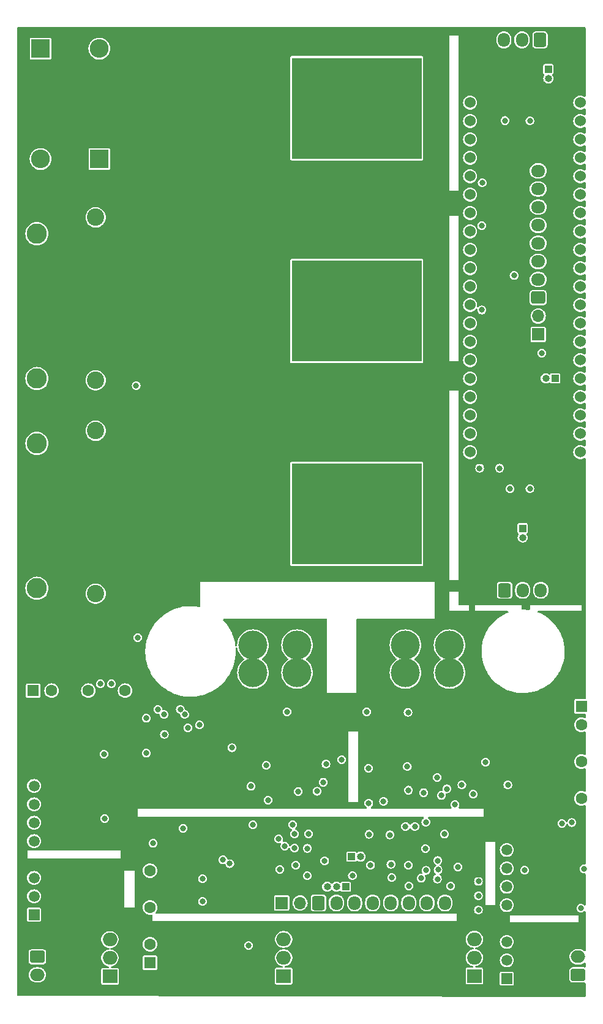
<source format=gbr>
%TF.GenerationSoftware,KiCad,Pcbnew,7.0.9*%
%TF.CreationDate,2024-10-22T00:58:25+05:30*%
%TF.ProjectId,Inverter,496e7665-7274-4657-922e-6b696361645f,rev?*%
%TF.SameCoordinates,Original*%
%TF.FileFunction,Copper,L5,Inr*%
%TF.FilePolarity,Positive*%
%FSLAX46Y46*%
G04 Gerber Fmt 4.6, Leading zero omitted, Abs format (unit mm)*
G04 Created by KiCad (PCBNEW 7.0.9) date 2024-10-22 00:58:25*
%MOMM*%
%LPD*%
G01*
G04 APERTURE LIST*
G04 Aperture macros list*
%AMRoundRect*
0 Rectangle with rounded corners*
0 $1 Rounding radius*
0 $2 $3 $4 $5 $6 $7 $8 $9 X,Y pos of 4 corners*
0 Add a 4 corners polygon primitive as box body*
4,1,4,$2,$3,$4,$5,$6,$7,$8,$9,$2,$3,0*
0 Add four circle primitives for the rounded corners*
1,1,$1+$1,$2,$3*
1,1,$1+$1,$4,$5*
1,1,$1+$1,$6,$7*
1,1,$1+$1,$8,$9*
0 Add four rect primitives between the rounded corners*
20,1,$1+$1,$2,$3,$4,$5,0*
20,1,$1+$1,$4,$5,$6,$7,0*
20,1,$1+$1,$6,$7,$8,$9,0*
20,1,$1+$1,$8,$9,$2,$3,0*%
G04 Aperture macros list end*
%TA.AperFunction,ComponentPad*%
%ADD10R,2.600000X2.600000*%
%TD*%
%TA.AperFunction,ComponentPad*%
%ADD11O,2.600000X2.600000*%
%TD*%
%TA.AperFunction,ComponentPad*%
%ADD12R,2.000000X1.905000*%
%TD*%
%TA.AperFunction,ComponentPad*%
%ADD13O,2.000000X1.905000*%
%TD*%
%TA.AperFunction,ComponentPad*%
%ADD14R,1.508000X1.508000*%
%TD*%
%TA.AperFunction,ComponentPad*%
%ADD15C,1.508000*%
%TD*%
%TA.AperFunction,ComponentPad*%
%ADD16RoundRect,0.250000X-0.600000X-0.725000X0.600000X-0.725000X0.600000X0.725000X-0.600000X0.725000X0*%
%TD*%
%TA.AperFunction,ComponentPad*%
%ADD17O,1.700000X1.950000*%
%TD*%
%TA.AperFunction,ComponentPad*%
%ADD18C,2.400000*%
%TD*%
%TA.AperFunction,ComponentPad*%
%ADD19C,2.800000*%
%TD*%
%TA.AperFunction,ComponentPad*%
%ADD20C,1.600000*%
%TD*%
%TA.AperFunction,ComponentPad*%
%ADD21R,1.600000X1.600000*%
%TD*%
%TA.AperFunction,ComponentPad*%
%ADD22R,1.000000X1.000000*%
%TD*%
%TA.AperFunction,ComponentPad*%
%ADD23O,1.000000X1.000000*%
%TD*%
%TA.AperFunction,ComponentPad*%
%ADD24RoundRect,0.250000X0.750000X-0.600000X0.750000X0.600000X-0.750000X0.600000X-0.750000X-0.600000X0*%
%TD*%
%TA.AperFunction,ComponentPad*%
%ADD25O,2.000000X1.700000*%
%TD*%
%TA.AperFunction,ComponentPad*%
%ADD26R,1.700000X1.700000*%
%TD*%
%TA.AperFunction,ComponentPad*%
%ADD27O,1.700000X1.700000*%
%TD*%
%TA.AperFunction,ComponentPad*%
%ADD28RoundRect,0.250000X0.600000X0.725000X-0.600000X0.725000X-0.600000X-0.725000X0.600000X-0.725000X0*%
%TD*%
%TA.AperFunction,ComponentPad*%
%ADD29RoundRect,0.250000X-0.750000X0.600000X-0.750000X-0.600000X0.750000X-0.600000X0.750000X0.600000X0*%
%TD*%
%TA.AperFunction,ComponentPad*%
%ADD30C,1.524000*%
%TD*%
%TA.AperFunction,ComponentPad*%
%ADD31RoundRect,0.250000X0.725000X-0.600000X0.725000X0.600000X-0.725000X0.600000X-0.725000X-0.600000X0*%
%TD*%
%TA.AperFunction,ComponentPad*%
%ADD32O,1.950000X1.700000*%
%TD*%
%TA.AperFunction,ComponentPad*%
%ADD33R,18.000000X14.000000*%
%TD*%
%TA.AperFunction,ComponentPad*%
%ADD34C,4.000000*%
%TD*%
%TA.AperFunction,ViaPad*%
%ADD35C,0.800000*%
%TD*%
G04 APERTURE END LIST*
D10*
%TO.N,Net-(D8-K)*%
%TO.C,D8*%
X25400000Y-48260000D03*
D11*
%TO.N,Net-(D7-K)*%
X25400000Y-33020000D03*
%TD*%
D12*
%TO.N,VAux+*%
%TO.C,U3*%
X50895000Y-161090000D03*
D13*
%TO.N,VAux-*%
X50895000Y-158550000D03*
%TO.N,VAux9V*%
X50895000Y-156010000D03*
%TD*%
D14*
%TO.N,VAux-*%
%TO.C,PS1*%
X16365000Y-152595500D03*
D15*
%TO.N,VAux9V*%
X16365000Y-150055500D03*
X16365000Y-147515500D03*
%TO.N,unconnected-(PS1-NC-Pad5)*%
X16365000Y-142435500D03*
%TO.N,VDrive1*%
X16365000Y-139895500D03*
%TO.N,GND1*%
X16365000Y-137355500D03*
%TO.N,unconnected-(PS1-NC-Pad8)*%
X16365000Y-134815500D03*
%TD*%
D16*
%TO.N,DIG-*%
%TO.C,J2*%
X55706000Y-150977600D03*
D17*
%TO.N,Net-(J2-Pin_2)*%
X58206000Y-150977600D03*
%TO.N,FLT*%
X60706000Y-150977600D03*
%TO.N,RDY*%
X63206000Y-150977600D03*
%TO.N,RST*%
X65706000Y-150977600D03*
%TO.N,INHS*%
X68206000Y-150977600D03*
%TO.N,INLS*%
X70706000Y-150977600D03*
%TO.N,Net-(J2-Pin_8)*%
X73206000Y-150977600D03*
%TD*%
D18*
%TO.N,Net-(D8-K)*%
%TO.C,C25*%
X24892000Y-56314000D03*
%TO.N,-BATT*%
X24892000Y-78814000D03*
%TD*%
D19*
%TO.N,-BATT*%
%TO.C,R5*%
X16764000Y-58580000D03*
%TO.N,Net-(D7-A)*%
X16764000Y-78580000D03*
%TD*%
D20*
%TO.N,GND1*%
%TO.C,IC3*%
X18796000Y-121666000D03*
%TO.N,VDrive1Neg*%
X23876000Y-121666000D03*
D21*
%TO.N,VDrive1_5V*%
X16256000Y-121666000D03*
D20*
%TO.N,GND1*%
X28956000Y-121666000D03*
%TD*%
D22*
%TO.N,Net-(J2-Pin_8)*%
%TO.C,J9*%
X60250000Y-144600000D03*
D23*
%TO.N,DIG-*%
X61520000Y-144600000D03*
%TD*%
D24*
%TO.N,VAux-*%
%TO.C,J3*%
X91622200Y-160914400D03*
D25*
%TO.N,VAux+*%
X91622200Y-158414400D03*
%TD*%
D12*
%TO.N,VAux+*%
%TO.C,U2*%
X77266800Y-161074500D03*
D13*
%TO.N,VAux-*%
X77266800Y-158534500D03*
%TO.N,VAux9V*%
X77266800Y-155994500D03*
%TD*%
D26*
%TO.N,/GND MCU*%
%TO.C,J13*%
X86100000Y-72480000D03*
D27*
%TO.N,Net-(J13-Pin_2)*%
X86100000Y-69940000D03*
%TD*%
D22*
%TO.N,Net-(J8-Pin_1)*%
%TO.C,J8*%
X88420000Y-78550000D03*
D23*
%TO.N,Net-(J10-Pin_1)*%
X87150000Y-78550000D03*
%TD*%
D19*
%TO.N,Net-(D8-K)*%
%TO.C,R6*%
X16764000Y-87536000D03*
%TO.N,+BATT*%
X16764000Y-107536000D03*
%TD*%
D20*
%TO.N,VAux-*%
%TO.C,IC2*%
X32411800Y-156688200D03*
%TO.N,DIG-*%
X32411800Y-151608200D03*
D21*
%TO.N,Net-(U4-VO)*%
X32411800Y-159228200D03*
D20*
%TO.N,DIG5V*%
X32411800Y-146528200D03*
%TD*%
D12*
%TO.N,VAux+*%
%TO.C,U1*%
X26873200Y-161112200D03*
D13*
%TO.N,VAux-*%
X26873200Y-158572200D03*
%TO.N,VAux9V*%
X26873200Y-156032200D03*
%TD*%
D16*
%TO.N,Net-(J6-Pin_1)*%
%TO.C,J6*%
X81450000Y-107800000D03*
D17*
%TO.N,Net-(J10-Pin_2)*%
X83950000Y-107800000D03*
%TO.N,/GND MCU*%
X86450000Y-107800000D03*
%TD*%
D20*
%TO.N,GND2*%
%TO.C,IC4*%
X92075000Y-126390000D03*
%TO.N,VDrive2Neg*%
X92075000Y-131470000D03*
D21*
%TO.N,Net-(U6-VO)*%
X92075000Y-123850000D03*
D20*
%TO.N,GND2*%
X92075000Y-136550000D03*
%TD*%
D18*
%TO.N,+BATT*%
%TO.C,C24*%
X24892000Y-108278000D03*
%TO.N,Net-(D7-A)*%
X24892000Y-85778000D03*
%TD*%
D22*
%TO.N,Net-(J11-Pin_1)*%
%TO.C,J11*%
X87500000Y-35850000D03*
D23*
%TO.N,Net-(J10-Pin_1)*%
X87500000Y-37120000D03*
%TD*%
D14*
%TO.N,VAux-*%
%TO.C,PS2*%
X81744600Y-161440000D03*
D15*
%TO.N,VAux9V*%
X81744600Y-158900000D03*
X81744600Y-156360000D03*
%TO.N,unconnected-(PS2-NC-Pad5)*%
X81744600Y-151280000D03*
%TO.N,VDrive2*%
X81744600Y-148740000D03*
%TO.N,GND2*%
X81744600Y-146200000D03*
%TO.N,unconnected-(PS2-NC-Pad8)*%
X81744600Y-143660000D03*
%TD*%
D28*
%TO.N,/GND MCU*%
%TO.C,J7*%
X86350000Y-31800000D03*
D17*
%TO.N,Net-(J11-Pin_1)*%
X83850000Y-31800000D03*
%TO.N,Net-(J7-Pin_3)*%
X81350000Y-31800000D03*
%TD*%
D29*
%TO.N,VAux+*%
%TO.C,J1*%
X16835800Y-158414400D03*
D25*
%TO.N,VAux-*%
X16835800Y-160914400D03*
%TD*%
D30*
%TO.N,/3V3 MCU*%
%TO.C,U9*%
X76680000Y-88730000D03*
X91920000Y-45550000D03*
%TO.N,unconnected-(U9-Pad5V)*%
X76680000Y-83650000D03*
%TO.N,/GND MCU*%
X76680000Y-86190000D03*
X91920000Y-40470000D03*
X91920000Y-43010000D03*
%TO.N,unconnected-(U9-PadNRST)*%
X91920000Y-48090000D03*
%TO.N,Net-(J8-Pin_1)*%
X91920000Y-78570000D03*
%TO.N,Net-(J13-Pin_2)*%
X91920000Y-76030000D03*
%TO.N,Net-(J5-Pin_8)*%
X91920000Y-73490000D03*
%TO.N,unconnected-(U9-PadPA3)*%
X91920000Y-70950000D03*
%TO.N,unconnected-(U9-PadPA4)*%
X91920000Y-68410000D03*
%TO.N,unconnected-(U9-PadPA5)*%
X91920000Y-65870000D03*
%TO.N,unconnected-(U9-PadPA6)*%
X91920000Y-63330000D03*
%TO.N,/OUTLS*%
X91920000Y-60790000D03*
%TO.N,/OUTHS*%
X76680000Y-50630000D03*
%TO.N,Net-(J7-Pin_3)*%
X76680000Y-53170000D03*
%TO.N,Net-(J6-Pin_1)*%
X76680000Y-55710000D03*
%TO.N,unconnected-(U9-PadPA11)*%
X76680000Y-58250000D03*
%TO.N,Net-(J10-Pin_1)*%
X76680000Y-60790000D03*
%TO.N,unconnected-(U9-PadPA15)*%
X76680000Y-63330000D03*
%TO.N,unconnected-(U9-PadPB0)*%
X91920000Y-58250000D03*
%TO.N,unconnected-(U9-PadPB1)*%
X91920000Y-55710000D03*
%TO.N,unconnected-(U9-PadPB3)*%
X76680000Y-65870000D03*
%TO.N,unconnected-(U9-PadPB4)*%
X76680000Y-68410000D03*
%TO.N,unconnected-(U9-PadPB5)*%
X76680000Y-70950000D03*
%TO.N,unconnected-(U9-PadPB6)*%
X76680000Y-73490000D03*
%TO.N,unconnected-(U9-PadPB7)*%
X76680000Y-76030000D03*
%TO.N,unconnected-(U9-PadPB8)*%
X76680000Y-78570000D03*
%TO.N,unconnected-(U9-PadPB9)*%
X76680000Y-81110000D03*
%TO.N,Net-(J5-Pin_4)*%
X91920000Y-53170000D03*
%TO.N,Net-(J5-Pin_5)*%
X91920000Y-50630000D03*
%TO.N,Net-(J5-Pin_3)*%
X76680000Y-40470000D03*
%TO.N,unconnected-(U9-PadPB13)*%
X76680000Y-43010000D03*
%TO.N,unconnected-(U9-PadPB14)*%
X76680000Y-45550000D03*
%TO.N,unconnected-(U9-PadPB15)*%
X76680000Y-48090000D03*
%TO.N,unconnected-(U9-PadPC13)*%
X91920000Y-86190000D03*
%TO.N,unconnected-(U9-PadPC14)*%
X91920000Y-83650000D03*
%TO.N,unconnected-(U9-PadPC15)*%
X91920000Y-81110000D03*
%TO.N,unconnected-(U9-PadVBAT)*%
X91920000Y-88730000D03*
%TD*%
D22*
%TO.N,Net-(J10-Pin_1)*%
%TO.C,J10*%
X83950000Y-99250000D03*
D23*
%TO.N,Net-(J10-Pin_2)*%
X83950000Y-100520000D03*
%TD*%
D10*
%TO.N,Net-(D7-K)*%
%TO.C,D7*%
X17272000Y-33020000D03*
D11*
%TO.N,Net-(D7-A)*%
X17272000Y-48260000D03*
%TD*%
D31*
%TO.N,/GND MCU*%
%TO.C,J5*%
X86100000Y-67400000D03*
D32*
%TO.N,/3V3 MCU*%
X86100000Y-64900000D03*
%TO.N,Net-(J5-Pin_3)*%
X86100000Y-62400000D03*
%TO.N,Net-(J5-Pin_4)*%
X86100000Y-59900000D03*
%TO.N,Net-(J5-Pin_5)*%
X86100000Y-57400000D03*
%TO.N,/OUTHS*%
X86100000Y-54900000D03*
%TO.N,/OUTLS*%
X86100000Y-52400000D03*
%TO.N,Net-(J5-Pin_8)*%
X86100000Y-49900000D03*
%TD*%
D33*
%TO.N,Net-(D7-K)*%
%TO.C,U7*%
X61010800Y-41249800D03*
%TO.N,-BATT*%
X61010800Y-69249800D03*
%TO.N,+BATT*%
X61010800Y-97249800D03*
D34*
%TO.N,Net-(IC5-CLAMP)*%
X73837800Y-119212800D03*
X73837800Y-115402800D03*
%TO.N,GND2*%
X67741800Y-119212800D03*
X67741800Y-115402800D03*
%TO.N,Net-(IC1-CLAMP)*%
X46659800Y-119212800D03*
X46659800Y-115402800D03*
%TO.N,GND1*%
X52755800Y-119212800D03*
X52755800Y-115402800D03*
%TD*%
D22*
%TO.N,DIG5V*%
%TO.C,J4*%
X59461400Y-148742400D03*
D23*
%TO.N,Net-(J2-Pin_2)*%
X58191400Y-148742400D03*
%TO.N,DIG+*%
X56921400Y-148742400D03*
%TD*%
D26*
%TO.N,DIG-*%
%TO.C,J12*%
X50620000Y-150977600D03*
D27*
%TO.N,Net-(D20-K)*%
X53160000Y-150977600D03*
%TD*%
D35*
%TO.N,VDrive1*%
X25549000Y-120721000D03*
X33500000Y-124250000D03*
X37200000Y-124950000D03*
X58928000Y-131191000D03*
X52920645Y-135580944D03*
X36600000Y-124250000D03*
X26035000Y-130429000D03*
X34350000Y-124950000D03*
%TO.N,GND1*%
X55494201Y-135560703D03*
X39250000Y-126400000D03*
X56750000Y-131800000D03*
X34400000Y-127700000D03*
%TO.N,VDrive2*%
X84226400Y-146456400D03*
X68000000Y-132155300D03*
X72694800Y-136144000D03*
X68148200Y-135407400D03*
X68100000Y-124650000D03*
X89382600Y-140004800D03*
X91998800Y-151714200D03*
X78816200Y-131546600D03*
%TO.N,GND2*%
X70250000Y-135750000D03*
X62661800Y-137210800D03*
X74599800Y-137414000D03*
X62385200Y-124587000D03*
%TO.N,Net-(U4-VO)*%
X46050600Y-156845000D03*
%TO.N,VDrive1_5V*%
X43723749Y-129550275D03*
X26137000Y-139319000D03*
%TO.N,Net-(U6-VO)*%
X92430600Y-146278600D03*
%TO.N,DIG5V*%
X43450000Y-145550000D03*
X72250000Y-146400000D03*
X75000000Y-146000000D03*
X32850000Y-142750000D03*
%TO.N,DIG-*%
X39662200Y-150778300D03*
X51054000Y-143136900D03*
X73152000Y-141478000D03*
X46650000Y-140200000D03*
%TO.N,DIG+*%
X65582800Y-141579600D03*
X36982400Y-140665200D03*
X39662200Y-147653300D03*
X62700000Y-141500000D03*
X56565800Y-145161000D03*
X72212200Y-145135600D03*
X52400200Y-141452600D03*
X54330600Y-141427200D03*
%TO.N,VDrive1Neg*%
X27073000Y-120721000D03*
X46355000Y-134874000D03*
X31877000Y-125476000D03*
X48729500Y-136779000D03*
X31877000Y-130302000D03*
%TO.N,VDrive2Neg*%
X90754200Y-139877800D03*
X64706100Y-136956800D03*
X73456800Y-135229600D03*
X77114400Y-135966200D03*
X81900000Y-134700000D03*
X62636400Y-132384800D03*
%TO.N,Net-(D1-A)*%
X48487500Y-131977500D03*
X56362600Y-134312400D03*
%TO.N,Net-(D4-A)*%
X75539600Y-134696200D03*
X72125898Y-133654800D03*
%TO.N,-BATT*%
X30500000Y-79550000D03*
%TO.N,Net-(D3-A)*%
X51348000Y-124587000D03*
%TO.N,INLS*%
X50368200Y-146354800D03*
X70586600Y-146481800D03*
%TO.N,RDY*%
X50200000Y-142137898D03*
X52400200Y-143417800D03*
X67741800Y-140411200D03*
X52578000Y-145771100D03*
X62915800Y-145771100D03*
%TO.N,FLT*%
X69037200Y-140436600D03*
X60401200Y-147220100D03*
X52140106Y-140167201D03*
X54152800Y-147220100D03*
X54168098Y-143443200D03*
%TO.N,RST*%
X72161400Y-147675600D03*
X65836800Y-147472400D03*
X70485000Y-143468600D03*
X70561200Y-139827000D03*
X69900800Y-147574000D03*
%TO.N,INHS*%
X65735200Y-145643600D03*
X68206000Y-148640800D03*
X74000000Y-148650000D03*
X68148200Y-145770600D03*
%TO.N,Net-(D9-A)*%
X77834600Y-151968200D03*
%TO.N,Net-(D10-A)*%
X77834600Y-149987000D03*
%TO.N,Net-(D11-A)*%
X77834600Y-148005800D03*
%TO.N,/GND MCU*%
X84950000Y-43000000D03*
X81500000Y-42950000D03*
%TO.N,/3V3 MCU*%
X78300000Y-57450000D03*
X78350000Y-51550000D03*
X80750000Y-90950000D03*
X78300000Y-69100000D03*
X84950000Y-93800000D03*
X86600000Y-75050000D03*
X78000000Y-90950000D03*
X82200000Y-93800000D03*
%TO.N,Net-(J10-Pin_1)*%
X82750000Y-64350000D03*
%TO.N,Net-(U10-VIN)*%
X30700000Y-114350000D03*
X37650000Y-126800000D03*
%TO.N,Net-(D20-K)*%
X42516080Y-145035270D03*
%TD*%
%TA.AperFunction,NonConductor*%
G36*
X92593039Y-30069685D02*
G01*
X92638794Y-30122489D01*
X92650000Y-30174000D01*
X92650000Y-39562591D01*
X92630315Y-39629630D01*
X92577511Y-39675385D01*
X92508353Y-39685329D01*
X92463083Y-39667985D01*
X92462697Y-39668709D01*
X92290122Y-39576466D01*
X92290119Y-39576465D01*
X92290118Y-39576464D01*
X92290115Y-39576463D01*
X92108683Y-39521427D01*
X92108681Y-39521426D01*
X92108683Y-39521426D01*
X91920000Y-39502843D01*
X91731318Y-39521426D01*
X91624194Y-39553921D01*
X91549885Y-39576463D01*
X91549882Y-39576464D01*
X91549880Y-39576465D01*
X91549877Y-39576466D01*
X91382681Y-39665834D01*
X91382674Y-39665838D01*
X91236116Y-39786116D01*
X91115838Y-39932674D01*
X91115834Y-39932681D01*
X91026466Y-40099877D01*
X91026465Y-40099880D01*
X90971426Y-40281318D01*
X90952843Y-40470000D01*
X90971426Y-40658681D01*
X90971427Y-40658683D01*
X91026463Y-40840115D01*
X91026464Y-40840118D01*
X91026465Y-40840119D01*
X91026466Y-40840122D01*
X91115834Y-41007318D01*
X91115838Y-41007325D01*
X91236116Y-41153883D01*
X91382674Y-41274161D01*
X91382681Y-41274165D01*
X91549877Y-41363533D01*
X91549878Y-41363533D01*
X91549885Y-41363537D01*
X91731317Y-41418573D01*
X91731316Y-41418573D01*
X91748233Y-41420239D01*
X91920000Y-41437157D01*
X92108683Y-41418573D01*
X92290115Y-41363537D01*
X92364297Y-41323886D01*
X92462697Y-41271291D01*
X92463276Y-41272375D01*
X92523781Y-41253428D01*
X92591162Y-41271909D01*
X92637854Y-41323886D01*
X92650000Y-41377408D01*
X92650000Y-42102591D01*
X92630315Y-42169630D01*
X92577511Y-42215385D01*
X92508353Y-42225329D01*
X92463083Y-42207985D01*
X92462697Y-42208709D01*
X92290122Y-42116466D01*
X92290119Y-42116465D01*
X92290118Y-42116464D01*
X92290115Y-42116463D01*
X92108683Y-42061427D01*
X92108681Y-42061426D01*
X92108683Y-42061426D01*
X91920000Y-42042843D01*
X91731318Y-42061426D01*
X91624194Y-42093921D01*
X91549885Y-42116463D01*
X91549882Y-42116464D01*
X91549880Y-42116465D01*
X91549877Y-42116466D01*
X91382681Y-42205834D01*
X91382674Y-42205838D01*
X91236116Y-42326116D01*
X91115838Y-42472674D01*
X91115834Y-42472681D01*
X91026466Y-42639877D01*
X91026465Y-42639880D01*
X91026464Y-42639882D01*
X91026463Y-42639885D01*
X91009089Y-42697159D01*
X90971426Y-42821318D01*
X90952843Y-43010000D01*
X90971426Y-43198681D01*
X90971427Y-43198683D01*
X91026463Y-43380115D01*
X91026464Y-43380118D01*
X91026465Y-43380119D01*
X91026466Y-43380122D01*
X91115834Y-43547318D01*
X91115838Y-43547325D01*
X91236116Y-43693883D01*
X91382674Y-43814161D01*
X91382681Y-43814165D01*
X91549877Y-43903533D01*
X91549878Y-43903533D01*
X91549885Y-43903537D01*
X91731317Y-43958573D01*
X91731316Y-43958573D01*
X91748233Y-43960239D01*
X91920000Y-43977157D01*
X92108683Y-43958573D01*
X92290115Y-43903537D01*
X92364297Y-43863886D01*
X92462697Y-43811291D01*
X92463276Y-43812375D01*
X92523781Y-43793428D01*
X92591162Y-43811909D01*
X92637854Y-43863886D01*
X92650000Y-43917408D01*
X92650000Y-44642591D01*
X92630315Y-44709630D01*
X92577511Y-44755385D01*
X92508353Y-44765329D01*
X92463083Y-44747985D01*
X92462697Y-44748709D01*
X92290122Y-44656466D01*
X92290119Y-44656465D01*
X92290118Y-44656464D01*
X92290115Y-44656463D01*
X92108683Y-44601427D01*
X92108681Y-44601426D01*
X92108683Y-44601426D01*
X91920000Y-44582843D01*
X91731318Y-44601426D01*
X91624194Y-44633921D01*
X91549885Y-44656463D01*
X91549882Y-44656464D01*
X91549880Y-44656465D01*
X91549877Y-44656466D01*
X91382681Y-44745834D01*
X91382674Y-44745838D01*
X91236116Y-44866116D01*
X91115838Y-45012674D01*
X91115834Y-45012681D01*
X91026466Y-45179877D01*
X91026465Y-45179880D01*
X90971426Y-45361318D01*
X90952843Y-45550000D01*
X90971426Y-45738681D01*
X90971427Y-45738683D01*
X91026463Y-45920115D01*
X91026464Y-45920118D01*
X91026465Y-45920119D01*
X91026466Y-45920122D01*
X91115834Y-46087318D01*
X91115838Y-46087325D01*
X91236116Y-46233883D01*
X91382674Y-46354161D01*
X91382681Y-46354165D01*
X91549877Y-46443533D01*
X91549878Y-46443533D01*
X91549885Y-46443537D01*
X91731317Y-46498573D01*
X91731316Y-46498573D01*
X91748233Y-46500239D01*
X91920000Y-46517157D01*
X92108683Y-46498573D01*
X92290115Y-46443537D01*
X92364297Y-46403886D01*
X92462697Y-46351291D01*
X92463276Y-46352375D01*
X92523781Y-46333428D01*
X92591162Y-46351909D01*
X92637854Y-46403886D01*
X92650000Y-46457408D01*
X92650000Y-47182591D01*
X92630315Y-47249630D01*
X92577511Y-47295385D01*
X92508353Y-47305329D01*
X92463083Y-47287985D01*
X92462697Y-47288709D01*
X92290122Y-47196466D01*
X92290119Y-47196465D01*
X92290118Y-47196464D01*
X92290115Y-47196463D01*
X92108683Y-47141427D01*
X92108681Y-47141426D01*
X92108683Y-47141426D01*
X91920000Y-47122843D01*
X91731318Y-47141426D01*
X91624194Y-47173921D01*
X91549885Y-47196463D01*
X91549882Y-47196464D01*
X91549880Y-47196465D01*
X91549877Y-47196466D01*
X91382681Y-47285834D01*
X91382674Y-47285838D01*
X91236116Y-47406116D01*
X91115838Y-47552674D01*
X91115834Y-47552681D01*
X91026466Y-47719877D01*
X91026465Y-47719880D01*
X90971426Y-47901318D01*
X90952843Y-48090000D01*
X90971426Y-48278681D01*
X90971427Y-48278683D01*
X91026463Y-48460115D01*
X91026464Y-48460118D01*
X91026465Y-48460119D01*
X91026466Y-48460122D01*
X91115834Y-48627318D01*
X91115838Y-48627325D01*
X91236116Y-48773883D01*
X91382674Y-48894161D01*
X91382681Y-48894165D01*
X91549877Y-48983533D01*
X91549878Y-48983533D01*
X91549885Y-48983537D01*
X91731317Y-49038573D01*
X91731316Y-49038573D01*
X91748233Y-49040239D01*
X91920000Y-49057157D01*
X92108683Y-49038573D01*
X92290115Y-48983537D01*
X92364297Y-48943886D01*
X92462697Y-48891291D01*
X92463276Y-48892375D01*
X92523781Y-48873428D01*
X92591162Y-48891909D01*
X92637854Y-48943886D01*
X92650000Y-48997408D01*
X92650000Y-49722591D01*
X92630315Y-49789630D01*
X92577511Y-49835385D01*
X92508353Y-49845329D01*
X92463083Y-49827985D01*
X92462697Y-49828709D01*
X92290122Y-49736466D01*
X92290119Y-49736465D01*
X92290118Y-49736464D01*
X92290115Y-49736463D01*
X92108683Y-49681427D01*
X92108681Y-49681426D01*
X92108683Y-49681426D01*
X91920000Y-49662843D01*
X91731318Y-49681426D01*
X91624194Y-49713921D01*
X91549885Y-49736463D01*
X91549882Y-49736464D01*
X91549880Y-49736465D01*
X91549877Y-49736466D01*
X91382681Y-49825834D01*
X91382674Y-49825838D01*
X91236116Y-49946116D01*
X91115838Y-50092674D01*
X91115834Y-50092681D01*
X91026466Y-50259877D01*
X91026465Y-50259880D01*
X91026464Y-50259882D01*
X91026463Y-50259885D01*
X91003921Y-50334194D01*
X90971426Y-50441318D01*
X90952843Y-50630000D01*
X90971426Y-50818681D01*
X90971427Y-50818683D01*
X91026463Y-51000115D01*
X91026464Y-51000118D01*
X91026465Y-51000119D01*
X91026466Y-51000122D01*
X91115834Y-51167318D01*
X91115838Y-51167325D01*
X91236116Y-51313883D01*
X91382674Y-51434161D01*
X91382681Y-51434165D01*
X91549877Y-51523533D01*
X91549878Y-51523533D01*
X91549885Y-51523537D01*
X91731317Y-51578573D01*
X91731316Y-51578573D01*
X91748233Y-51580239D01*
X91920000Y-51597157D01*
X92108683Y-51578573D01*
X92290115Y-51523537D01*
X92364297Y-51483886D01*
X92462697Y-51431291D01*
X92463276Y-51432375D01*
X92523781Y-51413428D01*
X92591162Y-51431909D01*
X92637854Y-51483886D01*
X92650000Y-51537408D01*
X92650000Y-52262591D01*
X92630315Y-52329630D01*
X92577511Y-52375385D01*
X92508353Y-52385329D01*
X92463083Y-52367985D01*
X92462697Y-52368709D01*
X92290122Y-52276466D01*
X92290119Y-52276465D01*
X92290118Y-52276464D01*
X92290115Y-52276463D01*
X92108683Y-52221427D01*
X92108681Y-52221426D01*
X92108683Y-52221426D01*
X91920000Y-52202843D01*
X91731318Y-52221426D01*
X91624194Y-52253921D01*
X91549885Y-52276463D01*
X91549882Y-52276464D01*
X91549880Y-52276465D01*
X91549877Y-52276466D01*
X91382681Y-52365834D01*
X91382674Y-52365838D01*
X91236116Y-52486116D01*
X91115838Y-52632674D01*
X91115834Y-52632681D01*
X91026466Y-52799877D01*
X91026465Y-52799880D01*
X91026464Y-52799882D01*
X91026463Y-52799885D01*
X91003921Y-52874194D01*
X90971426Y-52981318D01*
X90952843Y-53170000D01*
X90971426Y-53358681D01*
X90971427Y-53358683D01*
X91026463Y-53540115D01*
X91026464Y-53540118D01*
X91026465Y-53540119D01*
X91026466Y-53540122D01*
X91115834Y-53707318D01*
X91115838Y-53707325D01*
X91236116Y-53853883D01*
X91382674Y-53974161D01*
X91382681Y-53974165D01*
X91549877Y-54063533D01*
X91549878Y-54063533D01*
X91549885Y-54063537D01*
X91731317Y-54118573D01*
X91731316Y-54118573D01*
X91748233Y-54120239D01*
X91920000Y-54137157D01*
X92108683Y-54118573D01*
X92290115Y-54063537D01*
X92364297Y-54023886D01*
X92462697Y-53971291D01*
X92463276Y-53972375D01*
X92523781Y-53953428D01*
X92591162Y-53971909D01*
X92637854Y-54023886D01*
X92650000Y-54077408D01*
X92650000Y-54802591D01*
X92630315Y-54869630D01*
X92577511Y-54915385D01*
X92508353Y-54925329D01*
X92463083Y-54907985D01*
X92462697Y-54908709D01*
X92290122Y-54816466D01*
X92290119Y-54816465D01*
X92290118Y-54816464D01*
X92290115Y-54816463D01*
X92108683Y-54761427D01*
X92108681Y-54761426D01*
X92108683Y-54761426D01*
X91920000Y-54742843D01*
X91731318Y-54761426D01*
X91624194Y-54793921D01*
X91549885Y-54816463D01*
X91549882Y-54816464D01*
X91549880Y-54816465D01*
X91549877Y-54816466D01*
X91382681Y-54905834D01*
X91382674Y-54905838D01*
X91236116Y-55026116D01*
X91115838Y-55172674D01*
X91115834Y-55172681D01*
X91026466Y-55339877D01*
X91026465Y-55339880D01*
X90971426Y-55521318D01*
X90952843Y-55710000D01*
X90971426Y-55898681D01*
X90971427Y-55898683D01*
X91026463Y-56080115D01*
X91026464Y-56080118D01*
X91026465Y-56080119D01*
X91026466Y-56080122D01*
X91115834Y-56247318D01*
X91115838Y-56247325D01*
X91236116Y-56393883D01*
X91382674Y-56514161D01*
X91382681Y-56514165D01*
X91549877Y-56603533D01*
X91549878Y-56603533D01*
X91549885Y-56603537D01*
X91731317Y-56658573D01*
X91731316Y-56658573D01*
X91748233Y-56660239D01*
X91920000Y-56677157D01*
X92108683Y-56658573D01*
X92290115Y-56603537D01*
X92364297Y-56563886D01*
X92462697Y-56511291D01*
X92463276Y-56512375D01*
X92523781Y-56493428D01*
X92591162Y-56511909D01*
X92637854Y-56563886D01*
X92650000Y-56617408D01*
X92650000Y-57342591D01*
X92630315Y-57409630D01*
X92577511Y-57455385D01*
X92508353Y-57465329D01*
X92463083Y-57447985D01*
X92462697Y-57448709D01*
X92290122Y-57356466D01*
X92290119Y-57356465D01*
X92290118Y-57356464D01*
X92290115Y-57356463D01*
X92108683Y-57301427D01*
X92108681Y-57301426D01*
X92108683Y-57301426D01*
X91920000Y-57282843D01*
X91731318Y-57301426D01*
X91624194Y-57333921D01*
X91549885Y-57356463D01*
X91549882Y-57356464D01*
X91549880Y-57356465D01*
X91549877Y-57356466D01*
X91382681Y-57445834D01*
X91382674Y-57445838D01*
X91236116Y-57566116D01*
X91115838Y-57712674D01*
X91115834Y-57712681D01*
X91026466Y-57879877D01*
X91026465Y-57879880D01*
X91026464Y-57879882D01*
X91026463Y-57879885D01*
X91003921Y-57954194D01*
X90971426Y-58061318D01*
X90952843Y-58250000D01*
X90971426Y-58438681D01*
X90989772Y-58499160D01*
X91026463Y-58620115D01*
X91026464Y-58620118D01*
X91026465Y-58620119D01*
X91026466Y-58620122D01*
X91115834Y-58787318D01*
X91115838Y-58787325D01*
X91236116Y-58933883D01*
X91382674Y-59054161D01*
X91382681Y-59054165D01*
X91549877Y-59143533D01*
X91549878Y-59143533D01*
X91549885Y-59143537D01*
X91731317Y-59198573D01*
X91731316Y-59198573D01*
X91748233Y-59200239D01*
X91920000Y-59217157D01*
X92108683Y-59198573D01*
X92290115Y-59143537D01*
X92364297Y-59103886D01*
X92462697Y-59051291D01*
X92463276Y-59052375D01*
X92523781Y-59033428D01*
X92591162Y-59051909D01*
X92637854Y-59103886D01*
X92650000Y-59157408D01*
X92650000Y-59882591D01*
X92630315Y-59949630D01*
X92577511Y-59995385D01*
X92508353Y-60005329D01*
X92463083Y-59987985D01*
X92462697Y-59988709D01*
X92290122Y-59896466D01*
X92290119Y-59896465D01*
X92290118Y-59896464D01*
X92290115Y-59896463D01*
X92108683Y-59841427D01*
X92108681Y-59841426D01*
X92108683Y-59841426D01*
X91920000Y-59822843D01*
X91731318Y-59841426D01*
X91624194Y-59873921D01*
X91549885Y-59896463D01*
X91549882Y-59896464D01*
X91549880Y-59896465D01*
X91549877Y-59896466D01*
X91382681Y-59985834D01*
X91382674Y-59985838D01*
X91236116Y-60106116D01*
X91115838Y-60252674D01*
X91115834Y-60252681D01*
X91026466Y-60419877D01*
X91026465Y-60419880D01*
X90971426Y-60601318D01*
X90952843Y-60790000D01*
X90971426Y-60978681D01*
X90971427Y-60978683D01*
X91026463Y-61160115D01*
X91026464Y-61160118D01*
X91026465Y-61160119D01*
X91026466Y-61160122D01*
X91115834Y-61327318D01*
X91115838Y-61327325D01*
X91236116Y-61473883D01*
X91382674Y-61594161D01*
X91382681Y-61594165D01*
X91549877Y-61683533D01*
X91549878Y-61683533D01*
X91549885Y-61683537D01*
X91731317Y-61738573D01*
X91731316Y-61738573D01*
X91748233Y-61740239D01*
X91920000Y-61757157D01*
X92108683Y-61738573D01*
X92290115Y-61683537D01*
X92364297Y-61643886D01*
X92462697Y-61591291D01*
X92463276Y-61592375D01*
X92523781Y-61573428D01*
X92591162Y-61591909D01*
X92637854Y-61643886D01*
X92650000Y-61697408D01*
X92650000Y-62422591D01*
X92630315Y-62489630D01*
X92577511Y-62535385D01*
X92508353Y-62545329D01*
X92463083Y-62527985D01*
X92462697Y-62528709D01*
X92290122Y-62436466D01*
X92290119Y-62436465D01*
X92290118Y-62436464D01*
X92290115Y-62436463D01*
X92108683Y-62381427D01*
X92108681Y-62381426D01*
X92108683Y-62381426D01*
X91920000Y-62362843D01*
X91731318Y-62381426D01*
X91624194Y-62413921D01*
X91549885Y-62436463D01*
X91549882Y-62436464D01*
X91549880Y-62436465D01*
X91549877Y-62436466D01*
X91382681Y-62525834D01*
X91382674Y-62525838D01*
X91236116Y-62646116D01*
X91115838Y-62792674D01*
X91115834Y-62792681D01*
X91026466Y-62959877D01*
X91026465Y-62959880D01*
X90971426Y-63141318D01*
X90952843Y-63330000D01*
X90971426Y-63518681D01*
X90971427Y-63518683D01*
X91026463Y-63700115D01*
X91026464Y-63700118D01*
X91026465Y-63700119D01*
X91026466Y-63700122D01*
X91115834Y-63867318D01*
X91115838Y-63867325D01*
X91236116Y-64013883D01*
X91382674Y-64134161D01*
X91382681Y-64134165D01*
X91549877Y-64223533D01*
X91549878Y-64223533D01*
X91549885Y-64223537D01*
X91731317Y-64278573D01*
X91731316Y-64278573D01*
X91748233Y-64280239D01*
X91920000Y-64297157D01*
X92108683Y-64278573D01*
X92290115Y-64223537D01*
X92346799Y-64193239D01*
X92462697Y-64131291D01*
X92463276Y-64132375D01*
X92523781Y-64113428D01*
X92591162Y-64131909D01*
X92637854Y-64183886D01*
X92650000Y-64237408D01*
X92650000Y-64962591D01*
X92630315Y-65029630D01*
X92577511Y-65075385D01*
X92508353Y-65085329D01*
X92463083Y-65067985D01*
X92462697Y-65068709D01*
X92290122Y-64976466D01*
X92290119Y-64976465D01*
X92290118Y-64976464D01*
X92290115Y-64976463D01*
X92108683Y-64921427D01*
X92108681Y-64921426D01*
X92108683Y-64921426D01*
X91920000Y-64902843D01*
X91731318Y-64921426D01*
X91624194Y-64953921D01*
X91549885Y-64976463D01*
X91549882Y-64976464D01*
X91549880Y-64976465D01*
X91549877Y-64976466D01*
X91382681Y-65065834D01*
X91382674Y-65065838D01*
X91236116Y-65186116D01*
X91115838Y-65332674D01*
X91115834Y-65332681D01*
X91026466Y-65499877D01*
X91026465Y-65499880D01*
X90971426Y-65681318D01*
X90952843Y-65870000D01*
X90971426Y-66058681D01*
X90971427Y-66058683D01*
X91026463Y-66240115D01*
X91026464Y-66240118D01*
X91026465Y-66240119D01*
X91026466Y-66240122D01*
X91115834Y-66407318D01*
X91115838Y-66407325D01*
X91236116Y-66553883D01*
X91382674Y-66674161D01*
X91382681Y-66674165D01*
X91549877Y-66763533D01*
X91549878Y-66763533D01*
X91549885Y-66763537D01*
X91731317Y-66818573D01*
X91731316Y-66818573D01*
X91748233Y-66820239D01*
X91920000Y-66837157D01*
X92108683Y-66818573D01*
X92290115Y-66763537D01*
X92364297Y-66723886D01*
X92462697Y-66671291D01*
X92463276Y-66672375D01*
X92523781Y-66653428D01*
X92591162Y-66671909D01*
X92637854Y-66723886D01*
X92650000Y-66777408D01*
X92650000Y-67502591D01*
X92630315Y-67569630D01*
X92577511Y-67615385D01*
X92508353Y-67625329D01*
X92463083Y-67607985D01*
X92462697Y-67608709D01*
X92290122Y-67516466D01*
X92290119Y-67516465D01*
X92290118Y-67516464D01*
X92290115Y-67516463D01*
X92108683Y-67461427D01*
X92108681Y-67461426D01*
X92108683Y-67461426D01*
X91920000Y-67442843D01*
X91731318Y-67461426D01*
X91624194Y-67493921D01*
X91549885Y-67516463D01*
X91549882Y-67516464D01*
X91549880Y-67516465D01*
X91549877Y-67516466D01*
X91382681Y-67605834D01*
X91382674Y-67605838D01*
X91236116Y-67726116D01*
X91115838Y-67872674D01*
X91115834Y-67872681D01*
X91026466Y-68039877D01*
X91026465Y-68039880D01*
X91026464Y-68039882D01*
X91026463Y-68039885D01*
X91003921Y-68114194D01*
X90971426Y-68221318D01*
X90952843Y-68410000D01*
X90971426Y-68598681D01*
X90971427Y-68598683D01*
X91026463Y-68780115D01*
X91026464Y-68780118D01*
X91026465Y-68780119D01*
X91026466Y-68780122D01*
X91115834Y-68947318D01*
X91115838Y-68947325D01*
X91236116Y-69093883D01*
X91382674Y-69214161D01*
X91382681Y-69214165D01*
X91549877Y-69303533D01*
X91549878Y-69303533D01*
X91549885Y-69303537D01*
X91731317Y-69358573D01*
X91731316Y-69358573D01*
X91748233Y-69360239D01*
X91920000Y-69377157D01*
X92108683Y-69358573D01*
X92290115Y-69303537D01*
X92364297Y-69263886D01*
X92462697Y-69211291D01*
X92463276Y-69212375D01*
X92523781Y-69193428D01*
X92591162Y-69211909D01*
X92637854Y-69263886D01*
X92650000Y-69317408D01*
X92650000Y-70042591D01*
X92630315Y-70109630D01*
X92577511Y-70155385D01*
X92508353Y-70165329D01*
X92463083Y-70147985D01*
X92462697Y-70148709D01*
X92290122Y-70056466D01*
X92290119Y-70056465D01*
X92290118Y-70056464D01*
X92290115Y-70056463D01*
X92108683Y-70001427D01*
X92108681Y-70001426D01*
X92108683Y-70001426D01*
X91920000Y-69982843D01*
X91731318Y-70001426D01*
X91624194Y-70033921D01*
X91549885Y-70056463D01*
X91549882Y-70056464D01*
X91549880Y-70056465D01*
X91549877Y-70056466D01*
X91382681Y-70145834D01*
X91382674Y-70145838D01*
X91236116Y-70266116D01*
X91115838Y-70412674D01*
X91115834Y-70412681D01*
X91026466Y-70579877D01*
X91026465Y-70579880D01*
X90971426Y-70761318D01*
X90952843Y-70950000D01*
X90971426Y-71138681D01*
X90971427Y-71138683D01*
X91026463Y-71320115D01*
X91026464Y-71320118D01*
X91026465Y-71320119D01*
X91026466Y-71320122D01*
X91115834Y-71487318D01*
X91115838Y-71487325D01*
X91236116Y-71633883D01*
X91382674Y-71754161D01*
X91382681Y-71754165D01*
X91549877Y-71843533D01*
X91549878Y-71843533D01*
X91549885Y-71843537D01*
X91731317Y-71898573D01*
X91731316Y-71898573D01*
X91748233Y-71900239D01*
X91920000Y-71917157D01*
X92108683Y-71898573D01*
X92290115Y-71843537D01*
X92364297Y-71803886D01*
X92462697Y-71751291D01*
X92463276Y-71752375D01*
X92523781Y-71733428D01*
X92591162Y-71751909D01*
X92637854Y-71803886D01*
X92650000Y-71857408D01*
X92650000Y-72582591D01*
X92630315Y-72649630D01*
X92577511Y-72695385D01*
X92508353Y-72705329D01*
X92463083Y-72687985D01*
X92462697Y-72688709D01*
X92290122Y-72596466D01*
X92290119Y-72596465D01*
X92290118Y-72596464D01*
X92290115Y-72596463D01*
X92108683Y-72541427D01*
X92108681Y-72541426D01*
X92108683Y-72541426D01*
X91920000Y-72522843D01*
X91731318Y-72541426D01*
X91624194Y-72573921D01*
X91549885Y-72596463D01*
X91549882Y-72596464D01*
X91549880Y-72596465D01*
X91549877Y-72596466D01*
X91382681Y-72685834D01*
X91382674Y-72685838D01*
X91236116Y-72806116D01*
X91115838Y-72952674D01*
X91115834Y-72952681D01*
X91026466Y-73119877D01*
X91026465Y-73119880D01*
X90971426Y-73301318D01*
X90952843Y-73490000D01*
X90971426Y-73678681D01*
X90971427Y-73678683D01*
X91026463Y-73860115D01*
X91026464Y-73860118D01*
X91026465Y-73860119D01*
X91026466Y-73860122D01*
X91115834Y-74027318D01*
X91115838Y-74027325D01*
X91236116Y-74173883D01*
X91382674Y-74294161D01*
X91382681Y-74294165D01*
X91549877Y-74383533D01*
X91549878Y-74383533D01*
X91549885Y-74383537D01*
X91731317Y-74438573D01*
X91731316Y-74438573D01*
X91748233Y-74440239D01*
X91920000Y-74457157D01*
X92108683Y-74438573D01*
X92290115Y-74383537D01*
X92364297Y-74343886D01*
X92462697Y-74291291D01*
X92463276Y-74292375D01*
X92523781Y-74273428D01*
X92591162Y-74291909D01*
X92637854Y-74343886D01*
X92650000Y-74397408D01*
X92650000Y-75122591D01*
X92630315Y-75189630D01*
X92577511Y-75235385D01*
X92508353Y-75245329D01*
X92463083Y-75227985D01*
X92462697Y-75228709D01*
X92290122Y-75136466D01*
X92290119Y-75136465D01*
X92290118Y-75136464D01*
X92290115Y-75136463D01*
X92108683Y-75081427D01*
X92108681Y-75081426D01*
X92108683Y-75081426D01*
X91920000Y-75062843D01*
X91731318Y-75081426D01*
X91624194Y-75113921D01*
X91549885Y-75136463D01*
X91549882Y-75136464D01*
X91549880Y-75136465D01*
X91549877Y-75136466D01*
X91382681Y-75225834D01*
X91382674Y-75225838D01*
X91236116Y-75346116D01*
X91115838Y-75492674D01*
X91115834Y-75492681D01*
X91026466Y-75659877D01*
X91026465Y-75659880D01*
X90971426Y-75841318D01*
X90952843Y-76030000D01*
X90971426Y-76218681D01*
X90986857Y-76269550D01*
X91026463Y-76400115D01*
X91026464Y-76400118D01*
X91026465Y-76400119D01*
X91026466Y-76400122D01*
X91115834Y-76567318D01*
X91115838Y-76567325D01*
X91236116Y-76713883D01*
X91382674Y-76834161D01*
X91382681Y-76834165D01*
X91549877Y-76923533D01*
X91549878Y-76923533D01*
X91549885Y-76923537D01*
X91731317Y-76978573D01*
X91731316Y-76978573D01*
X91748233Y-76980239D01*
X91920000Y-76997157D01*
X92108683Y-76978573D01*
X92290115Y-76923537D01*
X92364297Y-76883886D01*
X92462697Y-76831291D01*
X92463276Y-76832375D01*
X92523781Y-76813428D01*
X92591162Y-76831909D01*
X92637854Y-76883886D01*
X92650000Y-76937408D01*
X92650000Y-77662591D01*
X92630315Y-77729630D01*
X92577511Y-77775385D01*
X92508353Y-77785329D01*
X92463083Y-77767985D01*
X92462697Y-77768709D01*
X92290122Y-77676466D01*
X92290119Y-77676465D01*
X92290118Y-77676464D01*
X92290115Y-77676463D01*
X92108683Y-77621427D01*
X92108681Y-77621426D01*
X92108683Y-77621426D01*
X91920000Y-77602843D01*
X91731318Y-77621426D01*
X91624194Y-77653921D01*
X91549885Y-77676463D01*
X91549882Y-77676464D01*
X91549880Y-77676465D01*
X91549877Y-77676466D01*
X91382681Y-77765834D01*
X91382674Y-77765838D01*
X91236116Y-77886116D01*
X91115838Y-78032674D01*
X91115834Y-78032681D01*
X91026466Y-78199877D01*
X91026465Y-78199880D01*
X91026464Y-78199882D01*
X91026463Y-78199885D01*
X91003921Y-78274194D01*
X90971426Y-78381318D01*
X90952843Y-78570000D01*
X90971426Y-78758681D01*
X90971427Y-78758683D01*
X91026463Y-78940115D01*
X91026464Y-78940118D01*
X91026465Y-78940119D01*
X91026466Y-78940122D01*
X91115834Y-79107318D01*
X91115838Y-79107325D01*
X91236116Y-79253883D01*
X91382674Y-79374161D01*
X91382681Y-79374165D01*
X91549877Y-79463533D01*
X91549878Y-79463533D01*
X91549885Y-79463537D01*
X91731317Y-79518573D01*
X91731316Y-79518573D01*
X91748233Y-79520239D01*
X91920000Y-79537157D01*
X92108683Y-79518573D01*
X92290115Y-79463537D01*
X92364297Y-79423886D01*
X92462697Y-79371291D01*
X92463276Y-79372375D01*
X92523781Y-79353428D01*
X92591162Y-79371909D01*
X92637854Y-79423886D01*
X92650000Y-79477408D01*
X92650000Y-80202591D01*
X92630315Y-80269630D01*
X92577511Y-80315385D01*
X92508353Y-80325329D01*
X92463083Y-80307985D01*
X92462697Y-80308709D01*
X92290122Y-80216466D01*
X92290119Y-80216465D01*
X92290118Y-80216464D01*
X92290115Y-80216463D01*
X92108683Y-80161427D01*
X92108681Y-80161426D01*
X92108683Y-80161426D01*
X91920000Y-80142843D01*
X91731318Y-80161426D01*
X91624194Y-80193921D01*
X91549885Y-80216463D01*
X91549882Y-80216464D01*
X91549880Y-80216465D01*
X91549877Y-80216466D01*
X91382681Y-80305834D01*
X91382674Y-80305838D01*
X91236116Y-80426116D01*
X91115838Y-80572674D01*
X91115834Y-80572681D01*
X91026466Y-80739877D01*
X91026465Y-80739880D01*
X90971426Y-80921318D01*
X90952843Y-81110000D01*
X90971426Y-81298681D01*
X90971427Y-81298683D01*
X91026463Y-81480115D01*
X91026464Y-81480118D01*
X91026465Y-81480119D01*
X91026466Y-81480122D01*
X91115834Y-81647318D01*
X91115838Y-81647325D01*
X91236116Y-81793883D01*
X91382674Y-81914161D01*
X91382681Y-81914165D01*
X91549877Y-82003533D01*
X91549878Y-82003533D01*
X91549885Y-82003537D01*
X91731317Y-82058573D01*
X91731316Y-82058573D01*
X91748233Y-82060239D01*
X91920000Y-82077157D01*
X92108683Y-82058573D01*
X92290115Y-82003537D01*
X92364297Y-81963886D01*
X92462697Y-81911291D01*
X92463276Y-81912375D01*
X92523781Y-81893428D01*
X92591162Y-81911909D01*
X92637854Y-81963886D01*
X92650000Y-82017408D01*
X92650000Y-82742591D01*
X92630315Y-82809630D01*
X92577511Y-82855385D01*
X92508353Y-82865329D01*
X92463083Y-82847985D01*
X92462697Y-82848709D01*
X92290122Y-82756466D01*
X92290119Y-82756465D01*
X92290118Y-82756464D01*
X92290115Y-82756463D01*
X92108683Y-82701427D01*
X92108681Y-82701426D01*
X92108683Y-82701426D01*
X91920000Y-82682843D01*
X91731318Y-82701426D01*
X91624194Y-82733921D01*
X91549885Y-82756463D01*
X91549882Y-82756464D01*
X91549880Y-82756465D01*
X91549877Y-82756466D01*
X91382681Y-82845834D01*
X91382674Y-82845838D01*
X91236116Y-82966116D01*
X91115838Y-83112674D01*
X91115834Y-83112681D01*
X91026466Y-83279877D01*
X91026465Y-83279880D01*
X90971426Y-83461318D01*
X90952843Y-83650000D01*
X90971426Y-83838681D01*
X90971427Y-83838683D01*
X91026463Y-84020115D01*
X91026464Y-84020118D01*
X91026465Y-84020119D01*
X91026466Y-84020122D01*
X91115834Y-84187318D01*
X91115838Y-84187325D01*
X91236116Y-84333883D01*
X91382674Y-84454161D01*
X91382681Y-84454165D01*
X91549877Y-84543533D01*
X91549878Y-84543533D01*
X91549885Y-84543537D01*
X91731317Y-84598573D01*
X91731316Y-84598573D01*
X91748233Y-84600239D01*
X91920000Y-84617157D01*
X92108683Y-84598573D01*
X92290115Y-84543537D01*
X92364297Y-84503886D01*
X92462697Y-84451291D01*
X92463276Y-84452375D01*
X92523781Y-84433428D01*
X92591162Y-84451909D01*
X92637854Y-84503886D01*
X92650000Y-84557408D01*
X92650000Y-85282591D01*
X92630315Y-85349630D01*
X92577511Y-85395385D01*
X92508353Y-85405329D01*
X92463083Y-85387985D01*
X92462697Y-85388709D01*
X92290122Y-85296466D01*
X92290119Y-85296465D01*
X92290118Y-85296464D01*
X92290115Y-85296463D01*
X92108683Y-85241427D01*
X92108681Y-85241426D01*
X92108683Y-85241426D01*
X91920000Y-85222843D01*
X91731318Y-85241426D01*
X91624194Y-85273921D01*
X91549885Y-85296463D01*
X91549882Y-85296464D01*
X91549880Y-85296465D01*
X91549877Y-85296466D01*
X91382681Y-85385834D01*
X91382674Y-85385838D01*
X91236116Y-85506116D01*
X91115838Y-85652674D01*
X91115834Y-85652681D01*
X91026466Y-85819877D01*
X91026465Y-85819880D01*
X90971426Y-86001318D01*
X90952843Y-86190000D01*
X90971426Y-86378681D01*
X90989772Y-86439160D01*
X91026463Y-86560115D01*
X91026464Y-86560118D01*
X91026465Y-86560119D01*
X91026466Y-86560122D01*
X91115834Y-86727318D01*
X91115838Y-86727325D01*
X91236116Y-86873883D01*
X91382674Y-86994161D01*
X91382681Y-86994165D01*
X91549877Y-87083533D01*
X91549878Y-87083533D01*
X91549885Y-87083537D01*
X91731317Y-87138573D01*
X91731316Y-87138573D01*
X91748233Y-87140239D01*
X91920000Y-87157157D01*
X92108683Y-87138573D01*
X92290115Y-87083537D01*
X92371775Y-87039889D01*
X92462697Y-86991291D01*
X92463276Y-86992375D01*
X92523781Y-86973428D01*
X92591162Y-86991909D01*
X92637854Y-87043886D01*
X92650000Y-87097408D01*
X92650000Y-87822591D01*
X92630315Y-87889630D01*
X92577511Y-87935385D01*
X92508353Y-87945329D01*
X92463083Y-87927985D01*
X92462697Y-87928709D01*
X92290122Y-87836466D01*
X92290119Y-87836465D01*
X92290118Y-87836464D01*
X92290115Y-87836463D01*
X92108683Y-87781427D01*
X92108681Y-87781426D01*
X92108683Y-87781426D01*
X91920000Y-87762843D01*
X91731318Y-87781426D01*
X91624194Y-87813921D01*
X91549885Y-87836463D01*
X91549882Y-87836464D01*
X91549880Y-87836465D01*
X91549877Y-87836466D01*
X91382681Y-87925834D01*
X91382674Y-87925838D01*
X91236116Y-88046116D01*
X91115838Y-88192674D01*
X91115834Y-88192681D01*
X91026466Y-88359877D01*
X91026465Y-88359880D01*
X90971426Y-88541318D01*
X90952843Y-88730000D01*
X90971426Y-88918681D01*
X90971427Y-88918683D01*
X91026463Y-89100115D01*
X91026464Y-89100118D01*
X91026465Y-89100119D01*
X91026466Y-89100122D01*
X91115834Y-89267318D01*
X91115838Y-89267325D01*
X91236116Y-89413883D01*
X91382674Y-89534161D01*
X91382681Y-89534165D01*
X91549877Y-89623533D01*
X91549878Y-89623533D01*
X91549885Y-89623537D01*
X91731317Y-89678573D01*
X91731316Y-89678573D01*
X91748233Y-89680239D01*
X91920000Y-89697157D01*
X92108683Y-89678573D01*
X92290115Y-89623537D01*
X92364297Y-89583886D01*
X92462697Y-89531291D01*
X92463276Y-89532375D01*
X92523781Y-89513428D01*
X92591162Y-89531909D01*
X92637854Y-89583886D01*
X92650000Y-89637408D01*
X92650000Y-122725500D01*
X92630315Y-122792539D01*
X92577511Y-122838294D01*
X92526000Y-122849500D01*
X91255247Y-122849500D01*
X91196770Y-122861131D01*
X91196769Y-122861132D01*
X91130447Y-122905447D01*
X91086132Y-122971769D01*
X91086131Y-122971770D01*
X91074500Y-123030247D01*
X91074500Y-124669752D01*
X91086131Y-124728229D01*
X91086132Y-124728230D01*
X91130447Y-124794552D01*
X91196769Y-124838867D01*
X91196770Y-124838868D01*
X91255247Y-124850499D01*
X91255250Y-124850500D01*
X92526000Y-124850500D01*
X92593039Y-124870185D01*
X92638794Y-124922989D01*
X92650000Y-124974500D01*
X92650000Y-125356007D01*
X92630315Y-125423046D01*
X92577511Y-125468801D01*
X92508353Y-125478745D01*
X92467549Y-125465366D01*
X92459733Y-125461188D01*
X92459727Y-125461186D01*
X92271132Y-125403976D01*
X92271129Y-125403975D01*
X92075000Y-125384659D01*
X91878870Y-125403975D01*
X91690266Y-125461188D01*
X91516467Y-125554086D01*
X91516460Y-125554090D01*
X91364116Y-125679116D01*
X91239090Y-125831460D01*
X91239086Y-125831467D01*
X91146188Y-126005266D01*
X91088975Y-126193870D01*
X91069659Y-126390000D01*
X91088975Y-126586129D01*
X91088976Y-126586132D01*
X91124379Y-126702841D01*
X91146188Y-126774733D01*
X91239086Y-126948532D01*
X91239090Y-126948539D01*
X91364116Y-127100883D01*
X91516460Y-127225909D01*
X91516467Y-127225913D01*
X91690266Y-127318811D01*
X91690269Y-127318811D01*
X91690273Y-127318814D01*
X91878868Y-127376024D01*
X92075000Y-127395341D01*
X92271132Y-127376024D01*
X92459727Y-127318814D01*
X92467544Y-127314635D01*
X92535944Y-127300391D01*
X92601189Y-127325389D01*
X92642562Y-127381692D01*
X92650000Y-127423992D01*
X92650000Y-130436007D01*
X92630315Y-130503046D01*
X92577511Y-130548801D01*
X92508353Y-130558745D01*
X92467549Y-130545366D01*
X92459733Y-130541188D01*
X92459727Y-130541186D01*
X92271132Y-130483976D01*
X92271129Y-130483975D01*
X92075000Y-130464659D01*
X91878870Y-130483975D01*
X91690266Y-130541188D01*
X91516467Y-130634086D01*
X91516460Y-130634090D01*
X91364116Y-130759116D01*
X91239090Y-130911460D01*
X91239086Y-130911467D01*
X91146188Y-131085266D01*
X91088975Y-131273870D01*
X91069659Y-131470000D01*
X91088975Y-131666129D01*
X91088976Y-131666132D01*
X91135875Y-131820738D01*
X91146188Y-131854733D01*
X91239086Y-132028532D01*
X91239090Y-132028539D01*
X91364116Y-132180883D01*
X91516460Y-132305909D01*
X91516467Y-132305913D01*
X91690266Y-132398811D01*
X91690269Y-132398811D01*
X91690273Y-132398814D01*
X91878868Y-132456024D01*
X92075000Y-132475341D01*
X92271132Y-132456024D01*
X92459727Y-132398814D01*
X92467544Y-132394635D01*
X92535944Y-132380391D01*
X92601189Y-132405389D01*
X92642562Y-132461692D01*
X92650000Y-132503992D01*
X92650000Y-135516007D01*
X92630315Y-135583046D01*
X92577511Y-135628801D01*
X92508353Y-135638745D01*
X92467549Y-135625366D01*
X92459733Y-135621188D01*
X92459727Y-135621186D01*
X92271132Y-135563976D01*
X92271129Y-135563975D01*
X92075000Y-135544659D01*
X91878870Y-135563975D01*
X91690266Y-135621188D01*
X91516467Y-135714086D01*
X91516460Y-135714090D01*
X91364116Y-135839116D01*
X91239090Y-135991460D01*
X91239086Y-135991467D01*
X91146188Y-136165266D01*
X91088975Y-136353870D01*
X91069659Y-136550000D01*
X91088975Y-136746129D01*
X91088976Y-136746132D01*
X91112185Y-136822643D01*
X91146188Y-136934733D01*
X91239086Y-137108532D01*
X91239090Y-137108539D01*
X91364116Y-137260883D01*
X91516460Y-137385909D01*
X91516467Y-137385913D01*
X91690266Y-137478811D01*
X91690269Y-137478811D01*
X91690273Y-137478814D01*
X91878868Y-137536024D01*
X92075000Y-137555341D01*
X92271132Y-137536024D01*
X92459727Y-137478814D01*
X92467544Y-137474635D01*
X92535944Y-137460391D01*
X92601189Y-137485389D01*
X92642562Y-137541692D01*
X92650000Y-137583992D01*
X92650000Y-145560407D01*
X92630315Y-145627446D01*
X92577511Y-145673201D01*
X92509816Y-145683346D01*
X92430603Y-145672918D01*
X92430599Y-145672918D01*
X92273839Y-145693555D01*
X92273837Y-145693556D01*
X92127760Y-145754063D01*
X92002318Y-145850318D01*
X91906063Y-145975760D01*
X91845556Y-146121837D01*
X91845555Y-146121839D01*
X91824918Y-146278598D01*
X91824918Y-146278601D01*
X91845555Y-146435360D01*
X91845556Y-146435362D01*
X91902905Y-146573816D01*
X91906064Y-146581441D01*
X92002318Y-146706882D01*
X92127759Y-146803136D01*
X92273838Y-146863644D01*
X92351383Y-146873853D01*
X92430599Y-146884282D01*
X92430600Y-146884282D01*
X92509815Y-146873853D01*
X92578850Y-146884618D01*
X92631106Y-146930998D01*
X92650000Y-146996792D01*
X92650000Y-151211138D01*
X92630315Y-151278177D01*
X92577511Y-151323932D01*
X92508353Y-151333876D01*
X92444797Y-151304851D01*
X92427628Y-151286629D01*
X92427084Y-151285921D01*
X92427082Y-151285918D01*
X92301641Y-151189664D01*
X92155562Y-151129156D01*
X92155560Y-151129155D01*
X91998801Y-151108518D01*
X91998799Y-151108518D01*
X91842039Y-151129155D01*
X91842037Y-151129156D01*
X91695960Y-151189663D01*
X91570518Y-151285918D01*
X91474263Y-151411360D01*
X91413756Y-151557437D01*
X91413755Y-151557439D01*
X91393118Y-151714198D01*
X91393118Y-151714201D01*
X91413755Y-151870960D01*
X91413756Y-151870962D01*
X91474026Y-152016468D01*
X91474264Y-152017041D01*
X91570518Y-152142482D01*
X91695959Y-152238736D01*
X91842038Y-152299244D01*
X91913507Y-152308653D01*
X91998799Y-152319882D01*
X91998800Y-152319882D01*
X91998801Y-152319882D01*
X92084093Y-152308653D01*
X92155562Y-152299244D01*
X92301641Y-152238736D01*
X92427082Y-152142482D01*
X92427623Y-152141777D01*
X92428230Y-152141333D01*
X92432829Y-152136735D01*
X92433545Y-152137451D01*
X92484050Y-152100573D01*
X92553796Y-152096416D01*
X92614717Y-152130628D01*
X92647471Y-152192344D01*
X92650000Y-152217261D01*
X92650000Y-157513642D01*
X92630315Y-157580681D01*
X92577511Y-157626436D01*
X92508353Y-157636380D01*
X92447336Y-157609496D01*
X92358653Y-157536717D01*
X92358651Y-157536716D01*
X92358650Y-157536715D01*
X92176154Y-157439168D01*
X91978134Y-157379100D01*
X91978132Y-157379099D01*
X91978134Y-157379099D01*
X91859005Y-157367366D01*
X91823808Y-157363900D01*
X91420592Y-157363900D01*
X91382498Y-157367651D01*
X91266267Y-157379099D01*
X91068243Y-157439169D01*
X91010083Y-157470257D01*
X90885750Y-157536715D01*
X90885748Y-157536716D01*
X90885747Y-157536717D01*
X90725789Y-157667989D01*
X90594517Y-157827947D01*
X90594515Y-157827950D01*
X90569695Y-157874384D01*
X90496969Y-158010443D01*
X90436899Y-158208467D01*
X90416617Y-158414400D01*
X90436899Y-158620332D01*
X90447974Y-158656841D01*
X90496968Y-158818354D01*
X90594515Y-159000850D01*
X90594517Y-159000852D01*
X90725789Y-159160810D01*
X90797064Y-159219303D01*
X90885750Y-159292085D01*
X91068246Y-159389632D01*
X91266266Y-159449700D01*
X91266265Y-159449700D01*
X91304847Y-159453500D01*
X91420592Y-159464900D01*
X91420595Y-159464900D01*
X91823805Y-159464900D01*
X91823808Y-159464900D01*
X91978134Y-159449700D01*
X92176154Y-159389632D01*
X92358650Y-159292085D01*
X92447336Y-159219303D01*
X92511646Y-159191991D01*
X92580513Y-159203782D01*
X92632073Y-159250935D01*
X92650000Y-159315157D01*
X92650000Y-159759560D01*
X92630315Y-159826599D01*
X92577511Y-159872354D01*
X92508353Y-159882298D01*
X92485048Y-159876602D01*
X92456903Y-159866754D01*
X92456899Y-159866753D01*
X92426470Y-159863900D01*
X92426466Y-159863900D01*
X90817934Y-159863900D01*
X90817930Y-159863900D01*
X90787500Y-159866753D01*
X90787498Y-159866753D01*
X90659319Y-159911606D01*
X90659317Y-159911607D01*
X90550050Y-159992250D01*
X90469407Y-160101517D01*
X90469406Y-160101519D01*
X90424553Y-160229698D01*
X90424553Y-160229700D01*
X90421700Y-160260130D01*
X90421700Y-161568669D01*
X90424553Y-161599099D01*
X90424553Y-161599101D01*
X90469406Y-161727280D01*
X90469407Y-161727282D01*
X90550050Y-161836550D01*
X90659318Y-161917193D01*
X90702045Y-161932144D01*
X90787499Y-161962046D01*
X90817930Y-161964900D01*
X90817934Y-161964900D01*
X92426470Y-161964900D01*
X92456899Y-161962046D01*
X92456901Y-161962046D01*
X92485045Y-161952198D01*
X92554824Y-161948636D01*
X92615451Y-161983364D01*
X92647679Y-162045357D01*
X92650000Y-162069239D01*
X92650000Y-163805931D01*
X92630315Y-163872970D01*
X92577511Y-163918725D01*
X92525843Y-163929931D01*
X14173843Y-163830595D01*
X14106828Y-163810825D01*
X14061140Y-163757963D01*
X14050000Y-163706595D01*
X14050000Y-162084452D01*
X25672700Y-162084452D01*
X25684331Y-162142929D01*
X25684332Y-162142930D01*
X25728647Y-162209252D01*
X25794969Y-162253567D01*
X25794970Y-162253568D01*
X25853447Y-162265199D01*
X25853450Y-162265200D01*
X25853452Y-162265200D01*
X27892950Y-162265200D01*
X27892951Y-162265199D01*
X27907768Y-162262252D01*
X27951429Y-162253568D01*
X27951429Y-162253567D01*
X27951431Y-162253567D01*
X28017752Y-162209252D01*
X28062067Y-162142931D01*
X28062067Y-162142929D01*
X28062068Y-162142929D01*
X28073699Y-162084452D01*
X28073700Y-162084450D01*
X28073700Y-162062252D01*
X49694500Y-162062252D01*
X49706131Y-162120729D01*
X49706132Y-162120730D01*
X49750447Y-162187052D01*
X49816769Y-162231367D01*
X49816770Y-162231368D01*
X49875247Y-162242999D01*
X49875250Y-162243000D01*
X49875252Y-162243000D01*
X51914750Y-162243000D01*
X51914751Y-162242999D01*
X51929568Y-162240052D01*
X51973229Y-162231368D01*
X51973229Y-162231367D01*
X51973231Y-162231367D01*
X52039552Y-162187052D01*
X52083867Y-162120731D01*
X52083867Y-162120729D01*
X52083868Y-162120729D01*
X52095499Y-162062252D01*
X52095500Y-162062250D01*
X52095500Y-162046752D01*
X76066300Y-162046752D01*
X76077931Y-162105229D01*
X76077932Y-162105230D01*
X76122247Y-162171552D01*
X76188569Y-162215867D01*
X76188570Y-162215868D01*
X76247047Y-162227499D01*
X76247050Y-162227500D01*
X76247052Y-162227500D01*
X78286550Y-162227500D01*
X78286551Y-162227499D01*
X78301368Y-162224552D01*
X78345029Y-162215868D01*
X78345029Y-162215867D01*
X78345031Y-162215867D01*
X78348196Y-162213752D01*
X80790100Y-162213752D01*
X80801731Y-162272229D01*
X80801732Y-162272230D01*
X80846047Y-162338552D01*
X80912369Y-162382867D01*
X80912370Y-162382868D01*
X80970847Y-162394499D01*
X80970850Y-162394500D01*
X80970852Y-162394500D01*
X82518350Y-162394500D01*
X82518351Y-162394499D01*
X82533168Y-162391552D01*
X82576829Y-162382868D01*
X82576829Y-162382867D01*
X82576831Y-162382867D01*
X82643152Y-162338552D01*
X82687467Y-162272231D01*
X82687467Y-162272229D01*
X82687468Y-162272229D01*
X82698678Y-162215868D01*
X82699100Y-162213748D01*
X82699100Y-160666252D01*
X82699100Y-160666249D01*
X82699099Y-160666247D01*
X82687468Y-160607770D01*
X82687467Y-160607769D01*
X82643152Y-160541447D01*
X82576830Y-160497132D01*
X82576829Y-160497131D01*
X82518352Y-160485500D01*
X82518348Y-160485500D01*
X80970852Y-160485500D01*
X80970847Y-160485500D01*
X80912370Y-160497131D01*
X80912369Y-160497132D01*
X80846047Y-160541447D01*
X80801732Y-160607769D01*
X80801731Y-160607770D01*
X80790100Y-160666247D01*
X80790100Y-162213752D01*
X78348196Y-162213752D01*
X78411352Y-162171552D01*
X78455667Y-162105231D01*
X78455667Y-162105229D01*
X78455668Y-162105229D01*
X78467299Y-162046752D01*
X78467300Y-162046750D01*
X78467300Y-160102249D01*
X78467299Y-160102247D01*
X78455668Y-160043770D01*
X78455667Y-160043769D01*
X78411352Y-159977447D01*
X78345030Y-159933132D01*
X78345029Y-159933131D01*
X78286552Y-159921500D01*
X78286548Y-159921500D01*
X77524428Y-159921500D01*
X77457389Y-159901815D01*
X77411634Y-159849011D01*
X77401690Y-159779853D01*
X77430715Y-159716297D01*
X77489493Y-159678523D01*
X77512986Y-159674029D01*
X77527071Y-159672724D01*
X77732596Y-159614247D01*
X77923877Y-159519000D01*
X78094399Y-159390228D01*
X78238356Y-159232315D01*
X78350845Y-159050638D01*
X78409202Y-158900000D01*
X80785482Y-158900000D01*
X80803910Y-159087115D01*
X80803911Y-159087117D01*
X80858491Y-159267040D01*
X80947118Y-159432851D01*
X80947123Y-159432857D01*
X81066400Y-159578199D01*
X81211742Y-159697476D01*
X81211748Y-159697481D01*
X81351380Y-159772115D01*
X81377561Y-159786109D01*
X81557482Y-159840688D01*
X81557484Y-159840689D01*
X81569740Y-159841896D01*
X81744600Y-159859118D01*
X81931715Y-159840689D01*
X82111639Y-159786109D01*
X82202552Y-159737515D01*
X82277451Y-159697481D01*
X82277453Y-159697478D01*
X82277457Y-159697477D01*
X82422799Y-159578199D01*
X82542077Y-159432857D01*
X82542078Y-159432853D01*
X82542081Y-159432851D01*
X82604989Y-159315157D01*
X82630709Y-159267039D01*
X82685289Y-159087115D01*
X82703718Y-158900000D01*
X82685289Y-158712885D01*
X82630709Y-158532961D01*
X82630708Y-158532959D01*
X82542081Y-158367148D01*
X82542076Y-158367142D01*
X82422799Y-158221800D01*
X82277457Y-158102523D01*
X82277451Y-158102518D01*
X82111640Y-158013891D01*
X81931717Y-157959311D01*
X81931715Y-157959310D01*
X81744600Y-157940882D01*
X81557484Y-157959310D01*
X81557482Y-157959311D01*
X81377559Y-158013891D01*
X81211748Y-158102518D01*
X81211742Y-158102523D01*
X81066400Y-158221800D01*
X80947123Y-158367142D01*
X80947118Y-158367148D01*
X80858491Y-158532959D01*
X80803911Y-158712882D01*
X80803910Y-158712884D01*
X80785482Y-158900000D01*
X78409202Y-158900000D01*
X78428036Y-158851385D01*
X78467300Y-158641341D01*
X78467300Y-158427659D01*
X78428036Y-158217615D01*
X78350845Y-158018362D01*
X78314282Y-157959311D01*
X78238357Y-157836686D01*
X78238355Y-157836684D01*
X78094401Y-157678773D01*
X77923879Y-157550001D01*
X77923871Y-157549996D01*
X77732606Y-157454757D01*
X77732591Y-157454751D01*
X77527072Y-157396276D01*
X77527070Y-157396275D01*
X77451987Y-157389318D01*
X77437442Y-157387970D01*
X77372506Y-157362185D01*
X77331818Y-157305385D01*
X77328298Y-157235604D01*
X77363063Y-157174997D01*
X77425076Y-157142807D01*
X77437439Y-157141029D01*
X77527071Y-157132724D01*
X77732596Y-157074247D01*
X77923877Y-156979000D01*
X78094399Y-156850228D01*
X78238356Y-156692315D01*
X78350845Y-156510638D01*
X78409202Y-156360000D01*
X80785482Y-156360000D01*
X80803910Y-156547115D01*
X80803911Y-156547117D01*
X80858491Y-156727040D01*
X80947118Y-156892851D01*
X80947123Y-156892857D01*
X81066400Y-157038199D01*
X81129213Y-157089747D01*
X81200001Y-157147841D01*
X81211742Y-157157476D01*
X81211748Y-157157481D01*
X81364476Y-157239115D01*
X81377561Y-157246109D01*
X81557482Y-157300688D01*
X81557484Y-157300689D01*
X81574260Y-157302341D01*
X81744600Y-157319118D01*
X81931715Y-157300689D01*
X82111639Y-157246109D01*
X82189456Y-157204515D01*
X82277451Y-157157481D01*
X82277453Y-157157478D01*
X82277457Y-157157477D01*
X82422799Y-157038199D01*
X82542077Y-156892857D01*
X82542078Y-156892853D01*
X82542081Y-156892851D01*
X82630708Y-156727040D01*
X82630709Y-156727039D01*
X82685289Y-156547115D01*
X82703718Y-156360000D01*
X82685289Y-156172885D01*
X82630709Y-155992961D01*
X82622347Y-155977316D01*
X82542081Y-155827148D01*
X82542076Y-155827142D01*
X82422799Y-155681800D01*
X82277457Y-155562523D01*
X82277451Y-155562518D01*
X82111640Y-155473891D01*
X81931717Y-155419311D01*
X81931715Y-155419310D01*
X81744600Y-155400882D01*
X81557484Y-155419310D01*
X81557482Y-155419311D01*
X81377559Y-155473891D01*
X81211748Y-155562518D01*
X81211742Y-155562523D01*
X81066400Y-155681800D01*
X80947123Y-155827142D01*
X80947118Y-155827148D01*
X80858491Y-155992959D01*
X80803911Y-156172882D01*
X80803910Y-156172884D01*
X80785482Y-156360000D01*
X78409202Y-156360000D01*
X78428036Y-156311385D01*
X78467300Y-156101341D01*
X78467300Y-155887659D01*
X78428036Y-155677615D01*
X78350845Y-155478362D01*
X78314282Y-155419311D01*
X78238357Y-155296686D01*
X78238355Y-155296684D01*
X78094401Y-155138773D01*
X77923879Y-155010001D01*
X77923871Y-155009996D01*
X77732606Y-154914757D01*
X77732591Y-154914751D01*
X77527072Y-154856276D01*
X77527070Y-154856275D01*
X77405005Y-154844965D01*
X77367611Y-154841500D01*
X77165989Y-154841500D01*
X77131305Y-154844713D01*
X77006529Y-154856275D01*
X77006527Y-154856276D01*
X76801008Y-154914751D01*
X76800993Y-154914757D01*
X76609728Y-155009996D01*
X76609720Y-155010001D01*
X76439198Y-155138773D01*
X76295244Y-155296684D01*
X76295242Y-155296686D01*
X76182756Y-155478358D01*
X76182753Y-155478364D01*
X76105565Y-155677612D01*
X76105564Y-155677615D01*
X76066300Y-155887659D01*
X76066300Y-156101341D01*
X76105564Y-156311385D01*
X76105565Y-156311387D01*
X76182753Y-156510635D01*
X76182756Y-156510641D01*
X76295242Y-156692313D01*
X76295244Y-156692315D01*
X76439198Y-156850226D01*
X76609720Y-156978998D01*
X76609728Y-156979003D01*
X76800993Y-157074242D01*
X76800997Y-157074243D01*
X76801004Y-157074247D01*
X77006529Y-157132724D01*
X77096156Y-157141029D01*
X77161093Y-157166815D01*
X77201781Y-157223615D01*
X77205301Y-157293396D01*
X77170536Y-157354003D01*
X77108523Y-157386193D01*
X77096157Y-157387970D01*
X77089279Y-157388608D01*
X77006529Y-157396275D01*
X77006527Y-157396276D01*
X76801008Y-157454751D01*
X76800993Y-157454757D01*
X76609728Y-157549996D01*
X76609720Y-157550001D01*
X76439198Y-157678773D01*
X76295244Y-157836684D01*
X76295242Y-157836686D01*
X76182756Y-158018358D01*
X76182753Y-158018364D01*
X76109108Y-158208466D01*
X76105564Y-158217615D01*
X76066300Y-158427659D01*
X76066300Y-158641341D01*
X76105564Y-158851385D01*
X76105565Y-158851387D01*
X76182753Y-159050635D01*
X76182756Y-159050641D01*
X76295242Y-159232313D01*
X76295244Y-159232315D01*
X76439198Y-159390226D01*
X76609720Y-159518998D01*
X76609728Y-159519003D01*
X76800993Y-159614242D01*
X76800997Y-159614243D01*
X76801004Y-159614247D01*
X77006529Y-159672724D01*
X77020613Y-159674029D01*
X77085550Y-159699815D01*
X77126238Y-159756615D01*
X77129758Y-159826396D01*
X77094993Y-159887003D01*
X77032981Y-159919193D01*
X77009172Y-159921500D01*
X76247047Y-159921500D01*
X76188570Y-159933131D01*
X76188569Y-159933132D01*
X76122247Y-159977447D01*
X76077932Y-160043769D01*
X76077931Y-160043770D01*
X76066300Y-160102247D01*
X76066300Y-162046752D01*
X52095500Y-162046752D01*
X52095500Y-160117749D01*
X52095499Y-160117747D01*
X52083868Y-160059270D01*
X52083867Y-160059269D01*
X52039552Y-159992947D01*
X51973230Y-159948632D01*
X51973229Y-159948631D01*
X51914752Y-159937000D01*
X51914748Y-159937000D01*
X51152628Y-159937000D01*
X51085589Y-159917315D01*
X51039834Y-159864511D01*
X51029890Y-159795353D01*
X51058915Y-159731797D01*
X51117693Y-159694023D01*
X51141186Y-159689529D01*
X51155271Y-159688224D01*
X51360796Y-159629747D01*
X51552077Y-159534500D01*
X51722599Y-159405728D01*
X51737273Y-159389632D01*
X51785664Y-159336549D01*
X51866556Y-159247815D01*
X51979045Y-159066138D01*
X52056236Y-158866885D01*
X52095500Y-158656841D01*
X52095500Y-158443159D01*
X52056236Y-158233115D01*
X51979045Y-158033862D01*
X51969449Y-158018364D01*
X51866557Y-157852186D01*
X51866555Y-157852184D01*
X51722601Y-157694273D01*
X51552079Y-157565501D01*
X51552071Y-157565496D01*
X51360806Y-157470257D01*
X51360791Y-157470251D01*
X51155272Y-157411776D01*
X51155270Y-157411775D01*
X51080187Y-157404818D01*
X51065642Y-157403470D01*
X51000706Y-157377685D01*
X50960018Y-157320885D01*
X50956498Y-157251104D01*
X50991263Y-157190497D01*
X51053276Y-157158307D01*
X51065639Y-157156529D01*
X51155271Y-157148224D01*
X51360796Y-157089747D01*
X51552077Y-156994500D01*
X51722599Y-156865728D01*
X51866556Y-156707815D01*
X51979045Y-156526138D01*
X52056236Y-156326885D01*
X52095500Y-156116841D01*
X52095500Y-155903159D01*
X52056236Y-155693115D01*
X51979045Y-155493862D01*
X51969449Y-155478364D01*
X51866557Y-155312186D01*
X51866555Y-155312184D01*
X51722601Y-155154273D01*
X51552079Y-155025501D01*
X51552071Y-155025496D01*
X51360806Y-154930257D01*
X51360791Y-154930251D01*
X51155272Y-154871776D01*
X51155270Y-154871775D01*
X51033205Y-154860465D01*
X50995811Y-154857000D01*
X50794189Y-154857000D01*
X50759505Y-154860213D01*
X50634729Y-154871775D01*
X50634727Y-154871776D01*
X50429208Y-154930251D01*
X50429193Y-154930257D01*
X50237928Y-155025496D01*
X50237920Y-155025501D01*
X50067398Y-155154273D01*
X49923444Y-155312184D01*
X49923442Y-155312186D01*
X49810956Y-155493858D01*
X49810953Y-155493864D01*
X49738147Y-155681800D01*
X49733764Y-155693115D01*
X49694500Y-155903159D01*
X49694500Y-156116841D01*
X49733764Y-156326885D01*
X49733765Y-156326887D01*
X49810953Y-156526135D01*
X49810956Y-156526141D01*
X49923442Y-156707813D01*
X49923444Y-156707815D01*
X50067398Y-156865726D01*
X50237920Y-156994498D01*
X50237928Y-156994503D01*
X50429193Y-157089742D01*
X50429197Y-157089743D01*
X50429204Y-157089747D01*
X50634729Y-157148224D01*
X50724356Y-157156529D01*
X50789293Y-157182315D01*
X50829981Y-157239115D01*
X50833501Y-157308896D01*
X50798736Y-157369503D01*
X50736723Y-157401693D01*
X50724357Y-157403470D01*
X50717479Y-157404108D01*
X50634729Y-157411775D01*
X50634727Y-157411776D01*
X50429208Y-157470251D01*
X50429193Y-157470257D01*
X50237928Y-157565496D01*
X50237920Y-157565501D01*
X50067398Y-157694273D01*
X49923444Y-157852184D01*
X49923442Y-157852186D01*
X49810956Y-158033858D01*
X49810953Y-158033864D01*
X49738147Y-158221800D01*
X49733764Y-158233115D01*
X49694500Y-158443159D01*
X49694500Y-158656841D01*
X49733764Y-158866885D01*
X49733765Y-158866887D01*
X49810953Y-159066135D01*
X49810956Y-159066141D01*
X49923442Y-159247813D01*
X49923444Y-159247815D01*
X50067398Y-159405726D01*
X50237920Y-159534498D01*
X50237928Y-159534503D01*
X50429193Y-159629742D01*
X50429197Y-159629743D01*
X50429204Y-159629747D01*
X50634729Y-159688224D01*
X50648813Y-159689529D01*
X50713750Y-159715315D01*
X50754438Y-159772115D01*
X50757958Y-159841896D01*
X50723193Y-159902503D01*
X50661181Y-159934693D01*
X50637372Y-159937000D01*
X49875247Y-159937000D01*
X49816770Y-159948631D01*
X49816769Y-159948632D01*
X49750447Y-159992947D01*
X49706132Y-160059269D01*
X49706131Y-160059270D01*
X49694500Y-160117747D01*
X49694500Y-162062252D01*
X28073700Y-162062252D01*
X28073700Y-160139949D01*
X28073699Y-160139947D01*
X28062068Y-160081470D01*
X28062067Y-160081469D01*
X28039672Y-160047952D01*
X31411300Y-160047952D01*
X31422931Y-160106429D01*
X31422932Y-160106430D01*
X31467247Y-160172752D01*
X31533569Y-160217067D01*
X31533570Y-160217068D01*
X31592047Y-160228699D01*
X31592050Y-160228700D01*
X31592052Y-160228700D01*
X33231550Y-160228700D01*
X33231551Y-160228699D01*
X33246368Y-160225752D01*
X33290029Y-160217068D01*
X33290029Y-160217067D01*
X33290031Y-160217067D01*
X33356352Y-160172752D01*
X33400667Y-160106431D01*
X33400667Y-160106429D01*
X33400668Y-160106429D01*
X33412299Y-160047952D01*
X33412300Y-160047950D01*
X33412300Y-158408449D01*
X33412299Y-158408447D01*
X33400668Y-158349970D01*
X33400667Y-158349969D01*
X33356352Y-158283647D01*
X33290030Y-158239332D01*
X33290029Y-158239331D01*
X33231552Y-158227700D01*
X33231548Y-158227700D01*
X31592052Y-158227700D01*
X31592047Y-158227700D01*
X31533570Y-158239331D01*
X31533569Y-158239332D01*
X31467247Y-158283647D01*
X31422932Y-158349969D01*
X31422931Y-158349970D01*
X31411300Y-158408447D01*
X31411300Y-160047952D01*
X28039672Y-160047952D01*
X28017752Y-160015147D01*
X27951430Y-159970832D01*
X27951429Y-159970831D01*
X27892952Y-159959200D01*
X27892948Y-159959200D01*
X27130828Y-159959200D01*
X27063789Y-159939515D01*
X27018034Y-159886711D01*
X27008090Y-159817553D01*
X27037115Y-159753997D01*
X27095893Y-159716223D01*
X27119386Y-159711729D01*
X27133471Y-159710424D01*
X27338996Y-159651947D01*
X27530277Y-159556700D01*
X27700799Y-159427928D01*
X27844756Y-159270015D01*
X27957245Y-159088338D01*
X28034436Y-158889085D01*
X28073700Y-158679041D01*
X28073700Y-158465359D01*
X28034436Y-158255315D01*
X27957245Y-158056062D01*
X27943499Y-158033862D01*
X27844757Y-157874386D01*
X27844755Y-157874384D01*
X27700801Y-157716473D01*
X27530279Y-157587701D01*
X27530271Y-157587696D01*
X27339006Y-157492457D01*
X27338991Y-157492451D01*
X27133472Y-157433976D01*
X27133470Y-157433975D01*
X27058387Y-157427018D01*
X27043842Y-157425670D01*
X26978906Y-157399885D01*
X26938218Y-157343085D01*
X26934698Y-157273304D01*
X26969463Y-157212697D01*
X27031476Y-157180507D01*
X27043839Y-157178729D01*
X27133471Y-157170424D01*
X27338996Y-157111947D01*
X27530277Y-157016700D01*
X27700799Y-156887928D01*
X27844756Y-156730015D01*
X27870647Y-156688200D01*
X31406459Y-156688200D01*
X31425775Y-156884329D01*
X31482988Y-157072933D01*
X31575886Y-157246732D01*
X31575890Y-157246739D01*
X31700916Y-157399083D01*
X31853260Y-157524109D01*
X31853267Y-157524113D01*
X32027066Y-157617011D01*
X32027069Y-157617011D01*
X32027073Y-157617014D01*
X32215668Y-157674224D01*
X32411800Y-157693541D01*
X32607932Y-157674224D01*
X32796527Y-157617014D01*
X32810593Y-157609496D01*
X32946752Y-157536717D01*
X32970338Y-157524110D01*
X33122683Y-157399083D01*
X33247710Y-157246738D01*
X33339908Y-157074248D01*
X33340611Y-157072933D01*
X33340611Y-157072932D01*
X33340614Y-157072927D01*
X33397824Y-156884332D01*
X33401698Y-156845001D01*
X45444918Y-156845001D01*
X45465555Y-157001760D01*
X45465556Y-157001762D01*
X45511196Y-157111948D01*
X45526064Y-157147841D01*
X45622318Y-157273282D01*
X45747759Y-157369536D01*
X45893838Y-157430044D01*
X45923705Y-157433976D01*
X46050599Y-157450682D01*
X46050600Y-157450682D01*
X46050601Y-157450682D01*
X46138050Y-157439169D01*
X46207362Y-157430044D01*
X46353441Y-157369536D01*
X46478882Y-157273282D01*
X46575136Y-157147841D01*
X46635644Y-157001762D01*
X46656282Y-156845000D01*
X46635644Y-156688238D01*
X46575136Y-156542159D01*
X46478882Y-156416718D01*
X46353441Y-156320464D01*
X46331527Y-156311387D01*
X46207362Y-156259956D01*
X46207360Y-156259955D01*
X46050601Y-156239318D01*
X46050599Y-156239318D01*
X45893839Y-156259955D01*
X45893837Y-156259956D01*
X45747760Y-156320463D01*
X45622318Y-156416718D01*
X45526063Y-156542160D01*
X45465556Y-156688237D01*
X45465555Y-156688239D01*
X45444918Y-156844998D01*
X45444918Y-156845001D01*
X33401698Y-156845001D01*
X33417141Y-156688200D01*
X33397824Y-156492068D01*
X33340614Y-156303473D01*
X33340611Y-156303469D01*
X33340611Y-156303466D01*
X33247713Y-156129667D01*
X33247709Y-156129660D01*
X33122683Y-155977316D01*
X32970339Y-155852290D01*
X32970332Y-155852286D01*
X32796533Y-155759388D01*
X32796527Y-155759386D01*
X32607932Y-155702176D01*
X32607929Y-155702175D01*
X32411800Y-155682859D01*
X32215670Y-155702175D01*
X32027066Y-155759388D01*
X31853267Y-155852286D01*
X31853260Y-155852290D01*
X31700916Y-155977316D01*
X31575890Y-156129660D01*
X31575886Y-156129667D01*
X31482988Y-156303466D01*
X31425775Y-156492070D01*
X31406459Y-156688200D01*
X27870647Y-156688200D01*
X27957245Y-156548338D01*
X28034436Y-156349085D01*
X28073700Y-156139041D01*
X28073700Y-155925359D01*
X28034436Y-155715315D01*
X27957245Y-155516062D01*
X27943499Y-155493862D01*
X27844757Y-155334386D01*
X27844755Y-155334384D01*
X27700801Y-155176473D01*
X27530279Y-155047701D01*
X27530271Y-155047696D01*
X27339006Y-154952457D01*
X27338991Y-154952451D01*
X27133472Y-154893976D01*
X27133470Y-154893975D01*
X27011405Y-154882665D01*
X26974011Y-154879200D01*
X26772389Y-154879200D01*
X26737705Y-154882413D01*
X26612929Y-154893975D01*
X26612927Y-154893976D01*
X26407408Y-154952451D01*
X26407393Y-154952457D01*
X26216128Y-155047696D01*
X26216120Y-155047701D01*
X26045598Y-155176473D01*
X25901644Y-155334384D01*
X25901642Y-155334386D01*
X25789156Y-155516058D01*
X25789153Y-155516064D01*
X25720565Y-155693112D01*
X25711964Y-155715315D01*
X25672700Y-155925359D01*
X25672700Y-156139041D01*
X25711964Y-156349085D01*
X25728317Y-156391297D01*
X25789153Y-156548335D01*
X25789156Y-156548341D01*
X25901642Y-156730013D01*
X25901644Y-156730015D01*
X26045598Y-156887926D01*
X26216120Y-157016698D01*
X26216128Y-157016703D01*
X26407393Y-157111942D01*
X26407397Y-157111943D01*
X26407404Y-157111947D01*
X26612929Y-157170424D01*
X26702556Y-157178729D01*
X26767493Y-157204515D01*
X26808181Y-157261315D01*
X26811701Y-157331096D01*
X26776936Y-157391703D01*
X26714923Y-157423893D01*
X26702557Y-157425670D01*
X26695679Y-157426308D01*
X26612929Y-157433975D01*
X26612927Y-157433976D01*
X26407408Y-157492451D01*
X26407393Y-157492457D01*
X26216128Y-157587696D01*
X26216120Y-157587701D01*
X26045598Y-157716473D01*
X25901644Y-157874384D01*
X25901642Y-157874386D01*
X25789156Y-158056058D01*
X25789153Y-158056064D01*
X25724947Y-158221801D01*
X25711964Y-158255315D01*
X25672700Y-158465359D01*
X25672700Y-158679041D01*
X25711964Y-158889085D01*
X25728317Y-158931297D01*
X25789153Y-159088335D01*
X25789156Y-159088341D01*
X25901642Y-159270013D01*
X25901644Y-159270015D01*
X26045598Y-159427926D01*
X26216120Y-159556698D01*
X26216128Y-159556703D01*
X26407393Y-159651942D01*
X26407397Y-159651943D01*
X26407404Y-159651947D01*
X26612929Y-159710424D01*
X26627013Y-159711729D01*
X26691950Y-159737515D01*
X26732638Y-159794315D01*
X26736158Y-159864096D01*
X26701393Y-159924703D01*
X26639381Y-159956893D01*
X26615572Y-159959200D01*
X25853447Y-159959200D01*
X25794970Y-159970831D01*
X25794969Y-159970832D01*
X25728647Y-160015147D01*
X25684332Y-160081469D01*
X25684331Y-160081470D01*
X25672700Y-160139947D01*
X25672700Y-162084452D01*
X14050000Y-162084452D01*
X14050000Y-160914400D01*
X15630217Y-160914400D01*
X15650499Y-161120332D01*
X15650500Y-161120334D01*
X15710568Y-161318354D01*
X15808115Y-161500850D01*
X15808117Y-161500852D01*
X15939389Y-161660810D01*
X16020384Y-161727280D01*
X16099350Y-161792085D01*
X16281846Y-161889632D01*
X16479866Y-161949700D01*
X16479865Y-161949700D01*
X16505228Y-161952198D01*
X16634192Y-161964900D01*
X16634195Y-161964900D01*
X17037405Y-161964900D01*
X17037408Y-161964900D01*
X17191734Y-161949700D01*
X17389754Y-161889632D01*
X17572250Y-161792085D01*
X17732210Y-161660810D01*
X17863485Y-161500850D01*
X17961032Y-161318354D01*
X18021100Y-161120334D01*
X18041383Y-160914400D01*
X18021100Y-160708466D01*
X17961032Y-160510446D01*
X17863485Y-160327950D01*
X17782033Y-160228700D01*
X17732210Y-160167989D01*
X17614477Y-160071369D01*
X17572250Y-160036715D01*
X17389754Y-159939168D01*
X17191734Y-159879100D01*
X17191732Y-159879099D01*
X17191734Y-159879099D01*
X17072605Y-159867366D01*
X17037408Y-159863900D01*
X16634192Y-159863900D01*
X16596098Y-159867651D01*
X16479867Y-159879099D01*
X16281843Y-159939169D01*
X16171698Y-159998043D01*
X16099350Y-160036715D01*
X16099348Y-160036716D01*
X16099347Y-160036717D01*
X15939389Y-160167989D01*
X15808117Y-160327947D01*
X15710569Y-160510443D01*
X15650499Y-160708467D01*
X15630217Y-160914400D01*
X14050000Y-160914400D01*
X14050000Y-159068669D01*
X15635300Y-159068669D01*
X15638153Y-159099099D01*
X15638153Y-159099101D01*
X15680215Y-159219303D01*
X15683007Y-159227282D01*
X15763650Y-159336550D01*
X15872918Y-159417193D01*
X15903597Y-159427928D01*
X16001099Y-159462046D01*
X16031530Y-159464900D01*
X16031534Y-159464900D01*
X17640070Y-159464900D01*
X17670499Y-159462046D01*
X17670501Y-159462046D01*
X17734590Y-159439619D01*
X17798682Y-159417193D01*
X17907950Y-159336550D01*
X17988593Y-159227282D01*
X18011852Y-159160810D01*
X18033446Y-159099101D01*
X18033446Y-159099099D01*
X18036300Y-159068669D01*
X18036300Y-157760130D01*
X18033446Y-157729700D01*
X18033446Y-157729698D01*
X17994014Y-157617011D01*
X17988593Y-157601518D01*
X17907950Y-157492250D01*
X17798682Y-157411607D01*
X17798680Y-157411606D01*
X17670500Y-157366753D01*
X17640070Y-157363900D01*
X17640066Y-157363900D01*
X16031534Y-157363900D01*
X16031530Y-157363900D01*
X16001100Y-157366753D01*
X16001098Y-157366753D01*
X15872919Y-157411606D01*
X15872917Y-157411607D01*
X15763650Y-157492250D01*
X15683007Y-157601517D01*
X15683006Y-157601519D01*
X15638153Y-157729698D01*
X15638153Y-157729700D01*
X15635300Y-157760130D01*
X15635300Y-159068669D01*
X14050000Y-159068669D01*
X14050000Y-153645889D01*
X82156416Y-153645889D01*
X82156459Y-153670001D01*
X82156500Y-153670099D01*
X82156616Y-153670382D01*
X82156618Y-153670384D01*
X82156808Y-153670462D01*
X82157000Y-153670541D01*
X82157002Y-153670539D01*
X82181616Y-153670524D01*
X82181616Y-153670528D01*
X82181760Y-153670500D01*
X91643840Y-153670500D01*
X91643983Y-153670528D01*
X91643984Y-153670524D01*
X91668597Y-153670539D01*
X91668600Y-153670541D01*
X91668983Y-153670383D01*
X91669100Y-153670099D01*
X91669141Y-153670000D01*
X91669140Y-153669997D01*
X91669183Y-153645889D01*
X91669100Y-153645467D01*
X91669100Y-152754959D01*
X91669128Y-152754816D01*
X91669124Y-152754816D01*
X91669139Y-152730202D01*
X91669141Y-152730200D01*
X91669062Y-152730008D01*
X91668984Y-152729818D01*
X91668982Y-152729816D01*
X91668699Y-152729700D01*
X91668600Y-152729659D01*
X91644046Y-152729659D01*
X91643840Y-152729700D01*
X82181760Y-152729700D01*
X82181554Y-152729659D01*
X82157000Y-152729659D01*
X82156901Y-152729700D01*
X82156617Y-152729816D01*
X82156615Y-152729818D01*
X82156459Y-152730199D01*
X82156476Y-152754816D01*
X82156471Y-152754816D01*
X82156500Y-152754959D01*
X82156500Y-153645467D01*
X82156416Y-153645889D01*
X14050000Y-153645889D01*
X14050000Y-153369252D01*
X15410500Y-153369252D01*
X15422131Y-153427729D01*
X15422132Y-153427730D01*
X15466447Y-153494052D01*
X15532769Y-153538367D01*
X15532770Y-153538368D01*
X15591247Y-153549999D01*
X15591250Y-153550000D01*
X15591252Y-153550000D01*
X17138750Y-153550000D01*
X17138751Y-153549999D01*
X17153568Y-153547052D01*
X17197229Y-153538368D01*
X17197229Y-153538367D01*
X17197231Y-153538367D01*
X17263552Y-153494052D01*
X17307867Y-153427731D01*
X17307867Y-153427729D01*
X17307868Y-153427729D01*
X17319499Y-153369252D01*
X17319500Y-153369250D01*
X17319500Y-151821749D01*
X17319499Y-151821747D01*
X17307868Y-151763270D01*
X17307867Y-151763269D01*
X17263552Y-151696947D01*
X17197230Y-151652632D01*
X17197229Y-151652631D01*
X17138752Y-151641000D01*
X17138748Y-151641000D01*
X15591252Y-151641000D01*
X15591247Y-151641000D01*
X15532770Y-151652631D01*
X15532769Y-151652632D01*
X15466447Y-151696947D01*
X15422132Y-151763269D01*
X15422131Y-151763270D01*
X15410500Y-151821747D01*
X15410500Y-153369252D01*
X14050000Y-153369252D01*
X14050000Y-151608200D01*
X31406459Y-151608200D01*
X31425775Y-151804329D01*
X31444846Y-151867197D01*
X31475485Y-151968201D01*
X31482988Y-151992933D01*
X31575886Y-152166732D01*
X31575890Y-152166739D01*
X31700916Y-152319083D01*
X31853260Y-152444109D01*
X31853267Y-152444113D01*
X32027066Y-152537011D01*
X32027069Y-152537011D01*
X32027073Y-152537014D01*
X32215668Y-152594224D01*
X32411800Y-152613541D01*
X32607932Y-152594224D01*
X32607936Y-152594222D01*
X32610146Y-152594005D01*
X32678792Y-152607024D01*
X32729502Y-152655089D01*
X32746300Y-152717408D01*
X32746300Y-153442267D01*
X32746216Y-153442689D01*
X32746259Y-153466801D01*
X32746300Y-153466899D01*
X32746416Y-153467182D01*
X32746418Y-153467184D01*
X32746608Y-153467262D01*
X32746800Y-153467341D01*
X32746802Y-153467339D01*
X32771416Y-153467324D01*
X32771416Y-153467328D01*
X32771560Y-153467300D01*
X74829040Y-153467300D01*
X74829183Y-153467328D01*
X74829184Y-153467324D01*
X74853797Y-153467339D01*
X74853800Y-153467341D01*
X74854183Y-153467183D01*
X74854300Y-153466899D01*
X74854341Y-153466800D01*
X74854340Y-153466797D01*
X74854383Y-153442689D01*
X74854300Y-153442267D01*
X74854300Y-152475559D01*
X74854328Y-152475416D01*
X74854324Y-152475416D01*
X74854339Y-152450802D01*
X74854341Y-152450800D01*
X74854262Y-152450608D01*
X74854184Y-152450418D01*
X74854182Y-152450416D01*
X74853899Y-152450300D01*
X74853800Y-152450259D01*
X74829246Y-152450259D01*
X74829040Y-152450300D01*
X33277173Y-152450300D01*
X33210134Y-152430615D01*
X33164379Y-152377811D01*
X33154435Y-152308653D01*
X33181320Y-152247635D01*
X33247709Y-152166739D01*
X33247713Y-152166732D01*
X33255000Y-152153100D01*
X33340614Y-151992927D01*
X33384774Y-151847352D01*
X49569500Y-151847352D01*
X49581131Y-151905829D01*
X49581132Y-151905830D01*
X49625447Y-151972152D01*
X49691769Y-152016467D01*
X49691770Y-152016468D01*
X49750247Y-152028099D01*
X49750250Y-152028100D01*
X49750252Y-152028100D01*
X51489750Y-152028100D01*
X51489751Y-152028099D01*
X51506595Y-152024749D01*
X51548229Y-152016468D01*
X51548229Y-152016467D01*
X51548231Y-152016467D01*
X51614552Y-151972152D01*
X51658867Y-151905831D01*
X51658867Y-151905829D01*
X51658868Y-151905829D01*
X51670499Y-151847352D01*
X51670500Y-151847350D01*
X51670500Y-150977600D01*
X52104417Y-150977600D01*
X52124699Y-151183532D01*
X52153409Y-151278177D01*
X52184768Y-151381554D01*
X52282315Y-151564050D01*
X52301395Y-151587299D01*
X52413589Y-151724010D01*
X52490708Y-151787299D01*
X52573550Y-151855285D01*
X52756046Y-151952832D01*
X52954066Y-152012900D01*
X52954065Y-152012900D01*
X52972529Y-152014718D01*
X53160000Y-152033183D01*
X53365934Y-152012900D01*
X53563954Y-151952832D01*
X53746450Y-151855285D01*
X53866371Y-151756869D01*
X54655500Y-151756869D01*
X54658353Y-151787299D01*
X54658353Y-151787301D01*
X54699830Y-151905831D01*
X54703207Y-151915482D01*
X54783850Y-152024750D01*
X54893118Y-152105393D01*
X54935845Y-152120344D01*
X55021299Y-152150246D01*
X55051730Y-152153100D01*
X55051734Y-152153100D01*
X56360270Y-152153100D01*
X56390699Y-152150246D01*
X56390701Y-152150246D01*
X56462957Y-152124962D01*
X56518882Y-152105393D01*
X56628150Y-152024750D01*
X56708793Y-151915482D01*
X56732634Y-151847348D01*
X56753646Y-151787301D01*
X56753646Y-151787299D01*
X56756500Y-151756869D01*
X56756500Y-151154208D01*
X57155500Y-151154208D01*
X57158992Y-151189663D01*
X57170699Y-151308532D01*
X57187326Y-151363343D01*
X57230768Y-151506554D01*
X57328315Y-151689050D01*
X57328317Y-151689052D01*
X57459589Y-151849010D01*
X57528827Y-151905831D01*
X57619550Y-151980285D01*
X57802046Y-152077832D01*
X58000066Y-152137900D01*
X58000065Y-152137900D01*
X58018529Y-152139718D01*
X58206000Y-152158183D01*
X58411934Y-152137900D01*
X58609954Y-152077832D01*
X58792450Y-151980285D01*
X58952410Y-151849010D01*
X59083685Y-151689050D01*
X59181232Y-151506554D01*
X59241300Y-151308534D01*
X59256500Y-151154208D01*
X59655500Y-151154208D01*
X59658992Y-151189663D01*
X59670699Y-151308532D01*
X59687326Y-151363343D01*
X59730768Y-151506554D01*
X59828315Y-151689050D01*
X59828317Y-151689052D01*
X59959589Y-151849010D01*
X60028827Y-151905831D01*
X60119550Y-151980285D01*
X60302046Y-152077832D01*
X60500066Y-152137900D01*
X60500065Y-152137900D01*
X60518529Y-152139718D01*
X60706000Y-152158183D01*
X60911934Y-152137900D01*
X61109954Y-152077832D01*
X61292450Y-151980285D01*
X61452410Y-151849010D01*
X61583685Y-151689050D01*
X61681232Y-151506554D01*
X61741300Y-151308534D01*
X61756500Y-151154208D01*
X62155500Y-151154208D01*
X62158992Y-151189663D01*
X62170699Y-151308532D01*
X62187326Y-151363343D01*
X62230768Y-151506554D01*
X62328315Y-151689050D01*
X62328317Y-151689052D01*
X62459589Y-151849010D01*
X62528827Y-151905831D01*
X62619550Y-151980285D01*
X62802046Y-152077832D01*
X63000066Y-152137900D01*
X63000065Y-152137900D01*
X63018529Y-152139718D01*
X63206000Y-152158183D01*
X63411934Y-152137900D01*
X63609954Y-152077832D01*
X63792450Y-151980285D01*
X63952410Y-151849010D01*
X64083685Y-151689050D01*
X64181232Y-151506554D01*
X64241300Y-151308534D01*
X64256500Y-151154208D01*
X64655500Y-151154208D01*
X64658992Y-151189663D01*
X64670699Y-151308532D01*
X64687326Y-151363343D01*
X64730768Y-151506554D01*
X64828315Y-151689050D01*
X64828317Y-151689052D01*
X64959589Y-151849010D01*
X65028827Y-151905831D01*
X65119550Y-151980285D01*
X65302046Y-152077832D01*
X65500066Y-152137900D01*
X65500065Y-152137900D01*
X65518529Y-152139718D01*
X65706000Y-152158183D01*
X65911934Y-152137900D01*
X66109954Y-152077832D01*
X66292450Y-151980285D01*
X66452410Y-151849010D01*
X66583685Y-151689050D01*
X66681232Y-151506554D01*
X66741300Y-151308534D01*
X66756500Y-151154208D01*
X67155500Y-151154208D01*
X67158992Y-151189663D01*
X67170699Y-151308532D01*
X67187326Y-151363343D01*
X67230768Y-151506554D01*
X67328315Y-151689050D01*
X67328317Y-151689052D01*
X67459589Y-151849010D01*
X67528827Y-151905831D01*
X67619550Y-151980285D01*
X67802046Y-152077832D01*
X68000066Y-152137900D01*
X68000065Y-152137900D01*
X68018529Y-152139718D01*
X68206000Y-152158183D01*
X68411934Y-152137900D01*
X68609954Y-152077832D01*
X68792450Y-151980285D01*
X68952410Y-151849010D01*
X69083685Y-151689050D01*
X69181232Y-151506554D01*
X69241300Y-151308534D01*
X69256500Y-151154208D01*
X69655500Y-151154208D01*
X69658992Y-151189663D01*
X69670699Y-151308532D01*
X69687326Y-151363343D01*
X69730768Y-151506554D01*
X69828315Y-151689050D01*
X69828317Y-151689052D01*
X69959589Y-151849010D01*
X70028827Y-151905831D01*
X70119550Y-151980285D01*
X70302046Y-152077832D01*
X70500066Y-152137900D01*
X70500065Y-152137900D01*
X70518529Y-152139718D01*
X70706000Y-152158183D01*
X70911934Y-152137900D01*
X71109954Y-152077832D01*
X71292450Y-151980285D01*
X71452410Y-151849010D01*
X71583685Y-151689050D01*
X71681232Y-151506554D01*
X71741300Y-151308534D01*
X71756500Y-151154208D01*
X72155500Y-151154208D01*
X72158992Y-151189663D01*
X72170699Y-151308532D01*
X72187326Y-151363343D01*
X72230768Y-151506554D01*
X72328315Y-151689050D01*
X72328317Y-151689052D01*
X72459589Y-151849010D01*
X72528827Y-151905831D01*
X72619550Y-151980285D01*
X72802046Y-152077832D01*
X73000066Y-152137900D01*
X73000065Y-152137900D01*
X73018529Y-152139718D01*
X73206000Y-152158183D01*
X73411934Y-152137900D01*
X73609954Y-152077832D01*
X73792450Y-151980285D01*
X73807174Y-151968201D01*
X77228918Y-151968201D01*
X77249555Y-152124960D01*
X77249556Y-152124962D01*
X77296840Y-152239117D01*
X77310064Y-152271041D01*
X77406318Y-152396482D01*
X77531759Y-152492736D01*
X77677838Y-152553244D01*
X77756219Y-152563563D01*
X77834599Y-152573882D01*
X77834600Y-152573882D01*
X77834601Y-152573882D01*
X77886854Y-152567002D01*
X77991362Y-152553244D01*
X78137441Y-152492736D01*
X78262882Y-152396482D01*
X78359136Y-152271041D01*
X78419644Y-152124962D01*
X78440282Y-151968200D01*
X78438965Y-151958199D01*
X78419644Y-151811439D01*
X78419644Y-151811438D01*
X78359136Y-151665359D01*
X78262882Y-151539918D01*
X78137441Y-151443664D01*
X78061166Y-151412070D01*
X77991362Y-151383156D01*
X77991360Y-151383155D01*
X77834601Y-151362518D01*
X77834599Y-151362518D01*
X77677839Y-151383155D01*
X77677837Y-151383156D01*
X77531760Y-151443663D01*
X77406318Y-151539918D01*
X77310063Y-151665360D01*
X77249556Y-151811437D01*
X77249555Y-151811439D01*
X77228918Y-151968198D01*
X77228918Y-151968201D01*
X73807174Y-151968201D01*
X73952410Y-151849010D01*
X74083685Y-151689050D01*
X74181232Y-151506554D01*
X74241300Y-151308534D01*
X74244110Y-151280000D01*
X80785482Y-151280000D01*
X80803910Y-151467115D01*
X80803911Y-151467117D01*
X80858491Y-151647040D01*
X80947118Y-151812851D01*
X80947123Y-151812857D01*
X81066400Y-151958199D01*
X81211742Y-152077476D01*
X81211748Y-152077481D01*
X81377559Y-152166108D01*
X81377561Y-152166109D01*
X81546185Y-152217261D01*
X81557482Y-152220688D01*
X81557484Y-152220689D01*
X81574260Y-152222341D01*
X81744600Y-152239118D01*
X81931715Y-152220689D01*
X82111639Y-152166109D01*
X82188623Y-152124960D01*
X82277451Y-152077481D01*
X82277453Y-152077478D01*
X82277457Y-152077477D01*
X82422799Y-151958199D01*
X82542077Y-151812857D01*
X82542078Y-151812853D01*
X82542081Y-151812851D01*
X82608252Y-151689052D01*
X82630709Y-151647039D01*
X82685289Y-151467115D01*
X82703718Y-151280000D01*
X82685289Y-151092885D01*
X82630709Y-150912961D01*
X82598647Y-150852977D01*
X82542081Y-150747148D01*
X82542076Y-150747142D01*
X82422799Y-150601800D01*
X82277457Y-150482523D01*
X82277451Y-150482518D01*
X82111640Y-150393891D01*
X81931717Y-150339311D01*
X81931715Y-150339310D01*
X81744600Y-150320882D01*
X81557484Y-150339310D01*
X81557482Y-150339311D01*
X81377559Y-150393891D01*
X81211748Y-150482518D01*
X81211742Y-150482523D01*
X81066400Y-150601800D01*
X80947123Y-150747142D01*
X80947118Y-150747148D01*
X80858491Y-150912959D01*
X80803911Y-151092882D01*
X80803910Y-151092884D01*
X80785482Y-151280000D01*
X74244110Y-151280000D01*
X74251252Y-151207489D01*
X78790216Y-151207489D01*
X78790259Y-151231601D01*
X78790300Y-151231699D01*
X78790416Y-151231982D01*
X78790418Y-151231984D01*
X78790608Y-151232062D01*
X78790800Y-151232141D01*
X78790802Y-151232139D01*
X78815416Y-151232124D01*
X78815416Y-151232128D01*
X78815560Y-151232100D01*
X80137640Y-151232100D01*
X80137783Y-151232128D01*
X80137784Y-151232124D01*
X80162397Y-151232139D01*
X80162400Y-151232141D01*
X80162783Y-151231983D01*
X80162900Y-151231699D01*
X80162941Y-151231600D01*
X80162940Y-151231597D01*
X80162983Y-151207489D01*
X80162900Y-151207067D01*
X80162900Y-148740000D01*
X80785482Y-148740000D01*
X80803910Y-148927115D01*
X80803911Y-148927117D01*
X80858491Y-149107040D01*
X80947118Y-149272851D01*
X80947123Y-149272857D01*
X81066400Y-149418199D01*
X81211742Y-149537476D01*
X81211748Y-149537481D01*
X81377559Y-149626108D01*
X81377561Y-149626109D01*
X81557482Y-149680688D01*
X81557484Y-149680689D01*
X81574260Y-149682341D01*
X81744600Y-149699118D01*
X81931715Y-149680689D01*
X82111639Y-149626109D01*
X82172973Y-149593324D01*
X82277451Y-149537481D01*
X82277453Y-149537478D01*
X82277457Y-149537477D01*
X82422799Y-149418199D01*
X82542077Y-149272857D01*
X82542078Y-149272853D01*
X82542081Y-149272851D01*
X82602704Y-149159433D01*
X82630709Y-149107039D01*
X82685289Y-148927115D01*
X82703718Y-148740000D01*
X82685289Y-148552885D01*
X82630709Y-148372961D01*
X82616918Y-148347160D01*
X82542081Y-148207148D01*
X82542076Y-148207142D01*
X82536326Y-148200136D01*
X82506810Y-148164170D01*
X82422799Y-148061800D01*
X82277457Y-147942523D01*
X82277451Y-147942518D01*
X82111640Y-147853891D01*
X81931717Y-147799311D01*
X81931715Y-147799310D01*
X81744600Y-147780882D01*
X81557484Y-147799310D01*
X81557482Y-147799311D01*
X81377559Y-147853891D01*
X81211748Y-147942518D01*
X81211742Y-147942523D01*
X81066400Y-148061800D01*
X80947123Y-148207142D01*
X80947118Y-148207148D01*
X80858491Y-148372959D01*
X80803911Y-148552882D01*
X80803910Y-148552884D01*
X80785482Y-148740000D01*
X80162900Y-148740000D01*
X80162900Y-146200000D01*
X80785482Y-146200000D01*
X80803910Y-146387115D01*
X80803911Y-146387117D01*
X80858491Y-146567040D01*
X80947118Y-146732851D01*
X80947123Y-146732857D01*
X81066400Y-146878199D01*
X81151289Y-146947864D01*
X81210908Y-146996792D01*
X81211742Y-146997476D01*
X81211748Y-146997481D01*
X81370276Y-147082215D01*
X81377561Y-147086109D01*
X81522265Y-147130005D01*
X81557482Y-147140688D01*
X81557484Y-147140689D01*
X81574260Y-147142341D01*
X81744600Y-147159118D01*
X81931715Y-147140689D01*
X82111639Y-147086109D01*
X82190198Y-147044118D01*
X82277451Y-146997481D01*
X82277453Y-146997478D01*
X82277457Y-146997477D01*
X82422799Y-146878199D01*
X82542077Y-146732857D01*
X82542078Y-146732853D01*
X82542081Y-146732851D01*
X82621085Y-146585044D01*
X82630709Y-146567039D01*
X82664271Y-146456401D01*
X83620718Y-146456401D01*
X83641355Y-146613160D01*
X83641356Y-146613162D01*
X83701864Y-146759241D01*
X83798118Y-146884682D01*
X83923559Y-146980936D01*
X84069638Y-147041444D01*
X84130549Y-147049463D01*
X84226399Y-147062082D01*
X84226400Y-147062082D01*
X84226401Y-147062082D01*
X84278654Y-147055202D01*
X84383162Y-147041444D01*
X84529241Y-146980936D01*
X84654682Y-146884682D01*
X84750936Y-146759241D01*
X84811444Y-146613162D01*
X84832082Y-146456400D01*
X84829312Y-146435362D01*
X84811444Y-146299639D01*
X84811444Y-146299638D01*
X84750936Y-146153559D01*
X84654682Y-146028118D01*
X84529241Y-145931864D01*
X84519579Y-145927862D01*
X84383162Y-145871356D01*
X84383160Y-145871355D01*
X84226401Y-145850718D01*
X84226399Y-145850718D01*
X84069639Y-145871355D01*
X84069637Y-145871356D01*
X83923560Y-145931863D01*
X83798118Y-146028118D01*
X83701863Y-146153560D01*
X83641356Y-146299637D01*
X83641355Y-146299639D01*
X83620718Y-146456398D01*
X83620718Y-146456401D01*
X82664271Y-146456401D01*
X82685289Y-146387115D01*
X82703718Y-146200000D01*
X82685289Y-146012885D01*
X82630709Y-145832961D01*
X82630708Y-145832959D01*
X82542081Y-145667148D01*
X82542076Y-145667142D01*
X82536326Y-145660136D01*
X82498742Y-145614339D01*
X82422799Y-145521800D01*
X82277457Y-145402523D01*
X82277451Y-145402518D01*
X82111640Y-145313891D01*
X81931717Y-145259311D01*
X81931715Y-145259310D01*
X81744600Y-145240882D01*
X81557484Y-145259310D01*
X81557482Y-145259311D01*
X81377559Y-145313891D01*
X81211748Y-145402518D01*
X81211742Y-145402523D01*
X81066400Y-145521800D01*
X80947123Y-145667142D01*
X80947118Y-145667148D01*
X80858491Y-145832959D01*
X80803911Y-146012882D01*
X80803910Y-146012884D01*
X80785482Y-146200000D01*
X80162900Y-146200000D01*
X80162900Y-143660000D01*
X80785482Y-143660000D01*
X80803910Y-143847115D01*
X80803911Y-143847117D01*
X80858491Y-144027040D01*
X80947118Y-144192851D01*
X80947123Y-144192857D01*
X81066400Y-144338199D01*
X81211742Y-144457476D01*
X81211748Y-144457481D01*
X81377559Y-144546108D01*
X81377561Y-144546109D01*
X81555214Y-144600000D01*
X81557482Y-144600688D01*
X81557484Y-144600689D01*
X81574260Y-144602341D01*
X81744600Y-144619118D01*
X81931715Y-144600689D01*
X82111639Y-144546109D01*
X82177823Y-144510733D01*
X82277451Y-144457481D01*
X82277453Y-144457478D01*
X82277457Y-144457477D01*
X82422799Y-144338199D01*
X82542077Y-144192857D01*
X82542078Y-144192853D01*
X82542081Y-144192851D01*
X82616489Y-144053643D01*
X82630709Y-144027039D01*
X82685289Y-143847115D01*
X82703718Y-143660000D01*
X82685289Y-143472885D01*
X82630709Y-143292961D01*
X82620861Y-143274536D01*
X82542081Y-143127148D01*
X82542076Y-143127142D01*
X82422799Y-142981800D01*
X82277457Y-142862523D01*
X82277451Y-142862518D01*
X82111640Y-142773891D01*
X81931717Y-142719311D01*
X81931715Y-142719310D01*
X81744600Y-142700882D01*
X81557484Y-142719310D01*
X81557482Y-142719311D01*
X81377559Y-142773891D01*
X81211748Y-142862518D01*
X81211742Y-142862523D01*
X81066400Y-142981800D01*
X80947123Y-143127142D01*
X80947118Y-143127148D01*
X80858491Y-143292959D01*
X80803911Y-143472882D01*
X80803910Y-143472884D01*
X80785482Y-143660000D01*
X80162900Y-143660000D01*
X80162900Y-142538359D01*
X80162928Y-142538216D01*
X80162924Y-142538216D01*
X80162939Y-142513602D01*
X80162941Y-142513600D01*
X80162862Y-142513408D01*
X80162784Y-142513218D01*
X80162782Y-142513216D01*
X80162499Y-142513100D01*
X80162400Y-142513059D01*
X80137846Y-142513059D01*
X80137640Y-142513100D01*
X78815560Y-142513100D01*
X78815354Y-142513059D01*
X78790800Y-142513059D01*
X78790701Y-142513100D01*
X78790417Y-142513216D01*
X78790415Y-142513218D01*
X78790259Y-142513599D01*
X78790276Y-142538216D01*
X78790271Y-142538216D01*
X78790300Y-142538359D01*
X78790300Y-151207067D01*
X78790216Y-151207489D01*
X74251252Y-151207489D01*
X74256500Y-151154208D01*
X74256500Y-150800992D01*
X74241300Y-150646666D01*
X74181232Y-150448646D01*
X74083685Y-150266150D01*
X74003052Y-150167898D01*
X73952410Y-150106189D01*
X73807177Y-149987001D01*
X77228918Y-149987001D01*
X77249555Y-150143760D01*
X77249556Y-150143762D01*
X77300249Y-150266147D01*
X77310064Y-150289841D01*
X77406318Y-150415282D01*
X77531759Y-150511536D01*
X77677838Y-150572044D01*
X77756219Y-150582363D01*
X77834599Y-150592682D01*
X77834600Y-150592682D01*
X77834601Y-150592682D01*
X77886854Y-150585802D01*
X77991362Y-150572044D01*
X78137441Y-150511536D01*
X78262882Y-150415282D01*
X78359136Y-150289841D01*
X78419644Y-150143762D01*
X78440282Y-149987000D01*
X78433927Y-149938732D01*
X78419644Y-149830239D01*
X78419644Y-149830238D01*
X78359136Y-149684159D01*
X78262882Y-149558718D01*
X78137441Y-149462464D01*
X78090209Y-149442900D01*
X77991362Y-149401956D01*
X77991360Y-149401955D01*
X77834601Y-149381318D01*
X77834599Y-149381318D01*
X77677839Y-149401955D01*
X77677837Y-149401956D01*
X77531760Y-149462463D01*
X77406318Y-149558718D01*
X77310063Y-149684160D01*
X77249556Y-149830237D01*
X77249555Y-149830239D01*
X77228918Y-149986998D01*
X77228918Y-149987001D01*
X73807177Y-149987001D01*
X73792450Y-149974915D01*
X73609954Y-149877368D01*
X73411934Y-149817300D01*
X73411932Y-149817299D01*
X73411934Y-149817299D01*
X73206000Y-149797017D01*
X73000067Y-149817299D01*
X72802043Y-149877369D01*
X72718514Y-149922017D01*
X72619550Y-149974915D01*
X72619548Y-149974916D01*
X72619547Y-149974917D01*
X72459589Y-150106189D01*
X72328317Y-150266147D01*
X72230769Y-150448643D01*
X72170699Y-150646667D01*
X72162128Y-150733699D01*
X72155500Y-150800992D01*
X72155500Y-151154208D01*
X71756500Y-151154208D01*
X71756500Y-150800992D01*
X71741300Y-150646666D01*
X71681232Y-150448646D01*
X71583685Y-150266150D01*
X71503052Y-150167898D01*
X71452410Y-150106189D01*
X71307177Y-149987001D01*
X71292450Y-149974915D01*
X71109954Y-149877368D01*
X70911934Y-149817300D01*
X70911932Y-149817299D01*
X70911934Y-149817299D01*
X70706000Y-149797017D01*
X70500067Y-149817299D01*
X70302043Y-149877369D01*
X70218514Y-149922017D01*
X70119550Y-149974915D01*
X70119548Y-149974916D01*
X70119547Y-149974917D01*
X69959589Y-150106189D01*
X69828317Y-150266147D01*
X69730769Y-150448643D01*
X69670699Y-150646667D01*
X69662128Y-150733699D01*
X69655500Y-150800992D01*
X69655500Y-151154208D01*
X69256500Y-151154208D01*
X69256500Y-150800992D01*
X69241300Y-150646666D01*
X69181232Y-150448646D01*
X69083685Y-150266150D01*
X69003052Y-150167898D01*
X68952410Y-150106189D01*
X68807177Y-149987001D01*
X68792450Y-149974915D01*
X68609954Y-149877368D01*
X68411934Y-149817300D01*
X68411932Y-149817299D01*
X68411934Y-149817299D01*
X68206000Y-149797017D01*
X68000067Y-149817299D01*
X67802043Y-149877369D01*
X67718514Y-149922017D01*
X67619550Y-149974915D01*
X67619548Y-149974916D01*
X67619547Y-149974917D01*
X67459589Y-150106189D01*
X67328317Y-150266147D01*
X67230769Y-150448643D01*
X67170699Y-150646667D01*
X67162128Y-150733699D01*
X67155500Y-150800992D01*
X67155500Y-151154208D01*
X66756500Y-151154208D01*
X66756500Y-150800992D01*
X66741300Y-150646666D01*
X66681232Y-150448646D01*
X66583685Y-150266150D01*
X66503052Y-150167898D01*
X66452410Y-150106189D01*
X66307177Y-149987001D01*
X66292450Y-149974915D01*
X66109954Y-149877368D01*
X65911934Y-149817300D01*
X65911932Y-149817299D01*
X65911934Y-149817299D01*
X65706000Y-149797017D01*
X65500067Y-149817299D01*
X65302043Y-149877369D01*
X65218514Y-149922017D01*
X65119550Y-149974915D01*
X65119548Y-149974916D01*
X65119547Y-149974917D01*
X64959589Y-150106189D01*
X64828317Y-150266147D01*
X64730769Y-150448643D01*
X64670699Y-150646667D01*
X64662128Y-150733699D01*
X64655500Y-150800992D01*
X64655500Y-151154208D01*
X64256500Y-151154208D01*
X64256500Y-150800992D01*
X64241300Y-150646666D01*
X64181232Y-150448646D01*
X64083685Y-150266150D01*
X64003052Y-150167898D01*
X63952410Y-150106189D01*
X63807177Y-149987001D01*
X63792450Y-149974915D01*
X63609954Y-149877368D01*
X63411934Y-149817300D01*
X63411932Y-149817299D01*
X63411934Y-149817299D01*
X63206000Y-149797017D01*
X63000067Y-149817299D01*
X62802043Y-149877369D01*
X62718514Y-149922017D01*
X62619550Y-149974915D01*
X62619548Y-149974916D01*
X62619547Y-149974917D01*
X62459589Y-150106189D01*
X62328317Y-150266147D01*
X62230769Y-150448643D01*
X62170699Y-150646667D01*
X62162128Y-150733699D01*
X62155500Y-150800992D01*
X62155500Y-151154208D01*
X61756500Y-151154208D01*
X61756500Y-150800992D01*
X61741300Y-150646666D01*
X61681232Y-150448646D01*
X61583685Y-150266150D01*
X61503052Y-150167898D01*
X61452410Y-150106189D01*
X61307177Y-149987001D01*
X61292450Y-149974915D01*
X61109954Y-149877368D01*
X60911934Y-149817300D01*
X60911932Y-149817299D01*
X60911934Y-149817299D01*
X60706000Y-149797017D01*
X60500067Y-149817299D01*
X60302043Y-149877369D01*
X60218514Y-149922017D01*
X60119550Y-149974915D01*
X60119548Y-149974916D01*
X60119547Y-149974917D01*
X59959589Y-150106189D01*
X59828317Y-150266147D01*
X59730769Y-150448643D01*
X59670699Y-150646667D01*
X59662128Y-150733699D01*
X59655500Y-150800992D01*
X59655500Y-151154208D01*
X59256500Y-151154208D01*
X59256500Y-150800992D01*
X59241300Y-150646666D01*
X59181232Y-150448646D01*
X59083685Y-150266150D01*
X59003052Y-150167898D01*
X58952410Y-150106189D01*
X58807177Y-149987001D01*
X58792450Y-149974915D01*
X58609954Y-149877368D01*
X58411934Y-149817300D01*
X58411932Y-149817299D01*
X58411934Y-149817299D01*
X58206000Y-149797017D01*
X58000067Y-149817299D01*
X57802043Y-149877369D01*
X57718514Y-149922017D01*
X57619550Y-149974915D01*
X57619548Y-149974916D01*
X57619547Y-149974917D01*
X57459589Y-150106189D01*
X57328317Y-150266147D01*
X57230769Y-150448643D01*
X57170699Y-150646667D01*
X57162128Y-150733699D01*
X57155500Y-150800992D01*
X57155500Y-151154208D01*
X56756500Y-151154208D01*
X56756500Y-150198330D01*
X56753646Y-150167900D01*
X56753646Y-150167898D01*
X56708793Y-150039719D01*
X56708792Y-150039717D01*
X56681228Y-150002369D01*
X56628150Y-149930450D01*
X56518882Y-149849807D01*
X56518880Y-149849806D01*
X56390700Y-149804953D01*
X56360270Y-149802100D01*
X56360266Y-149802100D01*
X55051734Y-149802100D01*
X55051730Y-149802100D01*
X55021300Y-149804953D01*
X55021298Y-149804953D01*
X54893119Y-149849806D01*
X54893117Y-149849807D01*
X54783850Y-149930450D01*
X54703207Y-150039717D01*
X54703206Y-150039719D01*
X54658353Y-150167898D01*
X54658353Y-150167900D01*
X54655500Y-150198330D01*
X54655500Y-151756869D01*
X53866371Y-151756869D01*
X53906410Y-151724010D01*
X54037685Y-151564050D01*
X54135232Y-151381554D01*
X54195300Y-151183534D01*
X54215583Y-150977600D01*
X54195300Y-150771666D01*
X54135232Y-150573646D01*
X54037685Y-150391150D01*
X53980018Y-150320882D01*
X53906410Y-150231189D01*
X53756121Y-150107852D01*
X53746450Y-150099915D01*
X53563954Y-150002368D01*
X53365934Y-149942300D01*
X53365932Y-149942299D01*
X53365934Y-149942299D01*
X53160000Y-149922017D01*
X52954067Y-149942299D01*
X52756043Y-150002369D01*
X52668114Y-150049369D01*
X52573550Y-150099915D01*
X52573548Y-150099916D01*
X52573547Y-150099917D01*
X52413589Y-150231189D01*
X52282317Y-150391147D01*
X52282315Y-150391150D01*
X52243643Y-150463498D01*
X52184769Y-150573643D01*
X52124699Y-150771667D01*
X52104417Y-150977600D01*
X51670500Y-150977600D01*
X51670500Y-150107849D01*
X51670499Y-150107847D01*
X51658868Y-150049370D01*
X51658867Y-150049369D01*
X51614552Y-149983047D01*
X51548230Y-149938732D01*
X51548229Y-149938731D01*
X51489752Y-149927100D01*
X51489748Y-149927100D01*
X49750252Y-149927100D01*
X49750247Y-149927100D01*
X49691770Y-149938731D01*
X49691769Y-149938732D01*
X49625447Y-149983047D01*
X49581132Y-150049369D01*
X49581131Y-150049370D01*
X49569500Y-150107847D01*
X49569500Y-151847352D01*
X33384774Y-151847352D01*
X33397824Y-151804332D01*
X33417141Y-151608200D01*
X33397824Y-151412068D01*
X33340614Y-151223473D01*
X33340611Y-151223469D01*
X33340611Y-151223466D01*
X33247713Y-151049667D01*
X33247709Y-151049660D01*
X33122683Y-150897316D01*
X32977663Y-150778301D01*
X39056518Y-150778301D01*
X39077155Y-150935060D01*
X39077156Y-150935062D01*
X39137664Y-151081141D01*
X39233918Y-151206582D01*
X39359359Y-151302836D01*
X39505438Y-151363344D01*
X39583819Y-151373663D01*
X39662199Y-151383982D01*
X39662200Y-151383982D01*
X39662201Y-151383982D01*
X39714454Y-151377102D01*
X39818962Y-151363344D01*
X39965041Y-151302836D01*
X40090482Y-151206582D01*
X40186736Y-151081141D01*
X40247244Y-150935062D01*
X40267882Y-150778300D01*
X40247244Y-150621538D01*
X40186736Y-150475459D01*
X40090482Y-150350018D01*
X39965041Y-150253764D01*
X39818962Y-150193256D01*
X39818960Y-150193255D01*
X39662201Y-150172618D01*
X39662199Y-150172618D01*
X39505439Y-150193255D01*
X39505437Y-150193256D01*
X39359360Y-150253763D01*
X39233918Y-150350018D01*
X39137663Y-150475460D01*
X39077156Y-150621537D01*
X39077155Y-150621539D01*
X39056518Y-150778298D01*
X39056518Y-150778301D01*
X32977663Y-150778301D01*
X32970339Y-150772290D01*
X32970332Y-150772286D01*
X32796533Y-150679388D01*
X32796527Y-150679386D01*
X32607932Y-150622176D01*
X32607929Y-150622175D01*
X32411800Y-150602859D01*
X32215670Y-150622175D01*
X32027066Y-150679388D01*
X31853267Y-150772286D01*
X31853260Y-150772290D01*
X31700916Y-150897316D01*
X31575890Y-151049660D01*
X31575886Y-151049667D01*
X31482988Y-151223466D01*
X31425775Y-151412070D01*
X31406459Y-151608200D01*
X14050000Y-151608200D01*
X14050000Y-151563089D01*
X28853816Y-151563089D01*
X28853859Y-151587201D01*
X28853900Y-151587299D01*
X28854016Y-151587582D01*
X28854018Y-151587584D01*
X28854208Y-151587662D01*
X28854400Y-151587741D01*
X28854402Y-151587739D01*
X28879016Y-151587724D01*
X28879016Y-151587728D01*
X28879160Y-151587700D01*
X30226640Y-151587700D01*
X30226783Y-151587728D01*
X30226784Y-151587724D01*
X30251397Y-151587739D01*
X30251400Y-151587741D01*
X30251783Y-151587583D01*
X30251900Y-151587299D01*
X30251941Y-151587200D01*
X30251940Y-151587197D01*
X30251983Y-151563089D01*
X30251900Y-151562667D01*
X30251900Y-148742400D01*
X56215755Y-148742400D01*
X56236259Y-148911269D01*
X56236260Y-148911274D01*
X56296582Y-149070331D01*
X56327285Y-149114811D01*
X56393217Y-149210329D01*
X56463790Y-149272851D01*
X56520550Y-149323136D01*
X56670727Y-149401955D01*
X56671175Y-149402190D01*
X56836344Y-149442900D01*
X57006456Y-149442900D01*
X57171625Y-149402190D01*
X57290041Y-149340040D01*
X57322249Y-149323136D01*
X57322250Y-149323134D01*
X57322252Y-149323134D01*
X57449583Y-149210329D01*
X57454350Y-149203421D01*
X57508630Y-149159433D01*
X57578078Y-149151772D01*
X57640644Y-149182873D01*
X57658446Y-149203417D01*
X57663217Y-149210329D01*
X57733790Y-149272851D01*
X57790550Y-149323136D01*
X57940727Y-149401955D01*
X57941175Y-149402190D01*
X58106344Y-149442900D01*
X58276456Y-149442900D01*
X58441625Y-149402190D01*
X58560041Y-149340040D01*
X58592249Y-149323136D01*
X58592250Y-149323134D01*
X58592252Y-149323134D01*
X58600171Y-149316117D01*
X58663401Y-149286395D01*
X58732665Y-149295575D01*
X58785502Y-149340040D01*
X58816847Y-149386952D01*
X58883169Y-149431267D01*
X58883170Y-149431268D01*
X58941647Y-149442899D01*
X58941650Y-149442900D01*
X58941652Y-149442900D01*
X59981150Y-149442900D01*
X59981151Y-149442899D01*
X59995968Y-149439952D01*
X60039629Y-149431268D01*
X60039629Y-149431267D01*
X60039631Y-149431267D01*
X60105952Y-149386952D01*
X60150267Y-149320631D01*
X60150267Y-149320629D01*
X60150268Y-149320629D01*
X60161899Y-149262152D01*
X60161900Y-149262150D01*
X60161900Y-148640801D01*
X67600318Y-148640801D01*
X67620955Y-148797560D01*
X67620956Y-148797562D01*
X67674619Y-148927117D01*
X67681464Y-148943641D01*
X67777718Y-149069082D01*
X67903159Y-149165336D01*
X68049238Y-149225844D01*
X68119112Y-149235043D01*
X68205999Y-149246482D01*
X68206000Y-149246482D01*
X68206001Y-149246482D01*
X68258254Y-149239602D01*
X68362762Y-149225844D01*
X68508841Y-149165336D01*
X68634282Y-149069082D01*
X68730536Y-148943641D01*
X68791044Y-148797562D01*
X68810471Y-148650001D01*
X73394318Y-148650001D01*
X73414955Y-148806760D01*
X73414956Y-148806762D01*
X73458245Y-148911272D01*
X73475464Y-148952841D01*
X73571718Y-149078282D01*
X73697159Y-149174536D01*
X73843238Y-149235044D01*
X73921619Y-149245363D01*
X73999999Y-149255682D01*
X74000000Y-149255682D01*
X74000001Y-149255682D01*
X74069881Y-149246482D01*
X74156762Y-149235044D01*
X74302841Y-149174536D01*
X74428282Y-149078282D01*
X74524536Y-148952841D01*
X74585044Y-148806762D01*
X74605682Y-148650000D01*
X74585044Y-148493238D01*
X74524536Y-148347159D01*
X74428282Y-148221718D01*
X74302841Y-148125464D01*
X74280630Y-148116264D01*
X74156762Y-148064956D01*
X74156760Y-148064955D01*
X74000001Y-148044318D01*
X73999999Y-148044318D01*
X73843239Y-148064955D01*
X73843237Y-148064956D01*
X73697160Y-148125463D01*
X73571718Y-148221718D01*
X73475463Y-148347160D01*
X73414956Y-148493237D01*
X73414955Y-148493239D01*
X73394318Y-148649998D01*
X73394318Y-148650001D01*
X68810471Y-148650001D01*
X68811682Y-148640800D01*
X68791044Y-148484038D01*
X68730536Y-148337959D01*
X68634282Y-148212518D01*
X68508841Y-148116264D01*
X68478948Y-148103882D01*
X68362762Y-148055756D01*
X68362760Y-148055755D01*
X68206001Y-148035118D01*
X68205999Y-148035118D01*
X68049239Y-148055755D01*
X68049237Y-148055756D01*
X67903160Y-148116263D01*
X67777718Y-148212518D01*
X67681463Y-148337960D01*
X67620956Y-148484037D01*
X67620955Y-148484039D01*
X67600318Y-148640798D01*
X67600318Y-148640801D01*
X60161900Y-148640801D01*
X60161900Y-148222649D01*
X60161899Y-148222647D01*
X60150268Y-148164170D01*
X60150267Y-148164169D01*
X60105952Y-148097847D01*
X60039630Y-148053532D01*
X60039629Y-148053531D01*
X59981152Y-148041900D01*
X59981148Y-148041900D01*
X58941652Y-148041900D01*
X58941647Y-148041900D01*
X58883170Y-148053531D01*
X58883169Y-148053532D01*
X58816848Y-148097846D01*
X58785502Y-148144760D01*
X58731889Y-148189564D01*
X58662564Y-148198271D01*
X58600173Y-148168683D01*
X58592252Y-148161666D01*
X58592250Y-148161664D01*
X58441626Y-148082610D01*
X58276456Y-148041900D01*
X58106344Y-148041900D01*
X57941173Y-148082610D01*
X57790550Y-148161663D01*
X57663215Y-148274472D01*
X57658449Y-148281378D01*
X57604166Y-148325368D01*
X57534717Y-148333027D01*
X57472153Y-148301923D01*
X57454351Y-148281378D01*
X57449584Y-148274472D01*
X57322249Y-148161663D01*
X57171626Y-148082610D01*
X57006456Y-148041900D01*
X56836344Y-148041900D01*
X56671173Y-148082610D01*
X56520550Y-148161663D01*
X56393216Y-148274472D01*
X56296582Y-148414468D01*
X56236260Y-148573525D01*
X56236259Y-148573530D01*
X56215755Y-148742400D01*
X30251900Y-148742400D01*
X30251900Y-147653301D01*
X39056518Y-147653301D01*
X39077155Y-147810060D01*
X39077156Y-147810062D01*
X39137664Y-147956141D01*
X39233918Y-148081582D01*
X39359359Y-148177836D01*
X39505438Y-148238344D01*
X39583819Y-148248663D01*
X39662199Y-148258982D01*
X39662200Y-148258982D01*
X39662201Y-148258982D01*
X39714454Y-148252102D01*
X39818962Y-148238344D01*
X39965041Y-148177836D01*
X40090482Y-148081582D01*
X40186736Y-147956141D01*
X40247244Y-147810062D01*
X40264946Y-147675600D01*
X40267882Y-147653301D01*
X40267882Y-147653298D01*
X40254123Y-147548792D01*
X40247244Y-147496538D01*
X40186736Y-147350459D01*
X40090482Y-147225018D01*
X40084074Y-147220101D01*
X53547118Y-147220101D01*
X53567755Y-147376860D01*
X53567756Y-147376862D01*
X53617327Y-147496538D01*
X53628264Y-147522941D01*
X53724518Y-147648382D01*
X53849959Y-147744636D01*
X53996038Y-147805144D01*
X54074419Y-147815463D01*
X54152799Y-147825782D01*
X54152800Y-147825782D01*
X54152801Y-147825782D01*
X54205054Y-147818902D01*
X54309562Y-147805144D01*
X54455641Y-147744636D01*
X54581082Y-147648382D01*
X54677336Y-147522941D01*
X54737844Y-147376862D01*
X54758482Y-147220101D01*
X59795518Y-147220101D01*
X59816155Y-147376860D01*
X59816156Y-147376862D01*
X59865727Y-147496538D01*
X59876664Y-147522941D01*
X59972918Y-147648382D01*
X60098359Y-147744636D01*
X60244438Y-147805144D01*
X60322819Y-147815463D01*
X60401199Y-147825782D01*
X60401200Y-147825782D01*
X60401201Y-147825782D01*
X60453454Y-147818902D01*
X60557962Y-147805144D01*
X60704041Y-147744636D01*
X60829482Y-147648382D01*
X60925736Y-147522941D01*
X60946670Y-147472401D01*
X65231118Y-147472401D01*
X65251755Y-147629160D01*
X65251756Y-147629162D01*
X65312264Y-147775241D01*
X65408518Y-147900682D01*
X65533959Y-147996936D01*
X65680038Y-148057444D01*
X65713133Y-148061801D01*
X65836799Y-148078082D01*
X65836800Y-148078082D01*
X65836801Y-148078082D01*
X65889054Y-148071202D01*
X65993562Y-148057444D01*
X66139641Y-147996936D01*
X66265082Y-147900682D01*
X66361336Y-147775241D01*
X66421844Y-147629162D01*
X66429106Y-147574001D01*
X69295118Y-147574001D01*
X69315755Y-147730760D01*
X69315756Y-147730762D01*
X69364747Y-147849038D01*
X69376264Y-147876841D01*
X69472518Y-148002282D01*
X69597959Y-148098536D01*
X69744038Y-148159044D01*
X69817254Y-148168683D01*
X69900799Y-148179682D01*
X69900800Y-148179682D01*
X69900801Y-148179682D01*
X69984346Y-148168683D01*
X70057562Y-148159044D01*
X70203641Y-148098536D01*
X70329082Y-148002282D01*
X70425336Y-147876841D01*
X70485844Y-147730762D01*
X70493106Y-147675601D01*
X71555718Y-147675601D01*
X71576355Y-147832360D01*
X71576356Y-147832362D01*
X71636864Y-147978441D01*
X71733118Y-148103882D01*
X71858559Y-148200136D01*
X72004638Y-148260644D01*
X72083019Y-148270963D01*
X72161399Y-148281282D01*
X72161400Y-148281282D01*
X72161401Y-148281282D01*
X72213654Y-148274402D01*
X72318162Y-148260644D01*
X72464241Y-148200136D01*
X72589682Y-148103882D01*
X72664942Y-148005801D01*
X77228918Y-148005801D01*
X77249555Y-148162560D01*
X77249556Y-148162562D01*
X77298731Y-148281282D01*
X77310064Y-148308641D01*
X77406318Y-148434082D01*
X77531759Y-148530336D01*
X77677838Y-148590844D01*
X77756219Y-148601163D01*
X77834599Y-148611482D01*
X77834600Y-148611482D01*
X77834601Y-148611482D01*
X77886854Y-148604602D01*
X77991362Y-148590844D01*
X78137441Y-148530336D01*
X78262882Y-148434082D01*
X78359136Y-148308641D01*
X78419644Y-148162562D01*
X78440282Y-148005800D01*
X78431951Y-147942523D01*
X78419644Y-147849039D01*
X78419644Y-147849038D01*
X78359136Y-147702959D01*
X78262882Y-147577518D01*
X78137441Y-147481264D01*
X78116041Y-147472400D01*
X77991362Y-147420756D01*
X77991360Y-147420755D01*
X77834601Y-147400118D01*
X77834599Y-147400118D01*
X77677839Y-147420755D01*
X77677837Y-147420756D01*
X77531760Y-147481263D01*
X77406318Y-147577518D01*
X77310063Y-147702960D01*
X77249556Y-147849037D01*
X77249555Y-147849039D01*
X77228918Y-148005798D01*
X77228918Y-148005801D01*
X72664942Y-148005801D01*
X72685936Y-147978441D01*
X72746444Y-147832362D01*
X72767082Y-147675600D01*
X72764146Y-147653301D01*
X72748380Y-147533541D01*
X72746444Y-147518838D01*
X72685936Y-147372759D01*
X72589682Y-147247318D01*
X72589680Y-147247317D01*
X72589680Y-147247316D01*
X72473971Y-147158530D01*
X72432768Y-147102102D01*
X72428613Y-147032356D01*
X72462825Y-146971436D01*
X72502005Y-146945593D01*
X72537240Y-146930998D01*
X72552841Y-146924536D01*
X72678282Y-146828282D01*
X72774536Y-146702841D01*
X72835044Y-146556762D01*
X72855682Y-146400000D01*
X72852625Y-146376782D01*
X72835044Y-146243239D01*
X72835044Y-146243238D01*
X72774536Y-146097159D01*
X72699984Y-146000001D01*
X74394318Y-146000001D01*
X74414955Y-146156760D01*
X74414956Y-146156762D01*
X74472479Y-146295636D01*
X74475464Y-146302841D01*
X74571718Y-146428282D01*
X74697159Y-146524536D01*
X74843238Y-146585044D01*
X74921619Y-146595363D01*
X74999999Y-146605682D01*
X75000000Y-146605682D01*
X75000001Y-146605682D01*
X75052254Y-146598802D01*
X75156762Y-146585044D01*
X75302841Y-146524536D01*
X75428282Y-146428282D01*
X75524536Y-146302841D01*
X75585044Y-146156762D01*
X75605682Y-146000000D01*
X75601958Y-145971716D01*
X75585044Y-145843239D01*
X75585044Y-145843238D01*
X75524536Y-145697159D01*
X75428282Y-145571718D01*
X75302841Y-145475464D01*
X75156762Y-145414956D01*
X75156760Y-145414955D01*
X75000001Y-145394318D01*
X74999999Y-145394318D01*
X74843239Y-145414955D01*
X74843237Y-145414956D01*
X74697160Y-145475463D01*
X74571718Y-145571718D01*
X74475463Y-145697160D01*
X74414956Y-145843237D01*
X74414955Y-145843239D01*
X74394318Y-145999998D01*
X74394318Y-146000001D01*
X72699984Y-146000001D01*
X72678282Y-145971718D01*
X72552841Y-145875464D01*
X72552840Y-145875463D01*
X72552838Y-145875462D01*
X72544472Y-145871997D01*
X72490069Y-145828155D01*
X72468006Y-145761860D01*
X72485286Y-145694161D01*
X72516438Y-145659063D01*
X72640482Y-145563882D01*
X72736736Y-145438441D01*
X72797244Y-145292362D01*
X72815613Y-145152836D01*
X72817882Y-145135601D01*
X72817882Y-145135598D01*
X72797244Y-144978839D01*
X72797244Y-144978838D01*
X72736736Y-144832759D01*
X72640482Y-144707318D01*
X72515041Y-144611064D01*
X72489991Y-144600688D01*
X72368962Y-144550556D01*
X72368960Y-144550555D01*
X72212201Y-144529918D01*
X72212199Y-144529918D01*
X72055439Y-144550555D01*
X72055437Y-144550556D01*
X71909360Y-144611063D01*
X71783918Y-144707318D01*
X71687663Y-144832760D01*
X71627156Y-144978837D01*
X71627155Y-144978839D01*
X71606518Y-145135598D01*
X71606518Y-145135601D01*
X71627155Y-145292360D01*
X71627156Y-145292362D01*
X71687664Y-145438441D01*
X71783918Y-145563882D01*
X71909359Y-145660136D01*
X71917724Y-145663601D01*
X71972127Y-145707441D01*
X71994193Y-145773735D01*
X71976915Y-145841434D01*
X71945759Y-145876537D01*
X71821720Y-145971716D01*
X71821719Y-145971717D01*
X71821718Y-145971718D01*
X71790130Y-146012885D01*
X71725463Y-146097160D01*
X71664956Y-146243237D01*
X71664955Y-146243239D01*
X71644318Y-146399998D01*
X71644318Y-146400001D01*
X71664955Y-146556760D01*
X71664956Y-146556762D01*
X71706741Y-146657641D01*
X71725464Y-146702841D01*
X71802423Y-146803136D01*
X71821719Y-146828283D01*
X71937428Y-146917069D01*
X71978631Y-146973497D01*
X71982786Y-147043243D01*
X71948574Y-147104163D01*
X71909397Y-147130005D01*
X71858561Y-147151062D01*
X71733118Y-147247318D01*
X71636863Y-147372760D01*
X71576356Y-147518837D01*
X71576355Y-147518839D01*
X71555718Y-147675598D01*
X71555718Y-147675601D01*
X70493106Y-147675601D01*
X70506482Y-147574000D01*
X70501155Y-147533541D01*
X70485844Y-147417239D01*
X70485844Y-147417238D01*
X70425336Y-147271159D01*
X70425334Y-147271156D01*
X70423023Y-147267152D01*
X70406552Y-147199252D01*
X70429405Y-147133225D01*
X70484327Y-147090036D01*
X70546595Y-147082215D01*
X70586600Y-147087482D01*
X70743362Y-147066844D01*
X70889441Y-147006336D01*
X71014882Y-146910082D01*
X71111136Y-146784641D01*
X71171644Y-146638562D01*
X71192282Y-146481800D01*
X71171644Y-146325038D01*
X71111136Y-146178959D01*
X71014882Y-146053518D01*
X70889441Y-145957264D01*
X70863307Y-145946439D01*
X70743362Y-145896756D01*
X70743360Y-145896755D01*
X70586601Y-145876118D01*
X70586599Y-145876118D01*
X70429839Y-145896755D01*
X70429837Y-145896756D01*
X70283760Y-145957263D01*
X70158318Y-146053518D01*
X70062063Y-146178960D01*
X70001556Y-146325037D01*
X70001555Y-146325039D01*
X69980918Y-146481798D01*
X69980918Y-146481801D01*
X70001555Y-146638560D01*
X70001556Y-146638562D01*
X70028180Y-146702839D01*
X70062065Y-146784643D01*
X70064378Y-146788650D01*
X70080847Y-146856551D01*
X70057992Y-146922577D01*
X70003069Y-146965765D01*
X69940804Y-146973584D01*
X69900803Y-146968318D01*
X69900799Y-146968318D01*
X69744039Y-146988955D01*
X69744037Y-146988956D01*
X69597960Y-147049463D01*
X69472518Y-147145718D01*
X69376263Y-147271160D01*
X69315756Y-147417237D01*
X69315755Y-147417239D01*
X69295118Y-147573998D01*
X69295118Y-147574001D01*
X66429106Y-147574001D01*
X66442482Y-147472400D01*
X66440456Y-147457014D01*
X66421844Y-147315639D01*
X66421844Y-147315638D01*
X66361336Y-147169559D01*
X66265082Y-147044118D01*
X66139641Y-146947864D01*
X66134158Y-146945593D01*
X65993562Y-146887356D01*
X65993560Y-146887355D01*
X65836801Y-146866718D01*
X65836799Y-146866718D01*
X65680039Y-146887355D01*
X65680037Y-146887356D01*
X65533960Y-146947863D01*
X65408518Y-147044118D01*
X65312263Y-147169560D01*
X65251756Y-147315637D01*
X65251755Y-147315639D01*
X65231118Y-147472398D01*
X65231118Y-147472401D01*
X60946670Y-147472401D01*
X60986244Y-147376862D01*
X61006882Y-147220100D01*
X61004137Y-147199252D01*
X60986891Y-147068255D01*
X60986244Y-147063338D01*
X60925736Y-146917259D01*
X60829482Y-146791818D01*
X60704041Y-146695564D01*
X60557962Y-146635056D01*
X60557960Y-146635055D01*
X60401201Y-146614418D01*
X60401199Y-146614418D01*
X60244439Y-146635055D01*
X60244437Y-146635056D01*
X60098360Y-146695563D01*
X59972918Y-146791818D01*
X59876663Y-146917260D01*
X59816156Y-147063337D01*
X59816155Y-147063339D01*
X59795518Y-147220098D01*
X59795518Y-147220101D01*
X54758482Y-147220101D01*
X54758482Y-147220100D01*
X54755737Y-147199252D01*
X54738491Y-147068255D01*
X54737844Y-147063338D01*
X54677336Y-146917259D01*
X54581082Y-146791818D01*
X54455641Y-146695564D01*
X54309562Y-146635056D01*
X54309560Y-146635055D01*
X54152801Y-146614418D01*
X54152799Y-146614418D01*
X53996039Y-146635055D01*
X53996037Y-146635056D01*
X53849960Y-146695563D01*
X53724518Y-146791818D01*
X53628263Y-146917260D01*
X53567756Y-147063337D01*
X53567755Y-147063339D01*
X53547118Y-147220098D01*
X53547118Y-147220101D01*
X40084074Y-147220101D01*
X39965041Y-147128764D01*
X39900673Y-147102102D01*
X39818962Y-147068256D01*
X39818960Y-147068255D01*
X39662201Y-147047618D01*
X39662199Y-147047618D01*
X39505439Y-147068255D01*
X39505437Y-147068256D01*
X39359360Y-147128763D01*
X39233918Y-147225018D01*
X39137663Y-147350460D01*
X39077156Y-147496537D01*
X39077155Y-147496539D01*
X39056518Y-147653298D01*
X39056518Y-147653301D01*
X30251900Y-147653301D01*
X30251900Y-146573959D01*
X30251928Y-146573816D01*
X30251924Y-146573816D01*
X30251939Y-146549202D01*
X30251941Y-146549200D01*
X30251862Y-146549008D01*
X30251784Y-146548818D01*
X30251782Y-146548816D01*
X30251499Y-146548700D01*
X30251400Y-146548659D01*
X30226846Y-146548659D01*
X30226640Y-146548700D01*
X28879160Y-146548700D01*
X28878954Y-146548659D01*
X28854400Y-146548659D01*
X28854301Y-146548700D01*
X28854017Y-146548816D01*
X28854015Y-146548818D01*
X28853859Y-146549199D01*
X28853876Y-146573816D01*
X28853871Y-146573816D01*
X28853900Y-146573959D01*
X28853900Y-151562667D01*
X28853816Y-151563089D01*
X14050000Y-151563089D01*
X14050000Y-150055500D01*
X15405882Y-150055500D01*
X15424310Y-150242615D01*
X15424311Y-150242617D01*
X15478891Y-150422540D01*
X15567518Y-150588351D01*
X15567523Y-150588357D01*
X15686800Y-150733699D01*
X15832142Y-150852976D01*
X15832148Y-150852981D01*
X15985712Y-150935062D01*
X15997961Y-150941609D01*
X16177882Y-150996188D01*
X16177884Y-150996189D01*
X16194660Y-150997841D01*
X16365000Y-151014618D01*
X16552115Y-150996189D01*
X16732039Y-150941609D01*
X16814905Y-150897316D01*
X16897851Y-150852981D01*
X16897853Y-150852978D01*
X16897857Y-150852977D01*
X17043199Y-150733699D01*
X17162477Y-150588357D01*
X17162478Y-150588353D01*
X17162481Y-150588351D01*
X17222822Y-150475460D01*
X17251109Y-150422539D01*
X17305689Y-150242615D01*
X17324118Y-150055500D01*
X17305689Y-149868385D01*
X17251109Y-149688461D01*
X17246954Y-149680688D01*
X17162481Y-149522648D01*
X17162476Y-149522642D01*
X17043199Y-149377300D01*
X16897857Y-149258023D01*
X16897851Y-149258018D01*
X16732040Y-149169391D01*
X16552117Y-149114811D01*
X16552115Y-149114810D01*
X16365000Y-149096382D01*
X16177884Y-149114810D01*
X16177882Y-149114811D01*
X15997959Y-149169391D01*
X15832148Y-149258018D01*
X15832142Y-149258023D01*
X15686800Y-149377300D01*
X15567523Y-149522642D01*
X15567518Y-149522648D01*
X15478891Y-149688459D01*
X15424311Y-149868382D01*
X15424310Y-149868384D01*
X15405882Y-150055500D01*
X14050000Y-150055500D01*
X14050000Y-147515500D01*
X15405882Y-147515500D01*
X15424310Y-147702615D01*
X15424311Y-147702617D01*
X15478891Y-147882540D01*
X15567518Y-148048351D01*
X15567523Y-148048357D01*
X15686800Y-148193699D01*
X15832142Y-148312976D01*
X15832148Y-148312981D01*
X15997959Y-148401608D01*
X15997961Y-148401609D01*
X16177882Y-148456188D01*
X16177884Y-148456189D01*
X16194660Y-148457841D01*
X16365000Y-148474618D01*
X16552115Y-148456189D01*
X16732039Y-148401609D01*
X16793373Y-148368824D01*
X16897851Y-148312981D01*
X16897853Y-148312978D01*
X16897857Y-148312977D01*
X17043199Y-148193699D01*
X17162477Y-148048357D01*
X17162478Y-148048353D01*
X17162481Y-148048351D01*
X17251108Y-147882540D01*
X17251109Y-147882539D01*
X17305689Y-147702615D01*
X17324118Y-147515500D01*
X17305689Y-147328385D01*
X17251109Y-147148461D01*
X17240580Y-147128763D01*
X17162481Y-146982648D01*
X17162476Y-146982642D01*
X17155042Y-146973584D01*
X17127352Y-146939843D01*
X17043199Y-146837300D01*
X16897857Y-146718023D01*
X16897851Y-146718018D01*
X16732040Y-146629391D01*
X16552117Y-146574811D01*
X16552115Y-146574810D01*
X16365000Y-146556382D01*
X16177884Y-146574810D01*
X16177882Y-146574811D01*
X15997959Y-146629391D01*
X15832148Y-146718018D01*
X15832142Y-146718023D01*
X15686800Y-146837300D01*
X15567523Y-146982642D01*
X15567518Y-146982648D01*
X15478891Y-147148459D01*
X15424311Y-147328382D01*
X15424310Y-147328384D01*
X15405882Y-147515500D01*
X14050000Y-147515500D01*
X14050000Y-146528200D01*
X31406459Y-146528200D01*
X31425775Y-146724329D01*
X31425776Y-146724332D01*
X31465884Y-146856551D01*
X31482988Y-146912933D01*
X31575886Y-147086732D01*
X31575890Y-147086739D01*
X31700916Y-147239083D01*
X31853260Y-147364109D01*
X31853267Y-147364113D01*
X32027066Y-147457011D01*
X32027069Y-147457011D01*
X32027073Y-147457014D01*
X32215668Y-147514224D01*
X32411800Y-147533541D01*
X32607932Y-147514224D01*
X32796527Y-147457014D01*
X32870945Y-147417237D01*
X32902972Y-147400118D01*
X32970338Y-147364110D01*
X33122683Y-147239083D01*
X33247710Y-147086738D01*
X33311007Y-146968318D01*
X33340611Y-146912933D01*
X33340611Y-146912932D01*
X33340614Y-146912927D01*
X33397824Y-146724332D01*
X33417141Y-146528200D01*
X33400063Y-146354801D01*
X49762518Y-146354801D01*
X49783155Y-146511560D01*
X49783156Y-146511562D01*
X49834308Y-146635055D01*
X49843664Y-146657641D01*
X49939918Y-146783082D01*
X50065359Y-146879336D01*
X50211438Y-146939844D01*
X50272349Y-146947863D01*
X50368199Y-146960482D01*
X50368200Y-146960482D01*
X50368201Y-146960482D01*
X50420454Y-146953602D01*
X50524962Y-146939844D01*
X50671041Y-146879336D01*
X50796482Y-146783082D01*
X50892736Y-146657641D01*
X50953244Y-146511562D01*
X50973882Y-146354800D01*
X50953244Y-146198038D01*
X50892736Y-146051959D01*
X50796482Y-145926518D01*
X50671041Y-145830264D01*
X50665949Y-145828155D01*
X50528209Y-145771101D01*
X51972318Y-145771101D01*
X51992955Y-145927860D01*
X51992956Y-145927862D01*
X52045004Y-146053518D01*
X52053464Y-146073941D01*
X52149718Y-146199382D01*
X52275159Y-146295636D01*
X52421238Y-146356144D01*
X52499619Y-146366463D01*
X52577999Y-146376782D01*
X52578000Y-146376782D01*
X52578001Y-146376782D01*
X52630254Y-146369902D01*
X52734762Y-146356144D01*
X52880841Y-146295636D01*
X53006282Y-146199382D01*
X53102536Y-146073941D01*
X53163044Y-145927862D01*
X53183682Y-145771101D01*
X62310118Y-145771101D01*
X62330755Y-145927860D01*
X62330756Y-145927862D01*
X62382804Y-146053518D01*
X62391264Y-146073941D01*
X62487518Y-146199382D01*
X62612959Y-146295636D01*
X62759038Y-146356144D01*
X62837419Y-146366463D01*
X62915799Y-146376782D01*
X62915800Y-146376782D01*
X62915801Y-146376782D01*
X62968054Y-146369902D01*
X63072562Y-146356144D01*
X63218641Y-146295636D01*
X63344082Y-146199382D01*
X63440336Y-146073941D01*
X63500844Y-145927862D01*
X63521482Y-145771100D01*
X63521416Y-145770601D01*
X63506732Y-145659061D01*
X63504697Y-145643601D01*
X65129518Y-145643601D01*
X65150155Y-145800360D01*
X65150156Y-145800362D01*
X65204625Y-145931863D01*
X65210664Y-145946441D01*
X65306918Y-146071882D01*
X65432359Y-146168136D01*
X65578438Y-146228644D01*
X65656819Y-146238963D01*
X65735199Y-146249282D01*
X65735200Y-146249282D01*
X65735201Y-146249282D01*
X65787454Y-146242402D01*
X65891962Y-146228644D01*
X66038041Y-146168136D01*
X66163482Y-146071882D01*
X66259736Y-145946441D01*
X66320244Y-145800362D01*
X66324162Y-145770601D01*
X67542518Y-145770601D01*
X67563155Y-145927360D01*
X67563156Y-145927362D01*
X67615411Y-146053518D01*
X67623664Y-146073441D01*
X67719918Y-146198882D01*
X67845359Y-146295136D01*
X67991438Y-146355644D01*
X68069819Y-146365963D01*
X68148199Y-146376282D01*
X68148200Y-146376282D01*
X68148201Y-146376282D01*
X68200454Y-146369402D01*
X68304962Y-146355644D01*
X68451041Y-146295136D01*
X68576482Y-146198882D01*
X68672736Y-146073441D01*
X68733244Y-145927362D01*
X68749964Y-145800360D01*
X68753882Y-145770601D01*
X68753882Y-145770598D01*
X68736026Y-145634968D01*
X68733244Y-145613838D01*
X68672736Y-145467759D01*
X68576482Y-145342318D01*
X68451041Y-145246064D01*
X68304962Y-145185556D01*
X68304960Y-145185555D01*
X68148201Y-145164918D01*
X68148199Y-145164918D01*
X67991439Y-145185555D01*
X67991437Y-145185556D01*
X67845360Y-145246063D01*
X67719918Y-145342318D01*
X67623663Y-145467760D01*
X67563156Y-145613837D01*
X67563155Y-145613839D01*
X67542518Y-145770598D01*
X67542518Y-145770601D01*
X66324162Y-145770601D01*
X66340882Y-145643600D01*
X66340533Y-145640952D01*
X66320244Y-145486839D01*
X66320244Y-145486838D01*
X66259736Y-145340759D01*
X66163482Y-145215318D01*
X66038041Y-145119064D01*
X65891962Y-145058556D01*
X65891960Y-145058555D01*
X65735201Y-145037918D01*
X65735199Y-145037918D01*
X65578439Y-145058555D01*
X65578437Y-145058556D01*
X65432360Y-145119063D01*
X65306918Y-145215318D01*
X65210663Y-145340760D01*
X65150156Y-145486837D01*
X65150155Y-145486839D01*
X65129518Y-145643598D01*
X65129518Y-145643601D01*
X63504697Y-145643601D01*
X63500844Y-145614338D01*
X63440336Y-145468259D01*
X63344082Y-145342818D01*
X63218641Y-145246564D01*
X63217431Y-145246063D01*
X63072562Y-145186056D01*
X63072560Y-145186055D01*
X62915801Y-145165418D01*
X62915799Y-145165418D01*
X62759039Y-145186055D01*
X62759037Y-145186056D01*
X62612960Y-145246563D01*
X62487518Y-145342818D01*
X62391263Y-145468260D01*
X62330756Y-145614337D01*
X62330755Y-145614339D01*
X62310118Y-145771098D01*
X62310118Y-145771101D01*
X53183682Y-145771101D01*
X53183682Y-145771100D01*
X53183616Y-145770601D01*
X53168932Y-145659061D01*
X53163044Y-145614338D01*
X53102536Y-145468259D01*
X53006282Y-145342818D01*
X52880841Y-145246564D01*
X52879631Y-145246063D01*
X52734762Y-145186056D01*
X52734760Y-145186055D01*
X52578001Y-145165418D01*
X52577999Y-145165418D01*
X52421239Y-145186055D01*
X52421237Y-145186056D01*
X52275160Y-145246563D01*
X52149718Y-145342818D01*
X52053463Y-145468260D01*
X51992956Y-145614337D01*
X51992955Y-145614339D01*
X51972318Y-145771098D01*
X51972318Y-145771101D01*
X50528209Y-145771101D01*
X50524962Y-145769756D01*
X50524960Y-145769755D01*
X50368201Y-145749118D01*
X50368199Y-145749118D01*
X50211439Y-145769755D01*
X50211437Y-145769756D01*
X50065360Y-145830263D01*
X49939918Y-145926518D01*
X49843663Y-146051960D01*
X49783156Y-146198037D01*
X49783155Y-146198039D01*
X49762518Y-146354798D01*
X49762518Y-146354801D01*
X33400063Y-146354801D01*
X33397824Y-146332068D01*
X33340614Y-146143473D01*
X33340611Y-146143469D01*
X33340611Y-146143466D01*
X33247713Y-145969667D01*
X33247709Y-145969660D01*
X33122683Y-145817316D01*
X32970339Y-145692290D01*
X32970332Y-145692286D01*
X32796533Y-145599388D01*
X32796527Y-145599386D01*
X32666050Y-145559806D01*
X32607929Y-145542175D01*
X32411800Y-145522859D01*
X32215670Y-145542175D01*
X32027066Y-145599388D01*
X31853267Y-145692286D01*
X31853260Y-145692290D01*
X31700916Y-145817316D01*
X31575890Y-145969660D01*
X31575886Y-145969667D01*
X31482988Y-146143466D01*
X31425775Y-146332070D01*
X31406459Y-146528200D01*
X14050000Y-146528200D01*
X14050000Y-145035271D01*
X41910398Y-145035271D01*
X41931035Y-145192030D01*
X41931036Y-145192032D01*
X41975964Y-145300499D01*
X41991544Y-145338111D01*
X42087798Y-145463552D01*
X42213239Y-145559806D01*
X42359318Y-145620314D01*
X42437699Y-145630633D01*
X42516079Y-145640952D01*
X42516080Y-145640952D01*
X42516081Y-145640952D01*
X42561533Y-145634968D01*
X42672842Y-145620314D01*
X42694930Y-145611164D01*
X42764395Y-145603695D01*
X42826875Y-145634968D01*
X42862529Y-145695056D01*
X42864351Y-145704505D01*
X42864956Y-145706762D01*
X42924584Y-145850718D01*
X42925464Y-145852841D01*
X43021718Y-145978282D01*
X43147159Y-146074536D01*
X43293238Y-146135044D01*
X43357210Y-146143466D01*
X43449999Y-146155682D01*
X43450000Y-146155682D01*
X43450001Y-146155682D01*
X43502254Y-146148802D01*
X43606762Y-146135044D01*
X43752841Y-146074536D01*
X43878282Y-145978282D01*
X43974536Y-145852841D01*
X44035044Y-145706762D01*
X44053854Y-145563883D01*
X44055682Y-145550001D01*
X44055682Y-145549998D01*
X44035044Y-145393239D01*
X44035044Y-145393238D01*
X43974536Y-145247159D01*
X43908425Y-145161001D01*
X55960118Y-145161001D01*
X55980755Y-145317760D01*
X55980756Y-145317762D01*
X56012466Y-145394318D01*
X56041264Y-145463841D01*
X56137518Y-145589282D01*
X56262959Y-145685536D01*
X56409038Y-145746044D01*
X56469949Y-145754063D01*
X56565799Y-145766682D01*
X56565800Y-145766682D01*
X56565801Y-145766682D01*
X56618054Y-145759802D01*
X56722562Y-145746044D01*
X56868641Y-145685536D01*
X56994082Y-145589282D01*
X57090336Y-145463841D01*
X57150844Y-145317762D01*
X57168183Y-145186056D01*
X57171482Y-145161001D01*
X57171482Y-145160998D01*
X57166052Y-145119752D01*
X59549500Y-145119752D01*
X59561131Y-145178229D01*
X59561132Y-145178230D01*
X59605447Y-145244552D01*
X59671769Y-145288867D01*
X59671770Y-145288868D01*
X59730247Y-145300499D01*
X59730250Y-145300500D01*
X59730252Y-145300500D01*
X60769750Y-145300500D01*
X60769751Y-145300499D01*
X60784568Y-145297552D01*
X60828229Y-145288868D01*
X60828229Y-145288867D01*
X60828231Y-145288867D01*
X60894552Y-145244552D01*
X60925899Y-145197638D01*
X60979508Y-145152836D01*
X61048833Y-145144127D01*
X61111225Y-145173715D01*
X61119148Y-145180734D01*
X61269775Y-145259790D01*
X61434944Y-145300500D01*
X61605056Y-145300500D01*
X61770225Y-145259790D01*
X61899330Y-145192030D01*
X61920849Y-145180736D01*
X61920850Y-145180734D01*
X61920852Y-145180734D01*
X62048183Y-145067929D01*
X62144818Y-144927930D01*
X62205140Y-144768872D01*
X62225645Y-144600000D01*
X62205140Y-144431128D01*
X62144818Y-144272070D01*
X62048183Y-144132071D01*
X61925611Y-144023482D01*
X61920849Y-144019263D01*
X61770226Y-143940210D01*
X61605056Y-143899500D01*
X61434944Y-143899500D01*
X61269773Y-143940210D01*
X61119149Y-144019264D01*
X61119147Y-144019266D01*
X61111223Y-144026286D01*
X61047989Y-144056005D01*
X60978726Y-144046820D01*
X60925897Y-144002358D01*
X60894553Y-143955448D01*
X60828230Y-143911132D01*
X60828229Y-143911131D01*
X60769752Y-143899500D01*
X60769748Y-143899500D01*
X59730252Y-143899500D01*
X59730247Y-143899500D01*
X59671770Y-143911131D01*
X59671769Y-143911132D01*
X59605447Y-143955447D01*
X59561132Y-144021769D01*
X59561131Y-144021770D01*
X59549500Y-144080247D01*
X59549500Y-145119752D01*
X57166052Y-145119752D01*
X57155278Y-145037918D01*
X57150844Y-145004238D01*
X57090336Y-144858159D01*
X56994082Y-144732718D01*
X56868641Y-144636464D01*
X56722562Y-144575956D01*
X56722560Y-144575955D01*
X56565801Y-144555318D01*
X56565799Y-144555318D01*
X56409039Y-144575955D01*
X56409037Y-144575956D01*
X56262960Y-144636463D01*
X56137518Y-144732718D01*
X56041263Y-144858160D01*
X55980756Y-145004237D01*
X55980755Y-145004239D01*
X55960118Y-145160998D01*
X55960118Y-145161001D01*
X43908425Y-145161001D01*
X43878282Y-145121718D01*
X43752841Y-145025464D01*
X43701599Y-145004239D01*
X43606762Y-144964956D01*
X43606760Y-144964955D01*
X43450001Y-144944318D01*
X43449999Y-144944318D01*
X43293239Y-144964955D01*
X43293238Y-144964956D01*
X43271148Y-144974106D01*
X43201679Y-144981573D01*
X43139200Y-144950298D01*
X43103548Y-144890208D01*
X43101728Y-144880765D01*
X43101124Y-144878509D01*
X43101124Y-144878508D01*
X43040616Y-144732429D01*
X42944362Y-144606988D01*
X42818921Y-144510734D01*
X42672842Y-144450226D01*
X42672840Y-144450225D01*
X42516081Y-144429588D01*
X42516079Y-144429588D01*
X42359319Y-144450225D01*
X42359317Y-144450226D01*
X42213240Y-144510733D01*
X42087798Y-144606988D01*
X41991543Y-144732430D01*
X41931036Y-144878507D01*
X41931035Y-144878509D01*
X41910398Y-145035268D01*
X41910398Y-145035271D01*
X14050000Y-145035271D01*
X14050000Y-144781289D01*
X15471816Y-144781289D01*
X15471859Y-144805401D01*
X15471900Y-144805499D01*
X15472016Y-144805782D01*
X15472018Y-144805784D01*
X15472208Y-144805862D01*
X15472400Y-144805941D01*
X15472402Y-144805939D01*
X15497016Y-144805924D01*
X15497016Y-144805928D01*
X15497160Y-144805900D01*
X28347040Y-144805900D01*
X28347183Y-144805928D01*
X28347184Y-144805924D01*
X28371797Y-144805939D01*
X28371800Y-144805941D01*
X28372183Y-144805783D01*
X28372300Y-144805499D01*
X28372341Y-144805400D01*
X28372340Y-144805397D01*
X28372383Y-144781289D01*
X28372300Y-144780867D01*
X28372300Y-143763359D01*
X28372328Y-143763216D01*
X28372324Y-143763216D01*
X28372339Y-143738602D01*
X28372341Y-143738600D01*
X28372262Y-143738408D01*
X28372184Y-143738218D01*
X28372182Y-143738216D01*
X28371899Y-143738100D01*
X28371800Y-143738059D01*
X28347246Y-143738059D01*
X28347040Y-143738100D01*
X15497160Y-143738100D01*
X15496954Y-143738059D01*
X15472400Y-143738059D01*
X15472301Y-143738100D01*
X15472017Y-143738216D01*
X15472015Y-143738218D01*
X15471859Y-143738599D01*
X15471876Y-143763216D01*
X15471871Y-143763216D01*
X15471900Y-143763359D01*
X15471900Y-144780867D01*
X15471816Y-144781289D01*
X14050000Y-144781289D01*
X14050000Y-142435500D01*
X15405882Y-142435500D01*
X15424310Y-142622615D01*
X15424311Y-142622617D01*
X15478891Y-142802540D01*
X15567518Y-142968351D01*
X15567523Y-142968357D01*
X15686800Y-143113699D01*
X15832142Y-143232976D01*
X15832148Y-143232981D01*
X15997959Y-143321608D01*
X15997961Y-143321609D01*
X16177882Y-143376188D01*
X16177884Y-143376189D01*
X16194660Y-143377841D01*
X16365000Y-143394618D01*
X16552115Y-143376189D01*
X16732039Y-143321609D01*
X16820106Y-143274536D01*
X16897851Y-143232981D01*
X16897853Y-143232978D01*
X16897857Y-143232977D01*
X17043199Y-143113699D01*
X17162477Y-142968357D01*
X17162478Y-142968353D01*
X17162481Y-142968351D01*
X17232412Y-142837518D01*
X17251109Y-142802539D01*
X17267046Y-142750001D01*
X32244318Y-142750001D01*
X32264955Y-142906760D01*
X32264956Y-142906762D01*
X32299235Y-142989520D01*
X32325464Y-143052841D01*
X32421718Y-143178282D01*
X32547159Y-143274536D01*
X32693238Y-143335044D01*
X32771619Y-143345363D01*
X32849999Y-143355682D01*
X32850000Y-143355682D01*
X32850001Y-143355682D01*
X32902254Y-143348802D01*
X33006762Y-143335044D01*
X33152841Y-143274536D01*
X33278282Y-143178282D01*
X33374536Y-143052841D01*
X33435044Y-142906762D01*
X33455682Y-142750000D01*
X33435044Y-142593238D01*
X33374536Y-142447159D01*
X33278282Y-142321718D01*
X33152841Y-142225464D01*
X33006762Y-142164956D01*
X33006760Y-142164955D01*
X32850001Y-142144318D01*
X32849999Y-142144318D01*
X32693239Y-142164955D01*
X32693237Y-142164956D01*
X32547160Y-142225463D01*
X32421718Y-142321718D01*
X32325463Y-142447160D01*
X32264956Y-142593237D01*
X32264955Y-142593239D01*
X32244318Y-142749998D01*
X32244318Y-142750001D01*
X17267046Y-142750001D01*
X17305689Y-142622615D01*
X17324118Y-142435500D01*
X17305689Y-142248385D01*
X17272173Y-142137899D01*
X49594318Y-142137899D01*
X49614955Y-142294658D01*
X49614956Y-142294660D01*
X49675464Y-142440739D01*
X49771718Y-142566180D01*
X49897159Y-142662434D01*
X50043238Y-142722942D01*
X50121619Y-142733261D01*
X50199999Y-142743580D01*
X50200000Y-142743580D01*
X50200001Y-142743580D01*
X50226127Y-142740140D01*
X50356762Y-142722942D01*
X50356771Y-142722938D01*
X50359908Y-142722098D01*
X50362673Y-142722163D01*
X50364820Y-142721881D01*
X50364864Y-142722215D01*
X50429758Y-142723755D01*
X50487623Y-142762913D01*
X50515133Y-142827139D01*
X50506573Y-142889322D01*
X50468955Y-142980140D01*
X50448318Y-143136898D01*
X50448318Y-143136901D01*
X50468955Y-143293660D01*
X50468956Y-143293662D01*
X50494645Y-143355682D01*
X50529464Y-143439741D01*
X50625718Y-143565182D01*
X50751159Y-143661436D01*
X50897238Y-143721944D01*
X50975619Y-143732263D01*
X51053999Y-143742582D01*
X51054000Y-143742582D01*
X51054001Y-143742582D01*
X51106254Y-143735702D01*
X51210762Y-143721944D01*
X51356841Y-143661436D01*
X51482282Y-143565182D01*
X51578536Y-143439741D01*
X51578537Y-143439739D01*
X51583113Y-143433776D01*
X51639541Y-143392573D01*
X51709287Y-143388418D01*
X51770207Y-143422630D01*
X51802960Y-143484348D01*
X51804428Y-143493076D01*
X51815156Y-143574562D01*
X51875664Y-143720641D01*
X51971918Y-143846082D01*
X52097359Y-143942336D01*
X52243438Y-144002844D01*
X52321819Y-144013163D01*
X52400199Y-144023482D01*
X52400200Y-144023482D01*
X52400201Y-144023482D01*
X52452454Y-144016602D01*
X52556962Y-144002844D01*
X52703041Y-143942336D01*
X52828482Y-143846082D01*
X52924736Y-143720641D01*
X52985244Y-143574562D01*
X53002538Y-143443201D01*
X53562416Y-143443201D01*
X53583053Y-143599960D01*
X53583054Y-143599962D01*
X53640321Y-143738218D01*
X53643562Y-143746041D01*
X53739816Y-143871482D01*
X53865257Y-143967736D01*
X54011336Y-144028244D01*
X54089717Y-144038563D01*
X54168097Y-144048882D01*
X54168098Y-144048882D01*
X54168099Y-144048882D01*
X54220352Y-144042002D01*
X54324860Y-144028244D01*
X54470939Y-143967736D01*
X54596380Y-143871482D01*
X54692634Y-143746041D01*
X54753142Y-143599962D01*
X54770436Y-143468601D01*
X69879318Y-143468601D01*
X69899955Y-143625360D01*
X69899956Y-143625362D01*
X69946702Y-143738218D01*
X69960464Y-143771441D01*
X70056718Y-143896882D01*
X70182159Y-143993136D01*
X70328238Y-144053644D01*
X70346172Y-144056005D01*
X70484999Y-144074282D01*
X70485000Y-144074282D01*
X70485001Y-144074282D01*
X70537254Y-144067402D01*
X70641762Y-144053644D01*
X70787841Y-143993136D01*
X70913282Y-143896882D01*
X71009536Y-143771441D01*
X71070044Y-143625362D01*
X71090682Y-143468600D01*
X71086882Y-143439739D01*
X71070044Y-143311839D01*
X71070044Y-143311838D01*
X71009536Y-143165759D01*
X70913282Y-143040318D01*
X70787841Y-142944064D01*
X70641762Y-142883556D01*
X70641760Y-142883555D01*
X70485001Y-142862918D01*
X70484999Y-142862918D01*
X70328239Y-142883555D01*
X70328237Y-142883556D01*
X70182160Y-142944063D01*
X70056718Y-143040318D01*
X69960463Y-143165760D01*
X69899956Y-143311837D01*
X69899955Y-143311839D01*
X69879318Y-143468598D01*
X69879318Y-143468601D01*
X54770436Y-143468601D01*
X54773780Y-143443200D01*
X54773324Y-143439739D01*
X54754001Y-143292961D01*
X54753142Y-143286438D01*
X54692634Y-143140359D01*
X54596380Y-143014918D01*
X54470939Y-142918664D01*
X54442200Y-142906760D01*
X54324860Y-142858156D01*
X54324858Y-142858155D01*
X54168099Y-142837518D01*
X54168097Y-142837518D01*
X54011337Y-142858155D01*
X54011335Y-142858156D01*
X53865258Y-142918663D01*
X53739816Y-143014918D01*
X53643561Y-143140360D01*
X53583054Y-143286437D01*
X53583053Y-143286439D01*
X53562416Y-143443198D01*
X53562416Y-143443201D01*
X53002538Y-143443201D01*
X53002538Y-143443198D01*
X53005882Y-143417801D01*
X53005882Y-143417798D01*
X52985244Y-143261039D01*
X52985244Y-143261038D01*
X52924736Y-143114959D01*
X52828482Y-142989518D01*
X52703041Y-142893264D01*
X52693524Y-142889322D01*
X52556962Y-142832756D01*
X52556960Y-142832755D01*
X52400201Y-142812118D01*
X52400199Y-142812118D01*
X52243439Y-142832755D01*
X52243437Y-142832756D01*
X52097360Y-142893263D01*
X51971915Y-142989520D01*
X51871085Y-143120924D01*
X51814657Y-143162127D01*
X51744911Y-143166281D01*
X51683991Y-143132068D01*
X51651239Y-143070350D01*
X51649773Y-143061636D01*
X51639044Y-142980138D01*
X51578536Y-142834059D01*
X51482282Y-142708618D01*
X51356841Y-142612364D01*
X51310669Y-142593239D01*
X51210762Y-142551856D01*
X51210760Y-142551855D01*
X51054001Y-142531218D01*
X51053999Y-142531218D01*
X50897239Y-142551855D01*
X50894078Y-142552703D01*
X50891307Y-142552636D01*
X50889180Y-142552917D01*
X50889136Y-142552585D01*
X50824229Y-142551038D01*
X50766367Y-142511874D01*
X50738865Y-142447645D01*
X50747426Y-142385475D01*
X50785044Y-142294660D01*
X50805682Y-142137898D01*
X50796540Y-142068461D01*
X50785044Y-141981137D01*
X50785044Y-141981136D01*
X50724536Y-141835057D01*
X50628282Y-141709616D01*
X50502841Y-141613362D01*
X50493184Y-141609362D01*
X50356762Y-141552854D01*
X50356760Y-141552853D01*
X50200001Y-141532216D01*
X50199999Y-141532216D01*
X50043239Y-141552853D01*
X50043237Y-141552854D01*
X49897160Y-141613361D01*
X49771718Y-141709616D01*
X49675463Y-141835058D01*
X49614956Y-141981135D01*
X49614955Y-141981137D01*
X49594318Y-142137896D01*
X49594318Y-142137899D01*
X17272173Y-142137899D01*
X17251109Y-142068461D01*
X17234637Y-142037644D01*
X17162481Y-141902648D01*
X17162476Y-141902642D01*
X17043199Y-141757300D01*
X16897857Y-141638023D01*
X16897851Y-141638018D01*
X16732040Y-141549391D01*
X16552117Y-141494811D01*
X16552115Y-141494810D01*
X16365000Y-141476382D01*
X16177884Y-141494810D01*
X16177882Y-141494811D01*
X15997959Y-141549391D01*
X15832148Y-141638018D01*
X15832142Y-141638023D01*
X15686800Y-141757300D01*
X15567523Y-141902642D01*
X15567518Y-141902648D01*
X15478891Y-142068459D01*
X15424311Y-142248382D01*
X15424310Y-142248384D01*
X15405882Y-142435500D01*
X14050000Y-142435500D01*
X14050000Y-139895500D01*
X15405882Y-139895500D01*
X15424310Y-140082615D01*
X15424311Y-140082617D01*
X15478891Y-140262540D01*
X15567518Y-140428351D01*
X15567523Y-140428357D01*
X15686800Y-140573699D01*
X15832142Y-140692976D01*
X15832148Y-140692981D01*
X15997959Y-140781608D01*
X15997961Y-140781609D01*
X16177882Y-140836188D01*
X16177884Y-140836189D01*
X16194660Y-140837841D01*
X16365000Y-140854618D01*
X16552115Y-140836189D01*
X16732039Y-140781609D01*
X16793373Y-140748824D01*
X16897851Y-140692981D01*
X16897853Y-140692978D01*
X16897857Y-140692977D01*
X16931702Y-140665201D01*
X36376718Y-140665201D01*
X36397355Y-140821960D01*
X36397356Y-140821962D01*
X36451825Y-140953463D01*
X36457864Y-140968041D01*
X36554118Y-141093482D01*
X36679559Y-141189736D01*
X36825638Y-141250244D01*
X36904019Y-141260563D01*
X36982399Y-141270882D01*
X36982400Y-141270882D01*
X36982401Y-141270882D01*
X37034654Y-141264002D01*
X37139162Y-141250244D01*
X37285241Y-141189736D01*
X37410682Y-141093482D01*
X37506936Y-140968041D01*
X37567444Y-140821962D01*
X37588082Y-140665200D01*
X37586394Y-140652381D01*
X37567444Y-140508439D01*
X37567444Y-140508438D01*
X37506936Y-140362359D01*
X37410682Y-140236918D01*
X37362571Y-140200001D01*
X46044318Y-140200001D01*
X46064955Y-140356760D01*
X46064956Y-140356762D01*
X46125464Y-140502841D01*
X46221718Y-140628282D01*
X46347159Y-140724536D01*
X46493238Y-140785044D01*
X46571619Y-140795363D01*
X46649999Y-140805682D01*
X46650000Y-140805682D01*
X46650001Y-140805682D01*
X46702254Y-140798802D01*
X46806762Y-140785044D01*
X46952841Y-140724536D01*
X47078282Y-140628282D01*
X47174536Y-140502841D01*
X47235044Y-140356762D01*
X47255682Y-140200000D01*
X47253133Y-140180641D01*
X47251364Y-140167202D01*
X51534424Y-140167202D01*
X51555061Y-140323961D01*
X51555062Y-140323963D01*
X51615570Y-140470042D01*
X51711824Y-140595483D01*
X51837265Y-140691737D01*
X51983344Y-140752245D01*
X51983349Y-140752245D01*
X51991194Y-140754348D01*
X51990574Y-140756659D01*
X52043325Y-140779990D01*
X52081801Y-140838311D01*
X52082638Y-140908175D01*
X52045571Y-140967402D01*
X52038738Y-140973044D01*
X51971920Y-141024315D01*
X51875663Y-141149760D01*
X51815156Y-141295837D01*
X51815155Y-141295839D01*
X51794518Y-141452598D01*
X51794518Y-141452601D01*
X51815155Y-141609360D01*
X51815156Y-141609362D01*
X51875664Y-141755441D01*
X51971918Y-141880882D01*
X52097359Y-141977136D01*
X52243438Y-142037644D01*
X52321819Y-142047963D01*
X52400199Y-142058282D01*
X52400200Y-142058282D01*
X52400201Y-142058282D01*
X52452454Y-142051402D01*
X52556962Y-142037644D01*
X52703041Y-141977136D01*
X52828482Y-141880882D01*
X52924736Y-141755441D01*
X52985244Y-141609362D01*
X53005882Y-141452600D01*
X53002538Y-141427201D01*
X53724918Y-141427201D01*
X53745555Y-141583960D01*
X53745556Y-141583962D01*
X53806064Y-141730041D01*
X53902318Y-141855482D01*
X54027759Y-141951736D01*
X54173838Y-142012244D01*
X54252219Y-142022563D01*
X54330599Y-142032882D01*
X54330600Y-142032882D01*
X54330601Y-142032882D01*
X54393994Y-142024536D01*
X54487362Y-142012244D01*
X54633441Y-141951736D01*
X54758882Y-141855482D01*
X54855136Y-141730041D01*
X54915644Y-141583962D01*
X54926698Y-141500001D01*
X62094318Y-141500001D01*
X62114955Y-141656760D01*
X62114956Y-141656762D01*
X62175464Y-141802841D01*
X62271718Y-141928282D01*
X62397159Y-142024536D01*
X62543238Y-142085044D01*
X62621619Y-142095363D01*
X62699999Y-142105682D01*
X62700000Y-142105682D01*
X62700001Y-142105682D01*
X62752254Y-142098802D01*
X62856762Y-142085044D01*
X63002841Y-142024536D01*
X63128282Y-141928282D01*
X63224536Y-141802841D01*
X63285044Y-141656762D01*
X63295202Y-141579601D01*
X64977118Y-141579601D01*
X64997755Y-141736360D01*
X64997756Y-141736362D01*
X65025292Y-141802841D01*
X65058264Y-141882441D01*
X65154518Y-142007882D01*
X65279959Y-142104136D01*
X65426038Y-142164644D01*
X65504419Y-142174963D01*
X65582799Y-142185282D01*
X65582800Y-142185282D01*
X65582801Y-142185282D01*
X65635054Y-142178402D01*
X65739562Y-142164644D01*
X65885641Y-142104136D01*
X66011082Y-142007882D01*
X66107336Y-141882441D01*
X66167844Y-141736362D01*
X66188482Y-141579600D01*
X66175106Y-141478001D01*
X72546318Y-141478001D01*
X72566955Y-141634760D01*
X72566956Y-141634762D01*
X72627464Y-141780841D01*
X72723718Y-141906282D01*
X72849159Y-142002536D01*
X72995238Y-142063044D01*
X73073619Y-142073363D01*
X73151999Y-142083682D01*
X73152000Y-142083682D01*
X73152001Y-142083682D01*
X73204254Y-142076802D01*
X73308762Y-142063044D01*
X73454841Y-142002536D01*
X73580282Y-141906282D01*
X73676536Y-141780841D01*
X73737044Y-141634762D01*
X73757682Y-141478000D01*
X73737044Y-141321238D01*
X73676536Y-141175159D01*
X73580282Y-141049718D01*
X73454841Y-140953464D01*
X73308762Y-140892956D01*
X73308760Y-140892955D01*
X73152001Y-140872318D01*
X73151999Y-140872318D01*
X72995239Y-140892955D01*
X72995237Y-140892956D01*
X72849160Y-140953463D01*
X72723718Y-141049718D01*
X72627463Y-141175160D01*
X72566956Y-141321237D01*
X72566955Y-141321239D01*
X72546318Y-141477998D01*
X72546318Y-141478001D01*
X66175106Y-141478001D01*
X66167844Y-141422838D01*
X66107336Y-141276759D01*
X66011082Y-141151318D01*
X65885641Y-141055064D01*
X65811406Y-141024315D01*
X65739562Y-140994556D01*
X65739560Y-140994555D01*
X65582801Y-140973918D01*
X65582799Y-140973918D01*
X65426039Y-140994555D01*
X65426037Y-140994556D01*
X65279960Y-141055063D01*
X65154518Y-141151318D01*
X65058263Y-141276760D01*
X64997756Y-141422837D01*
X64997755Y-141422839D01*
X64977118Y-141579598D01*
X64977118Y-141579601D01*
X63295202Y-141579601D01*
X63305682Y-141500000D01*
X63302785Y-141477998D01*
X63285044Y-141343239D01*
X63285044Y-141343238D01*
X63224536Y-141197159D01*
X63128282Y-141071718D01*
X63002841Y-140975464D01*
X62984920Y-140968041D01*
X62856762Y-140914956D01*
X62856760Y-140914955D01*
X62700001Y-140894318D01*
X62699999Y-140894318D01*
X62543239Y-140914955D01*
X62543237Y-140914956D01*
X62397160Y-140975463D01*
X62271718Y-141071718D01*
X62175463Y-141197160D01*
X62114956Y-141343237D01*
X62114955Y-141343239D01*
X62094318Y-141499998D01*
X62094318Y-141500001D01*
X54926698Y-141500001D01*
X54936282Y-141427200D01*
X54915644Y-141270438D01*
X54855136Y-141124359D01*
X54758882Y-140998918D01*
X54633441Y-140902664D01*
X54610001Y-140892955D01*
X54487362Y-140842156D01*
X54487360Y-140842155D01*
X54330601Y-140821518D01*
X54330599Y-140821518D01*
X54173839Y-140842155D01*
X54173837Y-140842156D01*
X54027760Y-140902663D01*
X53902318Y-140998918D01*
X53806063Y-141124360D01*
X53745556Y-141270437D01*
X53745555Y-141270439D01*
X53724918Y-141427198D01*
X53724918Y-141427201D01*
X53002538Y-141427201D01*
X52985244Y-141295838D01*
X52924736Y-141149759D01*
X52828482Y-141024318D01*
X52703041Y-140928064D01*
X52556962Y-140867556D01*
X52549112Y-140865453D01*
X52549730Y-140863145D01*
X52496961Y-140839794D01*
X52458497Y-140781465D01*
X52457674Y-140711600D01*
X52494753Y-140652381D01*
X52501556Y-140646764D01*
X52568388Y-140595483D01*
X52664642Y-140470042D01*
X52689015Y-140411201D01*
X67136118Y-140411201D01*
X67156755Y-140567960D01*
X67156756Y-140567962D01*
X67208538Y-140692976D01*
X67217264Y-140714041D01*
X67313518Y-140839482D01*
X67438959Y-140935736D01*
X67585038Y-140996244D01*
X67663419Y-141006563D01*
X67741799Y-141016882D01*
X67741800Y-141016882D01*
X67741801Y-141016882D01*
X67794054Y-141010002D01*
X67898562Y-140996244D01*
X68044641Y-140935736D01*
X68170082Y-140839482D01*
X68266336Y-140714041D01*
X68269678Y-140705972D01*
X68313516Y-140651570D01*
X68379809Y-140629503D01*
X68447509Y-140646780D01*
X68495121Y-140697916D01*
X68498798Y-140705966D01*
X68512664Y-140739441D01*
X68608918Y-140864882D01*
X68734359Y-140961136D01*
X68880438Y-141021644D01*
X68958819Y-141031963D01*
X69037199Y-141042282D01*
X69037200Y-141042282D01*
X69037201Y-141042282D01*
X69089454Y-141035402D01*
X69193962Y-141021644D01*
X69340041Y-140961136D01*
X69465482Y-140864882D01*
X69561736Y-140739441D01*
X69622244Y-140593362D01*
X69642882Y-140436600D01*
X69622244Y-140279838D01*
X69561736Y-140133759D01*
X69465482Y-140008318D01*
X69340041Y-139912064D01*
X69304057Y-139897159D01*
X69193962Y-139851556D01*
X69193960Y-139851555D01*
X69037201Y-139830918D01*
X69037199Y-139830918D01*
X68880439Y-139851555D01*
X68880437Y-139851556D01*
X68734360Y-139912063D01*
X68608918Y-140008318D01*
X68512662Y-140133761D01*
X68509319Y-140141833D01*
X68465476Y-140196234D01*
X68399180Y-140218296D01*
X68331482Y-140201014D01*
X68283874Y-140149875D01*
X68280199Y-140141827D01*
X68266337Y-140108361D01*
X68266336Y-140108360D01*
X68266336Y-140108359D01*
X68170082Y-139982918D01*
X68044641Y-139886664D01*
X68023241Y-139877800D01*
X67898562Y-139826156D01*
X67898560Y-139826155D01*
X67741801Y-139805518D01*
X67741799Y-139805518D01*
X67585039Y-139826155D01*
X67585037Y-139826156D01*
X67438960Y-139886663D01*
X67313518Y-139982918D01*
X67217263Y-140108360D01*
X67156756Y-140254437D01*
X67156755Y-140254439D01*
X67136118Y-140411198D01*
X67136118Y-140411201D01*
X52689015Y-140411201D01*
X52725150Y-140323963D01*
X52739061Y-140218296D01*
X52745788Y-140167202D01*
X52745788Y-140167199D01*
X52731611Y-140059518D01*
X52725150Y-140010439D01*
X52664642Y-139864360D01*
X52568388Y-139738919D01*
X52442947Y-139642665D01*
X52392673Y-139621841D01*
X52296868Y-139582157D01*
X52296866Y-139582156D01*
X52140107Y-139561519D01*
X52140105Y-139561519D01*
X51983345Y-139582156D01*
X51983343Y-139582157D01*
X51837266Y-139642664D01*
X51711824Y-139738919D01*
X51615569Y-139864361D01*
X51555062Y-140010438D01*
X51555061Y-140010440D01*
X51534424Y-140167199D01*
X51534424Y-140167202D01*
X47251364Y-140167202D01*
X47235044Y-140043239D01*
X47235044Y-140043238D01*
X47174536Y-139897159D01*
X47078282Y-139771718D01*
X46952841Y-139675464D01*
X46940224Y-139670238D01*
X46806762Y-139614956D01*
X46806760Y-139614955D01*
X46650001Y-139594318D01*
X46649999Y-139594318D01*
X46493239Y-139614955D01*
X46493237Y-139614956D01*
X46347160Y-139675463D01*
X46221718Y-139771718D01*
X46125463Y-139897160D01*
X46064956Y-140043237D01*
X46064955Y-140043239D01*
X46044318Y-140199998D01*
X46044318Y-140200001D01*
X37362571Y-140200001D01*
X37285241Y-140140664D01*
X37268573Y-140133760D01*
X37139162Y-140080156D01*
X37139160Y-140080155D01*
X36982401Y-140059518D01*
X36982399Y-140059518D01*
X36825639Y-140080155D01*
X36825637Y-140080156D01*
X36679560Y-140140663D01*
X36554118Y-140236918D01*
X36457863Y-140362360D01*
X36397356Y-140508437D01*
X36397355Y-140508439D01*
X36376718Y-140665198D01*
X36376718Y-140665201D01*
X16931702Y-140665201D01*
X17043199Y-140573699D01*
X17162477Y-140428357D01*
X17162478Y-140428353D01*
X17162481Y-140428351D01*
X17251108Y-140262540D01*
X17251109Y-140262539D01*
X17305689Y-140082615D01*
X17324118Y-139895500D01*
X17305689Y-139708385D01*
X17251109Y-139528461D01*
X17222940Y-139475760D01*
X17162481Y-139362648D01*
X17162476Y-139362642D01*
X17126661Y-139319001D01*
X25531318Y-139319001D01*
X25551955Y-139475760D01*
X25551956Y-139475762D01*
X25601063Y-139594318D01*
X25612464Y-139621841D01*
X25708718Y-139747282D01*
X25834159Y-139843536D01*
X25980238Y-139904044D01*
X26041149Y-139912063D01*
X26136999Y-139924682D01*
X26137000Y-139924682D01*
X26137001Y-139924682D01*
X26189254Y-139917802D01*
X26293762Y-139904044D01*
X26439841Y-139843536D01*
X26565282Y-139747282D01*
X26661536Y-139621841D01*
X26722044Y-139475762D01*
X26742682Y-139319000D01*
X26722044Y-139162238D01*
X26683957Y-139070289D01*
X30733416Y-139070289D01*
X30733459Y-139094401D01*
X30733500Y-139094499D01*
X30733616Y-139094782D01*
X30733618Y-139094784D01*
X30733808Y-139094862D01*
X30734000Y-139094941D01*
X30734002Y-139094939D01*
X30758616Y-139094924D01*
X30758616Y-139094928D01*
X30758760Y-139094900D01*
X70163569Y-139094900D01*
X70230608Y-139114585D01*
X70276363Y-139167389D01*
X70286307Y-139236547D01*
X70257282Y-139300103D01*
X70239057Y-139317274D01*
X70132918Y-139398718D01*
X70036663Y-139524160D01*
X69976156Y-139670237D01*
X69976155Y-139670239D01*
X69955518Y-139826998D01*
X69955518Y-139827001D01*
X69976155Y-139983760D01*
X69976156Y-139983762D01*
X70036664Y-140129841D01*
X70132918Y-140255282D01*
X70258359Y-140351536D01*
X70404438Y-140412044D01*
X70482819Y-140422363D01*
X70561199Y-140432682D01*
X70561200Y-140432682D01*
X70561201Y-140432682D01*
X70613454Y-140425802D01*
X70717962Y-140412044D01*
X70864041Y-140351536D01*
X70989482Y-140255282D01*
X71085736Y-140129841D01*
X71137529Y-140004801D01*
X88776918Y-140004801D01*
X88797555Y-140161560D01*
X88797556Y-140161562D01*
X88846547Y-140279838D01*
X88858064Y-140307641D01*
X88954318Y-140433082D01*
X89079759Y-140529336D01*
X89225838Y-140589844D01*
X89304219Y-140600163D01*
X89382599Y-140610482D01*
X89382600Y-140610482D01*
X89382601Y-140610482D01*
X89434854Y-140603602D01*
X89539362Y-140589844D01*
X89685441Y-140529336D01*
X89810882Y-140433082D01*
X89907136Y-140307641D01*
X89967644Y-140161562D01*
X89968528Y-140154845D01*
X89996794Y-140090949D01*
X90055119Y-140052478D01*
X90124983Y-140051647D01*
X90184207Y-140088719D01*
X90206028Y-140123579D01*
X90229662Y-140180638D01*
X90229663Y-140180639D01*
X90229664Y-140180641D01*
X90325918Y-140306082D01*
X90451359Y-140402336D01*
X90597438Y-140462844D01*
X90652113Y-140470042D01*
X90754199Y-140483482D01*
X90754200Y-140483482D01*
X90754201Y-140483482D01*
X90856287Y-140470042D01*
X90910962Y-140462844D01*
X91057041Y-140402336D01*
X91182482Y-140306082D01*
X91278736Y-140180641D01*
X91339244Y-140034562D01*
X91359882Y-139877800D01*
X91353605Y-139830124D01*
X91340129Y-139727762D01*
X91339244Y-139721038D01*
X91278736Y-139574959D01*
X91182482Y-139449518D01*
X91057041Y-139353264D01*
X90970158Y-139317276D01*
X90910962Y-139292756D01*
X90910960Y-139292755D01*
X90754201Y-139272118D01*
X90754199Y-139272118D01*
X90597439Y-139292755D01*
X90597437Y-139292756D01*
X90451360Y-139353263D01*
X90325918Y-139449518D01*
X90229663Y-139574960D01*
X90169156Y-139721037D01*
X90169155Y-139721042D01*
X90168270Y-139727762D01*
X90139999Y-139791657D01*
X90081671Y-139830124D01*
X90011807Y-139830950D01*
X89952586Y-139793873D01*
X89930774Y-139759026D01*
X89907136Y-139701959D01*
X89810882Y-139576518D01*
X89685441Y-139480264D01*
X89674572Y-139475762D01*
X89539362Y-139419756D01*
X89539360Y-139419755D01*
X89382601Y-139399118D01*
X89382599Y-139399118D01*
X89225839Y-139419755D01*
X89225837Y-139419756D01*
X89079760Y-139480263D01*
X88954318Y-139576518D01*
X88858063Y-139701960D01*
X88797556Y-139848037D01*
X88797555Y-139848039D01*
X88776918Y-140004798D01*
X88776918Y-140004801D01*
X71137529Y-140004801D01*
X71146244Y-139983762D01*
X71161963Y-139864361D01*
X71166882Y-139827001D01*
X71166882Y-139826998D01*
X71146244Y-139670239D01*
X71146244Y-139670238D01*
X71085736Y-139524159D01*
X70989482Y-139398718D01*
X70883343Y-139317275D01*
X70842142Y-139260848D01*
X70837987Y-139191102D01*
X70872200Y-139130181D01*
X70933917Y-139097429D01*
X70958831Y-139094900D01*
X78537440Y-139094900D01*
X78537583Y-139094928D01*
X78537584Y-139094924D01*
X78562197Y-139094939D01*
X78562200Y-139094941D01*
X78562583Y-139094783D01*
X78562700Y-139094499D01*
X78562741Y-139094400D01*
X78562740Y-139094397D01*
X78562783Y-139070289D01*
X78562700Y-139069867D01*
X78562700Y-137972159D01*
X78562728Y-137972016D01*
X78562724Y-137972016D01*
X78562739Y-137947402D01*
X78562741Y-137947400D01*
X78562662Y-137947208D01*
X78562584Y-137947018D01*
X78562582Y-137947016D01*
X78562299Y-137946900D01*
X78562200Y-137946859D01*
X78537646Y-137946859D01*
X78537440Y-137946900D01*
X75199253Y-137946900D01*
X75132214Y-137927215D01*
X75086459Y-137874411D01*
X75076515Y-137805253D01*
X75100877Y-137747414D01*
X75124335Y-137716842D01*
X75124334Y-137716842D01*
X75124336Y-137716841D01*
X75184844Y-137570762D01*
X75205482Y-137414000D01*
X75184844Y-137257238D01*
X75124336Y-137111159D01*
X75028082Y-136985718D01*
X74902641Y-136889464D01*
X74756562Y-136828956D01*
X74756560Y-136828955D01*
X74599801Y-136808318D01*
X74599799Y-136808318D01*
X74443039Y-136828955D01*
X74443037Y-136828956D01*
X74296960Y-136889463D01*
X74171518Y-136985718D01*
X74075263Y-137111160D01*
X74014756Y-137257237D01*
X74014755Y-137257239D01*
X73994118Y-137413998D01*
X73994118Y-137414001D01*
X74014755Y-137570760D01*
X74014756Y-137570762D01*
X74075264Y-137716842D01*
X74098723Y-137747414D01*
X74123917Y-137812583D01*
X74109878Y-137881028D01*
X74061064Y-137931018D01*
X74000347Y-137946900D01*
X63054218Y-137946900D01*
X62987179Y-137927215D01*
X62941424Y-137874411D01*
X62931480Y-137805253D01*
X62960505Y-137741697D01*
X62978728Y-137724526D01*
X63090082Y-137639082D01*
X63186336Y-137513641D01*
X63246844Y-137367562D01*
X63267482Y-137210800D01*
X63246844Y-137054038D01*
X63206567Y-136956801D01*
X64100418Y-136956801D01*
X64121055Y-137113560D01*
X64121056Y-137113562D01*
X64180568Y-137257238D01*
X64181564Y-137259641D01*
X64277818Y-137385082D01*
X64403259Y-137481336D01*
X64549338Y-137541844D01*
X64555210Y-137542617D01*
X64706099Y-137562482D01*
X64706100Y-137562482D01*
X64706101Y-137562482D01*
X64760349Y-137555340D01*
X64862862Y-137541844D01*
X65008941Y-137481336D01*
X65134382Y-137385082D01*
X65230636Y-137259641D01*
X65291144Y-137113562D01*
X65311782Y-136956800D01*
X65309012Y-136935762D01*
X65291144Y-136800039D01*
X65291144Y-136800038D01*
X65230636Y-136653959D01*
X65134382Y-136528518D01*
X65008941Y-136432264D01*
X64966803Y-136414810D01*
X64862862Y-136371756D01*
X64862860Y-136371755D01*
X64706101Y-136351118D01*
X64706099Y-136351118D01*
X64549339Y-136371755D01*
X64549337Y-136371756D01*
X64403260Y-136432263D01*
X64277818Y-136528518D01*
X64181563Y-136653960D01*
X64121056Y-136800037D01*
X64121055Y-136800039D01*
X64100418Y-136956798D01*
X64100418Y-136956801D01*
X63206567Y-136956801D01*
X63186336Y-136907959D01*
X63090082Y-136782518D01*
X62964641Y-136686264D01*
X62943002Y-136677301D01*
X62818562Y-136625756D01*
X62818560Y-136625755D01*
X62661801Y-136605118D01*
X62661799Y-136605118D01*
X62505039Y-136625755D01*
X62505037Y-136625756D01*
X62358960Y-136686263D01*
X62233518Y-136782518D01*
X62137263Y-136907960D01*
X62076756Y-137054037D01*
X62076755Y-137054039D01*
X62056118Y-137210798D01*
X62056118Y-137210801D01*
X62076755Y-137367560D01*
X62076756Y-137367562D01*
X62125561Y-137485389D01*
X62137264Y-137513641D01*
X62233518Y-137639082D01*
X62344869Y-137724524D01*
X62386071Y-137780952D01*
X62390226Y-137850698D01*
X62356013Y-137911619D01*
X62294296Y-137944371D01*
X62269382Y-137946900D01*
X30758760Y-137946900D01*
X30758554Y-137946859D01*
X30734000Y-137946859D01*
X30733901Y-137946900D01*
X30733617Y-137947016D01*
X30733615Y-137947018D01*
X30733459Y-137947399D01*
X30733476Y-137972016D01*
X30733471Y-137972016D01*
X30733500Y-137972159D01*
X30733500Y-139069867D01*
X30733416Y-139070289D01*
X26683957Y-139070289D01*
X26661536Y-139016159D01*
X26565282Y-138890718D01*
X26439841Y-138794464D01*
X26293762Y-138733956D01*
X26293760Y-138733955D01*
X26137001Y-138713318D01*
X26136999Y-138713318D01*
X25980239Y-138733955D01*
X25980237Y-138733956D01*
X25834160Y-138794463D01*
X25708718Y-138890718D01*
X25612463Y-139016160D01*
X25551956Y-139162237D01*
X25551955Y-139162239D01*
X25531318Y-139318998D01*
X25531318Y-139319001D01*
X17126661Y-139319001D01*
X17043199Y-139217300D01*
X16897857Y-139098023D01*
X16897851Y-139098018D01*
X16732040Y-139009391D01*
X16552117Y-138954811D01*
X16552115Y-138954810D01*
X16365000Y-138936382D01*
X16177884Y-138954810D01*
X16177882Y-138954811D01*
X15997959Y-139009391D01*
X15832148Y-139098018D01*
X15832142Y-139098023D01*
X15686800Y-139217300D01*
X15567523Y-139362642D01*
X15567518Y-139362648D01*
X15478891Y-139528459D01*
X15424311Y-139708382D01*
X15424310Y-139708384D01*
X15405882Y-139895500D01*
X14050000Y-139895500D01*
X14050000Y-137355500D01*
X15405882Y-137355500D01*
X15424310Y-137542615D01*
X15424311Y-137542617D01*
X15478891Y-137722540D01*
X15567518Y-137888351D01*
X15567523Y-137888357D01*
X15686800Y-138033699D01*
X15832142Y-138152976D01*
X15832148Y-138152981D01*
X15997959Y-138241608D01*
X15997961Y-138241609D01*
X16177882Y-138296188D01*
X16177884Y-138296189D01*
X16194660Y-138297841D01*
X16365000Y-138314618D01*
X16552115Y-138296189D01*
X16732039Y-138241609D01*
X16793373Y-138208824D01*
X16897851Y-138152981D01*
X16897853Y-138152978D01*
X16897857Y-138152977D01*
X17043199Y-138033699D01*
X17162477Y-137888357D01*
X17162478Y-137888353D01*
X17162481Y-137888351D01*
X17237813Y-137747414D01*
X17251109Y-137722539D01*
X17305689Y-137542615D01*
X17324118Y-137355500D01*
X17305689Y-137168385D01*
X17251109Y-136988461D01*
X17249643Y-136985718D01*
X17162481Y-136822648D01*
X17162476Y-136822642D01*
X17126661Y-136779001D01*
X48123818Y-136779001D01*
X48144455Y-136935760D01*
X48144456Y-136935762D01*
X48193447Y-137054038D01*
X48204964Y-137081841D01*
X48301218Y-137207282D01*
X48426659Y-137303536D01*
X48572738Y-137364044D01*
X48651119Y-137374363D01*
X48729499Y-137384682D01*
X48729500Y-137384682D01*
X48729501Y-137384682D01*
X48781754Y-137377802D01*
X48886262Y-137364044D01*
X49032341Y-137303536D01*
X49157782Y-137207282D01*
X49254036Y-137081841D01*
X49284254Y-137008889D01*
X59867216Y-137008889D01*
X59867259Y-137033001D01*
X59867300Y-137033099D01*
X59867416Y-137033382D01*
X59867418Y-137033384D01*
X59867608Y-137033462D01*
X59867800Y-137033541D01*
X59867802Y-137033539D01*
X59892416Y-137033524D01*
X59892416Y-137033528D01*
X59892560Y-137033500D01*
X61163840Y-137033500D01*
X61163983Y-137033528D01*
X61163984Y-137033524D01*
X61188597Y-137033539D01*
X61188600Y-137033541D01*
X61188983Y-137033383D01*
X61189100Y-137033099D01*
X61189141Y-137033000D01*
X61189140Y-137032997D01*
X61189183Y-137008889D01*
X61189100Y-137008467D01*
X61189100Y-135407401D01*
X67542518Y-135407401D01*
X67563155Y-135564160D01*
X67563156Y-135564162D01*
X67620088Y-135701609D01*
X67623664Y-135710241D01*
X67719918Y-135835682D01*
X67845359Y-135931936D01*
X67991438Y-135992444D01*
X68069819Y-136002763D01*
X68148199Y-136013082D01*
X68148200Y-136013082D01*
X68148201Y-136013082D01*
X68200454Y-136006202D01*
X68304962Y-135992444D01*
X68451041Y-135931936D01*
X68576482Y-135835682D01*
X68642227Y-135750001D01*
X69644318Y-135750001D01*
X69664955Y-135906760D01*
X69664956Y-135906762D01*
X69699013Y-135988984D01*
X69725464Y-136052841D01*
X69821718Y-136178282D01*
X69947159Y-136274536D01*
X70093238Y-136335044D01*
X70171619Y-136345363D01*
X70249999Y-136355682D01*
X70250000Y-136355682D01*
X70250001Y-136355682D01*
X70302254Y-136348802D01*
X70406762Y-136335044D01*
X70552841Y-136274536D01*
X70678282Y-136178282D01*
X70704587Y-136144001D01*
X72089118Y-136144001D01*
X72109755Y-136300760D01*
X72109756Y-136300762D01*
X72164225Y-136432263D01*
X72170264Y-136446841D01*
X72266518Y-136572282D01*
X72391959Y-136668536D01*
X72538038Y-136729044D01*
X72616419Y-136739363D01*
X72694799Y-136749682D01*
X72694800Y-136749682D01*
X72694801Y-136749682D01*
X72747054Y-136742802D01*
X72851562Y-136729044D01*
X72997641Y-136668536D01*
X73123082Y-136572282D01*
X73219336Y-136446841D01*
X73279844Y-136300762D01*
X73300482Y-136144000D01*
X73279844Y-135987238D01*
X73279839Y-135987227D01*
X73279200Y-135984839D01*
X73279250Y-135982728D01*
X73278783Y-135979180D01*
X73279336Y-135979107D01*
X73279643Y-135966201D01*
X76508718Y-135966201D01*
X76529355Y-136122960D01*
X76529356Y-136122962D01*
X76583825Y-136254463D01*
X76589864Y-136269041D01*
X76686118Y-136394482D01*
X76811559Y-136490736D01*
X76957638Y-136551244D01*
X77009092Y-136558018D01*
X77114399Y-136571882D01*
X77114400Y-136571882D01*
X77114401Y-136571882D01*
X77166654Y-136565002D01*
X77271162Y-136551244D01*
X77417241Y-136490736D01*
X77542682Y-136394482D01*
X77638936Y-136269041D01*
X77699444Y-136122962D01*
X77716756Y-135991462D01*
X77720082Y-135966201D01*
X77720082Y-135966198D01*
X77702846Y-135835281D01*
X77699444Y-135809438D01*
X77638936Y-135663359D01*
X77542682Y-135537918D01*
X77417241Y-135441664D01*
X77375033Y-135424181D01*
X77271162Y-135381156D01*
X77271160Y-135381155D01*
X77114401Y-135360518D01*
X77114399Y-135360518D01*
X76957639Y-135381155D01*
X76957637Y-135381156D01*
X76811560Y-135441663D01*
X76686118Y-135537918D01*
X76589863Y-135663360D01*
X76529356Y-135809437D01*
X76529355Y-135809439D01*
X76508718Y-135966198D01*
X76508718Y-135966201D01*
X73279643Y-135966201D01*
X73280859Y-135914989D01*
X73320018Y-135857124D01*
X73384245Y-135829616D01*
X73415151Y-135829798D01*
X73456800Y-135835282D01*
X73613562Y-135814644D01*
X73759641Y-135754136D01*
X73885082Y-135657882D01*
X73981336Y-135532441D01*
X74041844Y-135386362D01*
X74056096Y-135278104D01*
X74062482Y-135229601D01*
X74062482Y-135229598D01*
X74041844Y-135072839D01*
X74041844Y-135072838D01*
X73981336Y-134926759D01*
X73885082Y-134801318D01*
X73759641Y-134705064D01*
X73747415Y-134700000D01*
X73738243Y-134696201D01*
X74933918Y-134696201D01*
X74954555Y-134852960D01*
X74954556Y-134852962D01*
X75013762Y-134995899D01*
X75015064Y-134999041D01*
X75111318Y-135124482D01*
X75236759Y-135220736D01*
X75382838Y-135281244D01*
X75461219Y-135291563D01*
X75539599Y-135301882D01*
X75539600Y-135301882D01*
X75539601Y-135301882D01*
X75591854Y-135295002D01*
X75696362Y-135281244D01*
X75842441Y-135220736D01*
X75967882Y-135124482D01*
X76064136Y-134999041D01*
X76124644Y-134852962D01*
X76142512Y-134717238D01*
X76144782Y-134700001D01*
X81294318Y-134700001D01*
X81314955Y-134856760D01*
X81314956Y-134856762D01*
X81372588Y-134995899D01*
X81375464Y-135002841D01*
X81471718Y-135128282D01*
X81597159Y-135224536D01*
X81743238Y-135285044D01*
X81821619Y-135295363D01*
X81899999Y-135305682D01*
X81900000Y-135305682D01*
X81900001Y-135305682D01*
X81952254Y-135298802D01*
X82056762Y-135285044D01*
X82202841Y-135224536D01*
X82328282Y-135128282D01*
X82424536Y-135002841D01*
X82485044Y-134856762D01*
X82500326Y-134740681D01*
X82505682Y-134700001D01*
X82505682Y-134699998D01*
X82485044Y-134543239D01*
X82485044Y-134543238D01*
X82424536Y-134397159D01*
X82328282Y-134271718D01*
X82202841Y-134175464D01*
X82154979Y-134155639D01*
X82056762Y-134114956D01*
X82056760Y-134114955D01*
X81900001Y-134094318D01*
X81899999Y-134094318D01*
X81743239Y-134114955D01*
X81743237Y-134114956D01*
X81597160Y-134175463D01*
X81471718Y-134271718D01*
X81375463Y-134397160D01*
X81314956Y-134543237D01*
X81314955Y-134543239D01*
X81294318Y-134699998D01*
X81294318Y-134700001D01*
X76144782Y-134700001D01*
X76145282Y-134696201D01*
X76145282Y-134696198D01*
X76124644Y-134539439D01*
X76124644Y-134539438D01*
X76064136Y-134393359D01*
X75967882Y-134267918D01*
X75842441Y-134171664D01*
X75803753Y-134155639D01*
X75696362Y-134111156D01*
X75696360Y-134111155D01*
X75539601Y-134090518D01*
X75539599Y-134090518D01*
X75382839Y-134111155D01*
X75382837Y-134111156D01*
X75236760Y-134171663D01*
X75111318Y-134267918D01*
X75015063Y-134393360D01*
X74954556Y-134539437D01*
X74954555Y-134539439D01*
X74933918Y-134696198D01*
X74933918Y-134696201D01*
X73738243Y-134696201D01*
X73613562Y-134644556D01*
X73613560Y-134644555D01*
X73456801Y-134623918D01*
X73456799Y-134623918D01*
X73300039Y-134644555D01*
X73300037Y-134644556D01*
X73153960Y-134705063D01*
X73028518Y-134801318D01*
X72932263Y-134926760D01*
X72871756Y-135072837D01*
X72871755Y-135072839D01*
X72851118Y-135229598D01*
X72851118Y-135229601D01*
X72871755Y-135386360D01*
X72872401Y-135388768D01*
X72872350Y-135390878D01*
X72872817Y-135394420D01*
X72872264Y-135394492D01*
X72870738Y-135458618D01*
X72831575Y-135516480D01*
X72767346Y-135543984D01*
X72736441Y-135543800D01*
X72694801Y-135538318D01*
X72694799Y-135538318D01*
X72538039Y-135558955D01*
X72538037Y-135558956D01*
X72391960Y-135619463D01*
X72266518Y-135715718D01*
X72170263Y-135841160D01*
X72109756Y-135987237D01*
X72109755Y-135987239D01*
X72089118Y-136143998D01*
X72089118Y-136144001D01*
X70704587Y-136144001D01*
X70774536Y-136052841D01*
X70835044Y-135906762D01*
X70854867Y-135756188D01*
X70855682Y-135750001D01*
X70855682Y-135749998D01*
X70837643Y-135612977D01*
X70835044Y-135593238D01*
X70774536Y-135447159D01*
X70678282Y-135321718D01*
X70552841Y-135225464D01*
X70449213Y-135182540D01*
X70406762Y-135164956D01*
X70406760Y-135164955D01*
X70250001Y-135144318D01*
X70249999Y-135144318D01*
X70093239Y-135164955D01*
X70093237Y-135164956D01*
X69947160Y-135225463D01*
X69821718Y-135321718D01*
X69725463Y-135447160D01*
X69664956Y-135593237D01*
X69664955Y-135593239D01*
X69644318Y-135749998D01*
X69644318Y-135750001D01*
X68642227Y-135750001D01*
X68672736Y-135710241D01*
X68733244Y-135564162D01*
X68749371Y-135441663D01*
X68753882Y-135407401D01*
X68753882Y-135407398D01*
X68733244Y-135250639D01*
X68733244Y-135250638D01*
X68672736Y-135104559D01*
X68576482Y-134979118D01*
X68451041Y-134882864D01*
X68429641Y-134874000D01*
X68304962Y-134822356D01*
X68304960Y-134822355D01*
X68148201Y-134801718D01*
X68148199Y-134801718D01*
X67991439Y-134822355D01*
X67991437Y-134822356D01*
X67845360Y-134882863D01*
X67719918Y-134979118D01*
X67623663Y-135104560D01*
X67563156Y-135250637D01*
X67563155Y-135250639D01*
X67542518Y-135407398D01*
X67542518Y-135407401D01*
X61189100Y-135407401D01*
X61189100Y-133654801D01*
X71520216Y-133654801D01*
X71540853Y-133811560D01*
X71540854Y-133811562D01*
X71601362Y-133957641D01*
X71697616Y-134083082D01*
X71823057Y-134179336D01*
X71969136Y-134239844D01*
X72047517Y-134250163D01*
X72125897Y-134260482D01*
X72125898Y-134260482D01*
X72125899Y-134260482D01*
X72178152Y-134253602D01*
X72282660Y-134239844D01*
X72428739Y-134179336D01*
X72554180Y-134083082D01*
X72650434Y-133957641D01*
X72710942Y-133811562D01*
X72731580Y-133654800D01*
X72710942Y-133498038D01*
X72650434Y-133351959D01*
X72554180Y-133226518D01*
X72428739Y-133130264D01*
X72282660Y-133069756D01*
X72282658Y-133069755D01*
X72125899Y-133049118D01*
X72125897Y-133049118D01*
X71969137Y-133069755D01*
X71969135Y-133069756D01*
X71823058Y-133130263D01*
X71697616Y-133226518D01*
X71601361Y-133351960D01*
X71540854Y-133498037D01*
X71540853Y-133498039D01*
X71520216Y-133654798D01*
X71520216Y-133654801D01*
X61189100Y-133654801D01*
X61189100Y-132384801D01*
X62030718Y-132384801D01*
X62051355Y-132541560D01*
X62051356Y-132541562D01*
X62111864Y-132687641D01*
X62208118Y-132813082D01*
X62333559Y-132909336D01*
X62479638Y-132969844D01*
X62558019Y-132980163D01*
X62636399Y-132990482D01*
X62636400Y-132990482D01*
X62636401Y-132990482D01*
X62688654Y-132983602D01*
X62793162Y-132969844D01*
X62939241Y-132909336D01*
X63064682Y-132813082D01*
X63160936Y-132687641D01*
X63221444Y-132541562D01*
X63239333Y-132405682D01*
X63242082Y-132384801D01*
X63242082Y-132384798D01*
X63221444Y-132228039D01*
X63221444Y-132228038D01*
X63191315Y-132155301D01*
X67394318Y-132155301D01*
X67414955Y-132312060D01*
X67414956Y-132312062D01*
X67445085Y-132384801D01*
X67475464Y-132458141D01*
X67571718Y-132583582D01*
X67697159Y-132679836D01*
X67843238Y-132740344D01*
X67921619Y-132750663D01*
X67999999Y-132760982D01*
X68000000Y-132760982D01*
X68000001Y-132760982D01*
X68052254Y-132754102D01*
X68156762Y-132740344D01*
X68302841Y-132679836D01*
X68428282Y-132583582D01*
X68524536Y-132458141D01*
X68585044Y-132312062D01*
X68605682Y-132155300D01*
X68602912Y-132134262D01*
X68588994Y-132028539D01*
X68585044Y-131998538D01*
X68524536Y-131852459D01*
X68428282Y-131727018D01*
X68302841Y-131630764D01*
X68156762Y-131570256D01*
X68156760Y-131570255D01*
X68000001Y-131549618D01*
X67999999Y-131549618D01*
X67843239Y-131570255D01*
X67843237Y-131570256D01*
X67697160Y-131630763D01*
X67571718Y-131727018D01*
X67475463Y-131852460D01*
X67414956Y-131998537D01*
X67414955Y-131998539D01*
X67394318Y-132155298D01*
X67394318Y-132155301D01*
X63191315Y-132155301D01*
X63160936Y-132081959D01*
X63064682Y-131956518D01*
X62939241Y-131860264D01*
X62913107Y-131849439D01*
X62793162Y-131799756D01*
X62793160Y-131799755D01*
X62636401Y-131779118D01*
X62636399Y-131779118D01*
X62479639Y-131799755D01*
X62479637Y-131799756D01*
X62333560Y-131860263D01*
X62208118Y-131956518D01*
X62111863Y-132081960D01*
X62051356Y-132228037D01*
X62051355Y-132228039D01*
X62030718Y-132384798D01*
X62030718Y-132384801D01*
X61189100Y-132384801D01*
X61189100Y-131546601D01*
X78210518Y-131546601D01*
X78231155Y-131703360D01*
X78231156Y-131703362D01*
X78261261Y-131776043D01*
X78291664Y-131849441D01*
X78387918Y-131974882D01*
X78513359Y-132071136D01*
X78659438Y-132131644D01*
X78737819Y-132141963D01*
X78816199Y-132152282D01*
X78816200Y-132152282D01*
X78816201Y-132152282D01*
X78868454Y-132145402D01*
X78972962Y-132131644D01*
X79119041Y-132071136D01*
X79244482Y-131974882D01*
X79340736Y-131849441D01*
X79401244Y-131703362D01*
X79421882Y-131546600D01*
X79411797Y-131470000D01*
X79401589Y-131392456D01*
X79401244Y-131389838D01*
X79340736Y-131243759D01*
X79244482Y-131118318D01*
X79119041Y-131022064D01*
X78972962Y-130961556D01*
X78972960Y-130961555D01*
X78816201Y-130940918D01*
X78816199Y-130940918D01*
X78659439Y-130961555D01*
X78659437Y-130961556D01*
X78513360Y-131022063D01*
X78387918Y-131118318D01*
X78291663Y-131243760D01*
X78231156Y-131389837D01*
X78231155Y-131389839D01*
X78210518Y-131546598D01*
X78210518Y-131546601D01*
X61189100Y-131546601D01*
X61189100Y-127354959D01*
X61189128Y-127354816D01*
X61189124Y-127354816D01*
X61189139Y-127330202D01*
X61189141Y-127330200D01*
X61189062Y-127330008D01*
X61188984Y-127329818D01*
X61188982Y-127329816D01*
X61188699Y-127329700D01*
X61188600Y-127329659D01*
X61164046Y-127329659D01*
X61163840Y-127329700D01*
X59892560Y-127329700D01*
X59892354Y-127329659D01*
X59867800Y-127329659D01*
X59867701Y-127329700D01*
X59867417Y-127329816D01*
X59867415Y-127329818D01*
X59867259Y-127330199D01*
X59867276Y-127354816D01*
X59867271Y-127354816D01*
X59867300Y-127354959D01*
X59867300Y-137008467D01*
X59867216Y-137008889D01*
X49284254Y-137008889D01*
X49314544Y-136935762D01*
X49332412Y-136800038D01*
X49335182Y-136779001D01*
X49335182Y-136778998D01*
X49314544Y-136622239D01*
X49314544Y-136622238D01*
X49254036Y-136476159D01*
X49157782Y-136350718D01*
X49032341Y-136254464D01*
X48886262Y-136193956D01*
X48886260Y-136193955D01*
X48729501Y-136173318D01*
X48729499Y-136173318D01*
X48572739Y-136193955D01*
X48572737Y-136193956D01*
X48426660Y-136254463D01*
X48301218Y-136350718D01*
X48204963Y-136476160D01*
X48144456Y-136622237D01*
X48144455Y-136622239D01*
X48123818Y-136778998D01*
X48123818Y-136779001D01*
X17126661Y-136779001D01*
X17043199Y-136677300D01*
X16897857Y-136558023D01*
X16897851Y-136558018D01*
X16732040Y-136469391D01*
X16552117Y-136414811D01*
X16552115Y-136414810D01*
X16365000Y-136396382D01*
X16177884Y-136414810D01*
X16177882Y-136414811D01*
X15997959Y-136469391D01*
X15832148Y-136558018D01*
X15832142Y-136558023D01*
X15686800Y-136677300D01*
X15567523Y-136822642D01*
X15567518Y-136822648D01*
X15478891Y-136988459D01*
X15424311Y-137168382D01*
X15424310Y-137168384D01*
X15405882Y-137355500D01*
X14050000Y-137355500D01*
X14050000Y-134815500D01*
X15405882Y-134815500D01*
X15424310Y-135002615D01*
X15424311Y-135002617D01*
X15478891Y-135182540D01*
X15567518Y-135348351D01*
X15567523Y-135348357D01*
X15686800Y-135493699D01*
X15832142Y-135612976D01*
X15832148Y-135612981D01*
X15997959Y-135701608D01*
X15997961Y-135701609D01*
X16177882Y-135756188D01*
X16177884Y-135756189D01*
X16194660Y-135757841D01*
X16365000Y-135774618D01*
X16552115Y-135756189D01*
X16732039Y-135701609D01*
X16793373Y-135668824D01*
X16897851Y-135612981D01*
X16897853Y-135612978D01*
X16897857Y-135612977D01*
X16936888Y-135580945D01*
X52314963Y-135580945D01*
X52335600Y-135737704D01*
X52335601Y-135737706D01*
X52385065Y-135857124D01*
X52396109Y-135883785D01*
X52492363Y-136009226D01*
X52617804Y-136105480D01*
X52763883Y-136165988D01*
X52766899Y-136166385D01*
X52920644Y-136186626D01*
X52920645Y-136186626D01*
X52920646Y-136186626D01*
X52984032Y-136178281D01*
X53077407Y-136165988D01*
X53223486Y-136105480D01*
X53348927Y-136009226D01*
X53445181Y-135883785D01*
X53505689Y-135737706D01*
X53524708Y-135593239D01*
X53526327Y-135580945D01*
X53526327Y-135580942D01*
X53523663Y-135560704D01*
X54888519Y-135560704D01*
X54909156Y-135717463D01*
X54909157Y-135717465D01*
X54959546Y-135839116D01*
X54969665Y-135863544D01*
X55065919Y-135988985D01*
X55191360Y-136085239D01*
X55337439Y-136145747D01*
X55415820Y-136156066D01*
X55494200Y-136166385D01*
X55494201Y-136166385D01*
X55494202Y-136166385D01*
X55546455Y-136159505D01*
X55650963Y-136145747D01*
X55797042Y-136085239D01*
X55922483Y-135988985D01*
X56018737Y-135863544D01*
X56079245Y-135717465D01*
X56097218Y-135580944D01*
X56099883Y-135560704D01*
X56099883Y-135560701D01*
X56081910Y-135424181D01*
X56079245Y-135403941D01*
X56018737Y-135257862D01*
X55922483Y-135132421D01*
X55797042Y-135036167D01*
X55783993Y-135030762D01*
X55650963Y-134975659D01*
X55650961Y-134975658D01*
X55494202Y-134955021D01*
X55494200Y-134955021D01*
X55337440Y-134975658D01*
X55337438Y-134975659D01*
X55191361Y-135036166D01*
X55065919Y-135132421D01*
X54969664Y-135257863D01*
X54909157Y-135403940D01*
X54909156Y-135403942D01*
X54888519Y-135560701D01*
X54888519Y-135560704D01*
X53523663Y-135560704D01*
X53510279Y-135459044D01*
X53505689Y-135424182D01*
X53445181Y-135278103D01*
X53348927Y-135152662D01*
X53223486Y-135056408D01*
X53161566Y-135030760D01*
X53077407Y-134995900D01*
X53077405Y-134995899D01*
X52920646Y-134975262D01*
X52920644Y-134975262D01*
X52763884Y-134995899D01*
X52763882Y-134995900D01*
X52617805Y-135056407D01*
X52492363Y-135152662D01*
X52396108Y-135278104D01*
X52335601Y-135424181D01*
X52335600Y-135424183D01*
X52314963Y-135580942D01*
X52314963Y-135580945D01*
X16936888Y-135580945D01*
X17043199Y-135493699D01*
X17162477Y-135348357D01*
X17162478Y-135348353D01*
X17162481Y-135348351D01*
X17228165Y-135225464D01*
X17251109Y-135182539D01*
X17305689Y-135002615D01*
X17318356Y-134874001D01*
X45749318Y-134874001D01*
X45769955Y-135030760D01*
X45769956Y-135030762D01*
X45825540Y-135164955D01*
X45830464Y-135176841D01*
X45926718Y-135302282D01*
X46052159Y-135398536D01*
X46198238Y-135459044D01*
X46276619Y-135469363D01*
X46354999Y-135479682D01*
X46355000Y-135479682D01*
X46355001Y-135479682D01*
X46407254Y-135472802D01*
X46511762Y-135459044D01*
X46657841Y-135398536D01*
X46783282Y-135302282D01*
X46879536Y-135176841D01*
X46940044Y-135030762D01*
X46960682Y-134874000D01*
X46958412Y-134856760D01*
X46940044Y-134717239D01*
X46940044Y-134717238D01*
X46879536Y-134571159D01*
X46783282Y-134445718D01*
X46657841Y-134349464D01*
X46568363Y-134312401D01*
X55756918Y-134312401D01*
X55777555Y-134469160D01*
X55777556Y-134469162D01*
X55819804Y-134571159D01*
X55838064Y-134615241D01*
X55934318Y-134740682D01*
X56059759Y-134836936D01*
X56205838Y-134897444D01*
X56284219Y-134907763D01*
X56362599Y-134918082D01*
X56362600Y-134918082D01*
X56362601Y-134918082D01*
X56414854Y-134911202D01*
X56519362Y-134897444D01*
X56665441Y-134836936D01*
X56790882Y-134740682D01*
X56887136Y-134615241D01*
X56947644Y-134469162D01*
X56968282Y-134312400D01*
X56965195Y-134288955D01*
X56947644Y-134155639D01*
X56947644Y-134155638D01*
X56887136Y-134009559D01*
X56790882Y-133884118D01*
X56665441Y-133787864D01*
X56519362Y-133727356D01*
X56519360Y-133727355D01*
X56362601Y-133706718D01*
X56362599Y-133706718D01*
X56205839Y-133727355D01*
X56205837Y-133727356D01*
X56059760Y-133787863D01*
X55934318Y-133884118D01*
X55838063Y-134009560D01*
X55777556Y-134155637D01*
X55777555Y-134155639D01*
X55756918Y-134312398D01*
X55756918Y-134312401D01*
X46568363Y-134312401D01*
X46511762Y-134288956D01*
X46511760Y-134288955D01*
X46355001Y-134268318D01*
X46354999Y-134268318D01*
X46198239Y-134288955D01*
X46198237Y-134288956D01*
X46052160Y-134349463D01*
X45926718Y-134445718D01*
X45830463Y-134571160D01*
X45769956Y-134717237D01*
X45769955Y-134717239D01*
X45749318Y-134873998D01*
X45749318Y-134874001D01*
X17318356Y-134874001D01*
X17324118Y-134815500D01*
X17305689Y-134628385D01*
X17251109Y-134448461D01*
X17223688Y-134397160D01*
X17162481Y-134282648D01*
X17162476Y-134282642D01*
X17043199Y-134137300D01*
X16897857Y-134018023D01*
X16897851Y-134018018D01*
X16732040Y-133929391D01*
X16552117Y-133874811D01*
X16552115Y-133874810D01*
X16365000Y-133856382D01*
X16177884Y-133874810D01*
X16177882Y-133874811D01*
X15997959Y-133929391D01*
X15832148Y-134018018D01*
X15832142Y-134018023D01*
X15686800Y-134137300D01*
X15567523Y-134282642D01*
X15567518Y-134282648D01*
X15478891Y-134448459D01*
X15424311Y-134628382D01*
X15424310Y-134628384D01*
X15405882Y-134815500D01*
X14050000Y-134815500D01*
X14050000Y-131977501D01*
X47881818Y-131977501D01*
X47902455Y-132134260D01*
X47902456Y-132134262D01*
X47962964Y-132280341D01*
X48059218Y-132405782D01*
X48184659Y-132502036D01*
X48330738Y-132562544D01*
X48409119Y-132572863D01*
X48487499Y-132583182D01*
X48487500Y-132583182D01*
X48487501Y-132583182D01*
X48539754Y-132576302D01*
X48644262Y-132562544D01*
X48790341Y-132502036D01*
X48915782Y-132405782D01*
X49012036Y-132280341D01*
X49072544Y-132134262D01*
X49090412Y-131998538D01*
X49093182Y-131977501D01*
X49093182Y-131977498D01*
X49077748Y-131860263D01*
X49072544Y-131820738D01*
X49063954Y-131800001D01*
X56144318Y-131800001D01*
X56164955Y-131956760D01*
X56164956Y-131956762D01*
X56225464Y-132102841D01*
X56321718Y-132228282D01*
X56447159Y-132324536D01*
X56593238Y-132385044D01*
X56666097Y-132394636D01*
X56749999Y-132405682D01*
X56750000Y-132405682D01*
X56750001Y-132405682D01*
X56833903Y-132394636D01*
X56906762Y-132385044D01*
X57052841Y-132324536D01*
X57178282Y-132228282D01*
X57274536Y-132102841D01*
X57335044Y-131956762D01*
X57355682Y-131800000D01*
X57335044Y-131643238D01*
X57274536Y-131497159D01*
X57178282Y-131371718D01*
X57052841Y-131275464D01*
X56976298Y-131243759D01*
X56906762Y-131214956D01*
X56906760Y-131214955D01*
X56750001Y-131194318D01*
X56749999Y-131194318D01*
X56593239Y-131214955D01*
X56593237Y-131214956D01*
X56447160Y-131275463D01*
X56321718Y-131371718D01*
X56225463Y-131497160D01*
X56164956Y-131643237D01*
X56164955Y-131643239D01*
X56144318Y-131799998D01*
X56144318Y-131800001D01*
X49063954Y-131800001D01*
X49012036Y-131674659D01*
X48915782Y-131549218D01*
X48790341Y-131452964D01*
X48644262Y-131392456D01*
X48644260Y-131392455D01*
X48487501Y-131371818D01*
X48487499Y-131371818D01*
X48330739Y-131392455D01*
X48330737Y-131392456D01*
X48184660Y-131452963D01*
X48059218Y-131549218D01*
X47962963Y-131674660D01*
X47902456Y-131820737D01*
X47902455Y-131820739D01*
X47881818Y-131977498D01*
X47881818Y-131977501D01*
X14050000Y-131977501D01*
X14050000Y-131191001D01*
X58322318Y-131191001D01*
X58342955Y-131347760D01*
X58342956Y-131347762D01*
X58403464Y-131493841D01*
X58499718Y-131619282D01*
X58625159Y-131715536D01*
X58771238Y-131776044D01*
X58849619Y-131786363D01*
X58927999Y-131796682D01*
X58928000Y-131796682D01*
X58928001Y-131796682D01*
X58980254Y-131789802D01*
X59084762Y-131776044D01*
X59230841Y-131715536D01*
X59356282Y-131619282D01*
X59452536Y-131493841D01*
X59513044Y-131347762D01*
X59533682Y-131191000D01*
X59513044Y-131034238D01*
X59452536Y-130888159D01*
X59356282Y-130762718D01*
X59230841Y-130666464D01*
X59152683Y-130634090D01*
X59084762Y-130605956D01*
X59084760Y-130605955D01*
X58928001Y-130585318D01*
X58927999Y-130585318D01*
X58771239Y-130605955D01*
X58771237Y-130605956D01*
X58625160Y-130666463D01*
X58499718Y-130762718D01*
X58403463Y-130888160D01*
X58342956Y-131034237D01*
X58342955Y-131034239D01*
X58322318Y-131190998D01*
X58322318Y-131191001D01*
X14050000Y-131191001D01*
X14050000Y-130429001D01*
X25429318Y-130429001D01*
X25449955Y-130585760D01*
X25449956Y-130585762D01*
X25483383Y-130666463D01*
X25510464Y-130731841D01*
X25606718Y-130857282D01*
X25732159Y-130953536D01*
X25878238Y-131014044D01*
X25939149Y-131022063D01*
X26034999Y-131034682D01*
X26035000Y-131034682D01*
X26035001Y-131034682D01*
X26087254Y-131027802D01*
X26191762Y-131014044D01*
X26337841Y-130953536D01*
X26463282Y-130857282D01*
X26559536Y-130731841D01*
X26620044Y-130585762D01*
X26640682Y-130429000D01*
X26623962Y-130302001D01*
X31271318Y-130302001D01*
X31291955Y-130458760D01*
X31291956Y-130458762D01*
X31352464Y-130604841D01*
X31448718Y-130730282D01*
X31574159Y-130826536D01*
X31720238Y-130887044D01*
X31798619Y-130897363D01*
X31876999Y-130907682D01*
X31877000Y-130907682D01*
X31877001Y-130907682D01*
X31929254Y-130900802D01*
X32033762Y-130887044D01*
X32179841Y-130826536D01*
X32305282Y-130730282D01*
X32401536Y-130604841D01*
X32462044Y-130458762D01*
X32482682Y-130302000D01*
X32462044Y-130145238D01*
X32401536Y-129999159D01*
X32305282Y-129873718D01*
X32179841Y-129777464D01*
X32033762Y-129716956D01*
X32033760Y-129716955D01*
X31877001Y-129696318D01*
X31876999Y-129696318D01*
X31720239Y-129716955D01*
X31720237Y-129716956D01*
X31574160Y-129777463D01*
X31448718Y-129873718D01*
X31352463Y-129999160D01*
X31291956Y-130145237D01*
X31291955Y-130145239D01*
X31271318Y-130301998D01*
X31271318Y-130302001D01*
X26623962Y-130302001D01*
X26620044Y-130272238D01*
X26559536Y-130126159D01*
X26463282Y-130000718D01*
X26337841Y-129904464D01*
X26191762Y-129843956D01*
X26191760Y-129843955D01*
X26035001Y-129823318D01*
X26034999Y-129823318D01*
X25878239Y-129843955D01*
X25878237Y-129843956D01*
X25732160Y-129904463D01*
X25606718Y-130000718D01*
X25510463Y-130126160D01*
X25449956Y-130272237D01*
X25449955Y-130272239D01*
X25429318Y-130428998D01*
X25429318Y-130429001D01*
X14050000Y-130429001D01*
X14050000Y-129550276D01*
X43118067Y-129550276D01*
X43138704Y-129707035D01*
X43138705Y-129707037D01*
X43199213Y-129853116D01*
X43295467Y-129978557D01*
X43420908Y-130074811D01*
X43566987Y-130135319D01*
X43642322Y-130145237D01*
X43723748Y-130155957D01*
X43723749Y-130155957D01*
X43723750Y-130155957D01*
X43776003Y-130149077D01*
X43880511Y-130135319D01*
X44026590Y-130074811D01*
X44152031Y-129978557D01*
X44248285Y-129853116D01*
X44308793Y-129707037D01*
X44329431Y-129550275D01*
X44308793Y-129393513D01*
X44248285Y-129247434D01*
X44152031Y-129121993D01*
X44026590Y-129025739D01*
X43880511Y-128965231D01*
X43880509Y-128965230D01*
X43723750Y-128944593D01*
X43723748Y-128944593D01*
X43566988Y-128965230D01*
X43566986Y-128965231D01*
X43420909Y-129025738D01*
X43295467Y-129121993D01*
X43199212Y-129247435D01*
X43138705Y-129393512D01*
X43138704Y-129393514D01*
X43118067Y-129550273D01*
X43118067Y-129550276D01*
X14050000Y-129550276D01*
X14050000Y-127700001D01*
X33794318Y-127700001D01*
X33814955Y-127856760D01*
X33814956Y-127856762D01*
X33875464Y-128002841D01*
X33971718Y-128128282D01*
X34097159Y-128224536D01*
X34243238Y-128285044D01*
X34321619Y-128295363D01*
X34399999Y-128305682D01*
X34400000Y-128305682D01*
X34400001Y-128305682D01*
X34452254Y-128298802D01*
X34556762Y-128285044D01*
X34702841Y-128224536D01*
X34828282Y-128128282D01*
X34924536Y-128002841D01*
X34985044Y-127856762D01*
X35005682Y-127700000D01*
X34985044Y-127543238D01*
X34924536Y-127397159D01*
X34828282Y-127271718D01*
X34702841Y-127175464D01*
X34556762Y-127114956D01*
X34556760Y-127114955D01*
X34400001Y-127094318D01*
X34399999Y-127094318D01*
X34243239Y-127114955D01*
X34243237Y-127114956D01*
X34097160Y-127175463D01*
X33971718Y-127271718D01*
X33875463Y-127397160D01*
X33814956Y-127543237D01*
X33814955Y-127543239D01*
X33794318Y-127699998D01*
X33794318Y-127700001D01*
X14050000Y-127700001D01*
X14050000Y-126800001D01*
X37044318Y-126800001D01*
X37064955Y-126956760D01*
X37064956Y-126956762D01*
X37121933Y-127094318D01*
X37125464Y-127102841D01*
X37221718Y-127228282D01*
X37347159Y-127324536D01*
X37493238Y-127385044D01*
X37571444Y-127395340D01*
X37649999Y-127405682D01*
X37650000Y-127405682D01*
X37650001Y-127405682D01*
X37728548Y-127395341D01*
X37806762Y-127385044D01*
X37952841Y-127324536D01*
X38078282Y-127228282D01*
X38174536Y-127102841D01*
X38235044Y-126956762D01*
X38255682Y-126800000D01*
X38235044Y-126643238D01*
X38174536Y-126497159D01*
X38099984Y-126400001D01*
X38644318Y-126400001D01*
X38664955Y-126556760D01*
X38664956Y-126556762D01*
X38700775Y-126643238D01*
X38725464Y-126702841D01*
X38821718Y-126828282D01*
X38947159Y-126924536D01*
X39093238Y-126985044D01*
X39171619Y-126995363D01*
X39249999Y-127005682D01*
X39250000Y-127005682D01*
X39250001Y-127005682D01*
X39302254Y-126998802D01*
X39406762Y-126985044D01*
X39552841Y-126924536D01*
X39678282Y-126828282D01*
X39774536Y-126702841D01*
X39835044Y-126556762D01*
X39855682Y-126400000D01*
X39854365Y-126390000D01*
X39835044Y-126243239D01*
X39835044Y-126243238D01*
X39774536Y-126097159D01*
X39678282Y-125971718D01*
X39552841Y-125875464D01*
X39406762Y-125814956D01*
X39406760Y-125814955D01*
X39250001Y-125794318D01*
X39249999Y-125794318D01*
X39093239Y-125814955D01*
X39093237Y-125814956D01*
X38947160Y-125875463D01*
X38821718Y-125971718D01*
X38725463Y-126097160D01*
X38664956Y-126243237D01*
X38664955Y-126243239D01*
X38644318Y-126399998D01*
X38644318Y-126400001D01*
X38099984Y-126400001D01*
X38078282Y-126371718D01*
X37952841Y-126275464D01*
X37806762Y-126214956D01*
X37806760Y-126214955D01*
X37650001Y-126194318D01*
X37649999Y-126194318D01*
X37493239Y-126214955D01*
X37493237Y-126214956D01*
X37347160Y-126275463D01*
X37221718Y-126371718D01*
X37125463Y-126497160D01*
X37064956Y-126643237D01*
X37064955Y-126643239D01*
X37044318Y-126799998D01*
X37044318Y-126800001D01*
X14050000Y-126800001D01*
X14050000Y-125476001D01*
X31271318Y-125476001D01*
X31291955Y-125632760D01*
X31291956Y-125632762D01*
X31352464Y-125778841D01*
X31448718Y-125904282D01*
X31574159Y-126000536D01*
X31720238Y-126061044D01*
X31798619Y-126071363D01*
X31876999Y-126081682D01*
X31877000Y-126081682D01*
X31877001Y-126081682D01*
X31929254Y-126074802D01*
X32033762Y-126061044D01*
X32179841Y-126000536D01*
X32305282Y-125904282D01*
X32401536Y-125778841D01*
X32462044Y-125632762D01*
X32482682Y-125476000D01*
X32482489Y-125474536D01*
X32462044Y-125319239D01*
X32462044Y-125319238D01*
X32401536Y-125173159D01*
X32305282Y-125047718D01*
X32179841Y-124951464D01*
X32172953Y-124948611D01*
X32033762Y-124890956D01*
X32033760Y-124890955D01*
X31877001Y-124870318D01*
X31876999Y-124870318D01*
X31720239Y-124890955D01*
X31720237Y-124890956D01*
X31574160Y-124951463D01*
X31448718Y-125047718D01*
X31352463Y-125173160D01*
X31291956Y-125319237D01*
X31291955Y-125319239D01*
X31271318Y-125475998D01*
X31271318Y-125476001D01*
X14050000Y-125476001D01*
X14050000Y-124250001D01*
X32894318Y-124250001D01*
X32914955Y-124406760D01*
X32914956Y-124406762D01*
X32950775Y-124493238D01*
X32975464Y-124552841D01*
X33071718Y-124678282D01*
X33197159Y-124774536D01*
X33343238Y-124835044D01*
X33394988Y-124841857D01*
X33499999Y-124855682D01*
X33500000Y-124855682D01*
X33500001Y-124855682D01*
X33556630Y-124848226D01*
X33605011Y-124841857D01*
X33674046Y-124852623D01*
X33726302Y-124899002D01*
X33744135Y-124948611D01*
X33764955Y-125106760D01*
X33764956Y-125106761D01*
X33764956Y-125106762D01*
X33825464Y-125252841D01*
X33921718Y-125378282D01*
X34047159Y-125474536D01*
X34193238Y-125535044D01*
X34271619Y-125545363D01*
X34349999Y-125555682D01*
X34350000Y-125555682D01*
X34350001Y-125555682D01*
X34402254Y-125548802D01*
X34506762Y-125535044D01*
X34652841Y-125474536D01*
X34778282Y-125378282D01*
X34874536Y-125252841D01*
X34935044Y-125106762D01*
X34955489Y-124951464D01*
X34955682Y-124950001D01*
X34955682Y-124949998D01*
X34935044Y-124793239D01*
X34935044Y-124793238D01*
X34874536Y-124647159D01*
X34778282Y-124521718D01*
X34652841Y-124425464D01*
X34607690Y-124406762D01*
X34506762Y-124364956D01*
X34506760Y-124364955D01*
X34350001Y-124344318D01*
X34349997Y-124344318D01*
X34244987Y-124358142D01*
X34175952Y-124347376D01*
X34123697Y-124300996D01*
X34105864Y-124251388D01*
X34105681Y-124250002D01*
X34105682Y-124250001D01*
X35994318Y-124250001D01*
X36014955Y-124406760D01*
X36014956Y-124406762D01*
X36050775Y-124493238D01*
X36075464Y-124552841D01*
X36171718Y-124678282D01*
X36297159Y-124774536D01*
X36443238Y-124835044D01*
X36487246Y-124840837D01*
X36551142Y-124869102D01*
X36589614Y-124927426D01*
X36594000Y-124947590D01*
X36597543Y-124974500D01*
X36614956Y-125106762D01*
X36675464Y-125252841D01*
X36771718Y-125378282D01*
X36897159Y-125474536D01*
X37043238Y-125535044D01*
X37121619Y-125545363D01*
X37199999Y-125555682D01*
X37200000Y-125555682D01*
X37200001Y-125555682D01*
X37252254Y-125548802D01*
X37356762Y-125535044D01*
X37502841Y-125474536D01*
X37628282Y-125378282D01*
X37724536Y-125252841D01*
X37785044Y-125106762D01*
X37805489Y-124951464D01*
X37805682Y-124950001D01*
X37805682Y-124949998D01*
X37785044Y-124793239D01*
X37785044Y-124793238D01*
X37724536Y-124647159D01*
X37678375Y-124587001D01*
X50742318Y-124587001D01*
X50762955Y-124743760D01*
X50762956Y-124743762D01*
X50814873Y-124869102D01*
X50823464Y-124889841D01*
X50919718Y-125015282D01*
X51045159Y-125111536D01*
X51191238Y-125172044D01*
X51210167Y-125174536D01*
X51347999Y-125192682D01*
X51348000Y-125192682D01*
X51348001Y-125192682D01*
X51400254Y-125185802D01*
X51504762Y-125172044D01*
X51650841Y-125111536D01*
X51776282Y-125015282D01*
X51872536Y-124889841D01*
X51933044Y-124743762D01*
X51953682Y-124587001D01*
X61779518Y-124587001D01*
X61800155Y-124743760D01*
X61800156Y-124743762D01*
X61852073Y-124869102D01*
X61860664Y-124889841D01*
X61956918Y-125015282D01*
X62082359Y-125111536D01*
X62228438Y-125172044D01*
X62247367Y-125174536D01*
X62385199Y-125192682D01*
X62385200Y-125192682D01*
X62385201Y-125192682D01*
X62437454Y-125185802D01*
X62541962Y-125172044D01*
X62688041Y-125111536D01*
X62813482Y-125015282D01*
X62909736Y-124889841D01*
X62970244Y-124743762D01*
X62982588Y-124650001D01*
X67494318Y-124650001D01*
X67514955Y-124806760D01*
X67514956Y-124806762D01*
X67574893Y-124951464D01*
X67575464Y-124952841D01*
X67671718Y-125078282D01*
X67797159Y-125174536D01*
X67943238Y-125235044D01*
X68021619Y-125245363D01*
X68099999Y-125255682D01*
X68100000Y-125255682D01*
X68100001Y-125255682D01*
X68152254Y-125248802D01*
X68256762Y-125235044D01*
X68402841Y-125174536D01*
X68528282Y-125078282D01*
X68624536Y-124952841D01*
X68685044Y-124806762D01*
X68705682Y-124650000D01*
X68685044Y-124493238D01*
X68624536Y-124347159D01*
X68528282Y-124221718D01*
X68402841Y-124125464D01*
X68256762Y-124064956D01*
X68256760Y-124064955D01*
X68100001Y-124044318D01*
X68099999Y-124044318D01*
X67943239Y-124064955D01*
X67943237Y-124064956D01*
X67797160Y-124125463D01*
X67671718Y-124221718D01*
X67575463Y-124347160D01*
X67514956Y-124493237D01*
X67514955Y-124493239D01*
X67494318Y-124649998D01*
X67494318Y-124650001D01*
X62982588Y-124650001D01*
X62990882Y-124587000D01*
X62970244Y-124430238D01*
X62909736Y-124284159D01*
X62813482Y-124158718D01*
X62688041Y-124062464D01*
X62541962Y-124001956D01*
X62541960Y-124001955D01*
X62385201Y-123981318D01*
X62385199Y-123981318D01*
X62228439Y-124001955D01*
X62228437Y-124001956D01*
X62082360Y-124062463D01*
X61956918Y-124158718D01*
X61860663Y-124284160D01*
X61800156Y-124430237D01*
X61800155Y-124430239D01*
X61779518Y-124586998D01*
X61779518Y-124587001D01*
X51953682Y-124587001D01*
X51953682Y-124587000D01*
X51933044Y-124430238D01*
X51872536Y-124284159D01*
X51776282Y-124158718D01*
X51650841Y-124062464D01*
X51504762Y-124001956D01*
X51504760Y-124001955D01*
X51348001Y-123981318D01*
X51347999Y-123981318D01*
X51191239Y-124001955D01*
X51191237Y-124001956D01*
X51045160Y-124062463D01*
X50919718Y-124158718D01*
X50823463Y-124284160D01*
X50762956Y-124430237D01*
X50762955Y-124430239D01*
X50742318Y-124586998D01*
X50742318Y-124587001D01*
X37678375Y-124587001D01*
X37628282Y-124521718D01*
X37502841Y-124425464D01*
X37356762Y-124364956D01*
X37312752Y-124359162D01*
X37248856Y-124330895D01*
X37210385Y-124272571D01*
X37205999Y-124252408D01*
X37201959Y-124221718D01*
X37185044Y-124093238D01*
X37124536Y-123947159D01*
X37028282Y-123821718D01*
X36902841Y-123725464D01*
X36756762Y-123664956D01*
X36756760Y-123664955D01*
X36600001Y-123644318D01*
X36599999Y-123644318D01*
X36443239Y-123664955D01*
X36443237Y-123664956D01*
X36297160Y-123725463D01*
X36171718Y-123821718D01*
X36075463Y-123947160D01*
X36014956Y-124093237D01*
X36014955Y-124093239D01*
X35994318Y-124249998D01*
X35994318Y-124250001D01*
X34105682Y-124250001D01*
X34105682Y-124250000D01*
X34085044Y-124093238D01*
X34024536Y-123947159D01*
X33928282Y-123821718D01*
X33802841Y-123725464D01*
X33656762Y-123664956D01*
X33656760Y-123664955D01*
X33500001Y-123644318D01*
X33499999Y-123644318D01*
X33343239Y-123664955D01*
X33343237Y-123664956D01*
X33197160Y-123725463D01*
X33071718Y-123821718D01*
X32975463Y-123947160D01*
X32914956Y-124093237D01*
X32914955Y-124093239D01*
X32894318Y-124249998D01*
X32894318Y-124250001D01*
X14050000Y-124250001D01*
X14050000Y-122485752D01*
X15255500Y-122485752D01*
X15267131Y-122544229D01*
X15267132Y-122544230D01*
X15311447Y-122610552D01*
X15377769Y-122654867D01*
X15377770Y-122654868D01*
X15436247Y-122666499D01*
X15436250Y-122666500D01*
X15436252Y-122666500D01*
X17075750Y-122666500D01*
X17075751Y-122666499D01*
X17090568Y-122663552D01*
X17134229Y-122654868D01*
X17134229Y-122654867D01*
X17134231Y-122654867D01*
X17200552Y-122610552D01*
X17244867Y-122544231D01*
X17244867Y-122544229D01*
X17244868Y-122544229D01*
X17256499Y-122485752D01*
X17256500Y-122485750D01*
X17256500Y-121666000D01*
X17790659Y-121666000D01*
X17809975Y-121862129D01*
X17809976Y-121862132D01*
X17839653Y-121959965D01*
X17867188Y-122050733D01*
X17960086Y-122224532D01*
X17960090Y-122224539D01*
X18085116Y-122376883D01*
X18237460Y-122501909D01*
X18237467Y-122501913D01*
X18411266Y-122594811D01*
X18411269Y-122594811D01*
X18411273Y-122594814D01*
X18599868Y-122652024D01*
X18796000Y-122671341D01*
X18992132Y-122652024D01*
X19180727Y-122594814D01*
X19354538Y-122501910D01*
X19506883Y-122376883D01*
X19631910Y-122224538D01*
X19724814Y-122050727D01*
X19782024Y-121862132D01*
X19801341Y-121666000D01*
X22870659Y-121666000D01*
X22889975Y-121862129D01*
X22889976Y-121862132D01*
X22919653Y-121959965D01*
X22947188Y-122050733D01*
X23040086Y-122224532D01*
X23040090Y-122224539D01*
X23165116Y-122376883D01*
X23317460Y-122501909D01*
X23317467Y-122501913D01*
X23491266Y-122594811D01*
X23491269Y-122594811D01*
X23491273Y-122594814D01*
X23679868Y-122652024D01*
X23876000Y-122671341D01*
X24072132Y-122652024D01*
X24260727Y-122594814D01*
X24434538Y-122501910D01*
X24586883Y-122376883D01*
X24711910Y-122224538D01*
X24804814Y-122050727D01*
X24862024Y-121862132D01*
X24881341Y-121666000D01*
X27950659Y-121666000D01*
X27969975Y-121862129D01*
X27969976Y-121862132D01*
X27999653Y-121959965D01*
X28027188Y-122050733D01*
X28120086Y-122224532D01*
X28120090Y-122224539D01*
X28245116Y-122376883D01*
X28397460Y-122501909D01*
X28397467Y-122501913D01*
X28571266Y-122594811D01*
X28571269Y-122594811D01*
X28571273Y-122594814D01*
X28759868Y-122652024D01*
X28956000Y-122671341D01*
X29152132Y-122652024D01*
X29340727Y-122594814D01*
X29514538Y-122501910D01*
X29666883Y-122376883D01*
X29791910Y-122224538D01*
X29884814Y-122050727D01*
X29942024Y-121862132D01*
X29961341Y-121666000D01*
X29942024Y-121469868D01*
X29884814Y-121281273D01*
X29884811Y-121281269D01*
X29884811Y-121281266D01*
X29791913Y-121107467D01*
X29791909Y-121107460D01*
X29666883Y-120955116D01*
X29514539Y-120830090D01*
X29514532Y-120830086D01*
X29340733Y-120737188D01*
X29340727Y-120737186D01*
X29152132Y-120679976D01*
X29152129Y-120679975D01*
X28956000Y-120660659D01*
X28759870Y-120679975D01*
X28571266Y-120737188D01*
X28397467Y-120830086D01*
X28397460Y-120830090D01*
X28245116Y-120955116D01*
X28120090Y-121107460D01*
X28120086Y-121107467D01*
X28027188Y-121281266D01*
X27969975Y-121469870D01*
X27950659Y-121666000D01*
X24881341Y-121666000D01*
X24862024Y-121469868D01*
X24804814Y-121281273D01*
X24804811Y-121281269D01*
X24804811Y-121281266D01*
X24711913Y-121107467D01*
X24711909Y-121107460D01*
X24586883Y-120955116D01*
X24434539Y-120830090D01*
X24434532Y-120830086D01*
X24260733Y-120737188D01*
X24260727Y-120737186D01*
X24207373Y-120721001D01*
X24943318Y-120721001D01*
X24963955Y-120877760D01*
X24963956Y-120877762D01*
X24998981Y-120962321D01*
X25024464Y-121023841D01*
X25120718Y-121149282D01*
X25246159Y-121245536D01*
X25392238Y-121306044D01*
X25470619Y-121316363D01*
X25548999Y-121326682D01*
X25549000Y-121326682D01*
X25549001Y-121326682D01*
X25601254Y-121319802D01*
X25705762Y-121306044D01*
X25851841Y-121245536D01*
X25977282Y-121149282D01*
X26073536Y-121023841D01*
X26134044Y-120877762D01*
X26154682Y-120721001D01*
X26467318Y-120721001D01*
X26487955Y-120877760D01*
X26487956Y-120877762D01*
X26522981Y-120962321D01*
X26548464Y-121023841D01*
X26644718Y-121149282D01*
X26770159Y-121245536D01*
X26916238Y-121306044D01*
X26994619Y-121316363D01*
X27072999Y-121326682D01*
X27073000Y-121326682D01*
X27073001Y-121326682D01*
X27125254Y-121319802D01*
X27229762Y-121306044D01*
X27375841Y-121245536D01*
X27501282Y-121149282D01*
X27597536Y-121023841D01*
X27658044Y-120877762D01*
X27678682Y-120721000D01*
X27658044Y-120564238D01*
X27597536Y-120418159D01*
X27501282Y-120292718D01*
X27375841Y-120196464D01*
X27229762Y-120135956D01*
X27229760Y-120135955D01*
X27073001Y-120115318D01*
X27072999Y-120115318D01*
X26916239Y-120135955D01*
X26916237Y-120135956D01*
X26770160Y-120196463D01*
X26644718Y-120292718D01*
X26548463Y-120418160D01*
X26487956Y-120564237D01*
X26487955Y-120564239D01*
X26467318Y-120720998D01*
X26467318Y-120721001D01*
X26154682Y-120721001D01*
X26154682Y-120721000D01*
X26134044Y-120564238D01*
X26073536Y-120418159D01*
X25977282Y-120292718D01*
X25851841Y-120196464D01*
X25705762Y-120135956D01*
X25705760Y-120135955D01*
X25549001Y-120115318D01*
X25548999Y-120115318D01*
X25392239Y-120135955D01*
X25392237Y-120135956D01*
X25246160Y-120196463D01*
X25120718Y-120292718D01*
X25024463Y-120418160D01*
X24963956Y-120564237D01*
X24963955Y-120564239D01*
X24943318Y-120720998D01*
X24943318Y-120721001D01*
X24207373Y-120721001D01*
X24072132Y-120679976D01*
X24072129Y-120679975D01*
X23876000Y-120660659D01*
X23679870Y-120679975D01*
X23491266Y-120737188D01*
X23317467Y-120830086D01*
X23317460Y-120830090D01*
X23165116Y-120955116D01*
X23040090Y-121107460D01*
X23040086Y-121107467D01*
X22947188Y-121281266D01*
X22889975Y-121469870D01*
X22870659Y-121666000D01*
X19801341Y-121666000D01*
X19782024Y-121469868D01*
X19724814Y-121281273D01*
X19724811Y-121281269D01*
X19724811Y-121281266D01*
X19631913Y-121107467D01*
X19631909Y-121107460D01*
X19506883Y-120955116D01*
X19354539Y-120830090D01*
X19354532Y-120830086D01*
X19180733Y-120737188D01*
X19180727Y-120737186D01*
X18992132Y-120679976D01*
X18992129Y-120679975D01*
X18796000Y-120660659D01*
X18599870Y-120679975D01*
X18411266Y-120737188D01*
X18237467Y-120830086D01*
X18237460Y-120830090D01*
X18085116Y-120955116D01*
X17960090Y-121107460D01*
X17960086Y-121107467D01*
X17867188Y-121281266D01*
X17809975Y-121469870D01*
X17790659Y-121666000D01*
X17256500Y-121666000D01*
X17256500Y-120846249D01*
X17256499Y-120846247D01*
X17244868Y-120787770D01*
X17244867Y-120787769D01*
X17200552Y-120721447D01*
X17134230Y-120677132D01*
X17134229Y-120677131D01*
X17075752Y-120665500D01*
X17075748Y-120665500D01*
X15436252Y-120665500D01*
X15436247Y-120665500D01*
X15377770Y-120677131D01*
X15377769Y-120677132D01*
X15311447Y-120721447D01*
X15267132Y-120787769D01*
X15267131Y-120787770D01*
X15255500Y-120846247D01*
X15255500Y-122485752D01*
X14050000Y-122485752D01*
X14050000Y-116374172D01*
X31756591Y-116374172D01*
X31786242Y-116870677D01*
X31786243Y-116870682D01*
X31855247Y-117363254D01*
X31963169Y-117848789D01*
X31963171Y-117848796D01*
X32109329Y-118324226D01*
X32292798Y-118786542D01*
X32460623Y-119127569D01*
X32512417Y-119232817D01*
X32512417Y-119232818D01*
X32766798Y-119660232D01*
X33054338Y-120066092D01*
X33373207Y-120447816D01*
X33721410Y-120803013D01*
X33839989Y-120906137D01*
X34096717Y-121129406D01*
X34496776Y-121424956D01*
X34496781Y-121424959D01*
X34919042Y-121687781D01*
X34919047Y-121687783D01*
X349190
... [113202 chars truncated]
</source>
